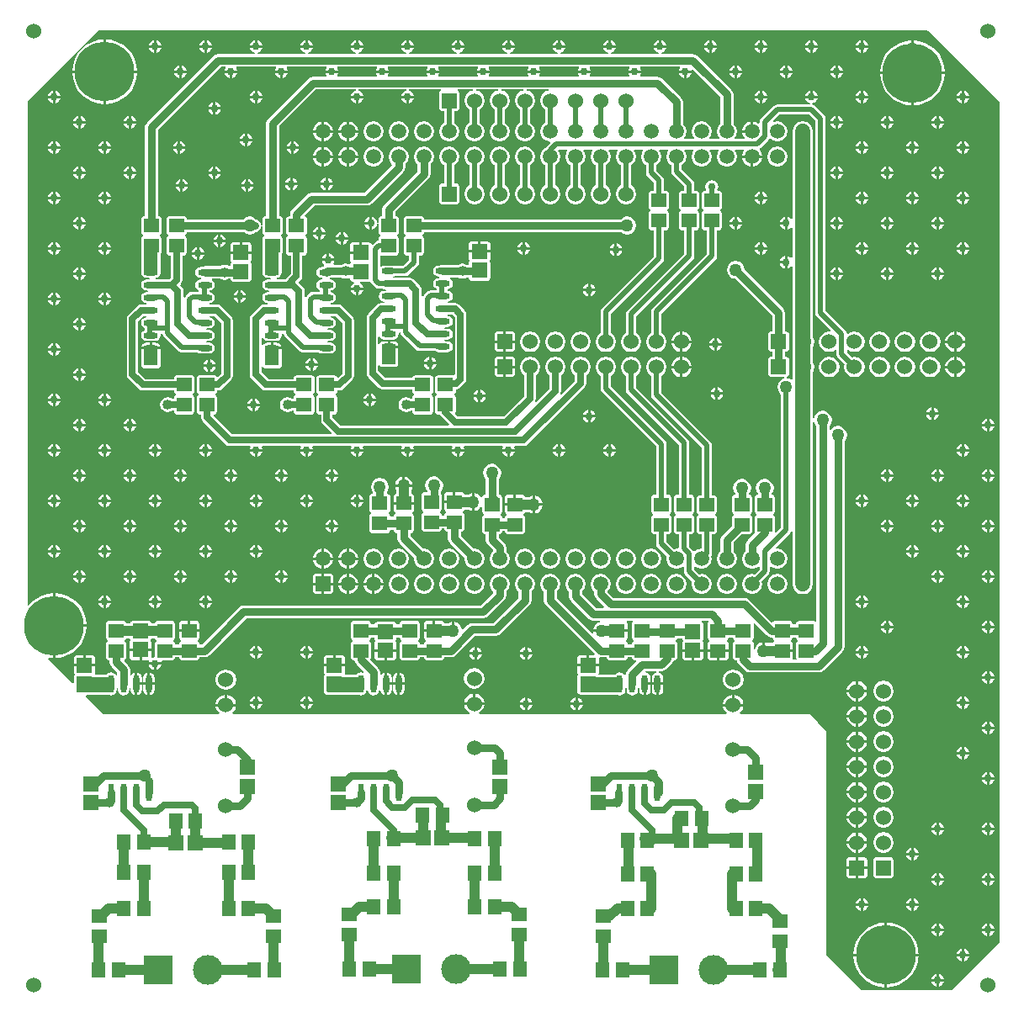
<source format=gbr>
G04 Layer_Physical_Order=1*
G04 Layer_Color=255*
%FSLAX25Y25*%
%MOIN*%
%TF.FileFunction,Copper,L1,Top,Signal*%
%TF.Part,Single*%
G01*
G75*
%TA.AperFunction,SMDPad,CuDef*%
%ADD10R,0.05905X0.05512*%
%ADD11R,0.05512X0.05905*%
%ADD12R,0.06299X0.05905*%
%ADD13R,0.05905X0.06299*%
%ADD14R,0.02362X0.07087*%
%ADD15O,0.02362X0.07087*%
%ADD16O,0.05709X0.02362*%
%TA.AperFunction,Conductor*%
%ADD17C,0.02000*%
%ADD18C,0.03000*%
%ADD19C,0.04000*%
%ADD20C,0.02500*%
%ADD21C,0.06000*%
%ADD22R,0.14000X0.06000*%
%ADD23R,0.13500X0.06000*%
%ADD24R,0.15500X0.06000*%
%ADD25R,0.05500X0.09000*%
%ADD26R,0.05500X0.08500*%
%ADD27R,0.05500X0.07500*%
%TA.AperFunction,WasherPad*%
%ADD28C,0.06000*%
%TA.AperFunction,ComponentPad*%
%ADD29C,0.06000*%
%ADD30R,0.06000X0.06000*%
%ADD31R,0.06000X0.06000*%
%ADD32R,0.05905X0.05905*%
%ADD33C,0.05905*%
%ADD34C,0.11811*%
%ADD35R,0.11811X0.11811*%
%TA.AperFunction,ViaPad*%
%ADD36C,0.23622*%
%ADD37C,0.05000*%
%ADD38C,0.03000*%
%ADD39C,0.04000*%
G36*
X354000Y378500D02*
X382500Y350000D01*
X382500Y17000D01*
X363500Y-2000D01*
X328000Y-2000D01*
X314000Y12000D01*
X314000Y100500D01*
X307500Y107500D01*
X279734D01*
X279589Y107978D01*
X279884Y108175D01*
X280768Y109498D01*
X280979Y110559D01*
X277000D01*
X273021D01*
X273232Y109498D01*
X274116Y108175D01*
X274411Y107978D01*
X274266Y107500D01*
X176462D01*
X176310Y108000D01*
X177321Y108675D01*
X178205Y109998D01*
X178416Y111059D01*
X174437D01*
X170458D01*
X170669Y109998D01*
X171553Y108675D01*
X172564Y108000D01*
X172412Y107500D01*
X78734D01*
X78589Y107978D01*
X78884Y108175D01*
X79768Y109498D01*
X79979Y110559D01*
X76000D01*
X72021D01*
X72232Y109498D01*
X73116Y108175D01*
X73411Y107978D01*
X73265Y107500D01*
X27500D01*
X20544Y114456D01*
X20736Y114918D01*
X30046D01*
X30500Y114827D01*
X30954Y114918D01*
X31000D01*
X31043Y114935D01*
X31351Y114997D01*
X31612Y115171D01*
X31765Y115235D01*
X31788Y115288D01*
X32072Y115479D01*
X32555Y116200D01*
X32724Y117051D01*
Y117611D01*
X33224Y117857D01*
X33276Y117817D01*
Y117051D01*
X33445Y116200D01*
X33928Y115479D01*
X34649Y114997D01*
X35500Y114827D01*
X36351Y114997D01*
X37073Y115479D01*
X37555Y116200D01*
X37724Y117051D01*
Y117817D01*
X37776Y117857D01*
X38276Y117611D01*
Y117051D01*
X38445Y116200D01*
X38928Y115479D01*
X39649Y114997D01*
X40000Y114927D01*
Y119413D01*
Y123900D01*
X39649Y123830D01*
X38928Y123348D01*
X38549Y122782D01*
X38049Y122933D01*
Y125000D01*
X37855Y125976D01*
X37302Y126802D01*
X35784Y128321D01*
X35901Y128911D01*
X36218Y129042D01*
X36535Y129807D01*
Y135319D01*
X36218Y136084D01*
X35868Y136229D01*
Y136771D01*
X36218Y136916D01*
X36410Y137378D01*
X38010D01*
X38306Y136663D01*
X38306Y136619D01*
X37989Y135854D01*
Y133401D01*
X42221D01*
X46453D01*
Y135854D01*
X46136Y136619D01*
X46136Y136663D01*
X46432Y137378D01*
X47924D01*
X48115Y136916D01*
X48466Y136771D01*
Y136229D01*
X48115Y136084D01*
X47798Y135319D01*
Y130009D01*
X47025Y129855D01*
X46914Y129781D01*
X46763Y129836D01*
X46453Y130074D01*
Y132401D01*
X42721D01*
Y128866D01*
X45305D01*
X45517Y128629D01*
X45637Y128435D01*
X45551Y128000D01*
X50450D01*
X50405Y128225D01*
X50744Y128725D01*
X54786D01*
X55551Y129042D01*
X55869Y129807D01*
Y130014D01*
X57465D01*
Y129807D01*
X57782Y129042D01*
X58547Y128725D01*
X64453D01*
X65218Y129042D01*
X65535Y129807D01*
Y130014D01*
X67563D01*
X68538Y130208D01*
X69365Y130761D01*
X84056Y145451D01*
X178000D01*
X178975Y145645D01*
X179802Y146198D01*
X186302Y152698D01*
X186855Y153524D01*
X187049Y154500D01*
Y155949D01*
X187350Y156150D01*
X188223Y157458D01*
X188530Y159000D01*
X188223Y160542D01*
X187350Y161850D01*
X186042Y162723D01*
X184500Y163030D01*
X182958Y162723D01*
X181650Y161850D01*
X180777Y160542D01*
X180470Y159000D01*
X180777Y157458D01*
X181650Y156150D01*
X181852Y156015D01*
X181886Y155491D01*
X176944Y150549D01*
X83000D01*
X82025Y150355D01*
X81198Y149802D01*
X66507Y135112D01*
X65535D01*
Y135319D01*
X65218Y136084D01*
X64868Y136229D01*
Y136771D01*
X65218Y136916D01*
X65535Y137681D01*
Y139937D01*
X57465D01*
Y137681D01*
X57782Y136916D01*
X58132Y136771D01*
Y136229D01*
X57782Y136084D01*
X57465Y135319D01*
Y135112D01*
X55869D01*
Y135319D01*
X55551Y136084D01*
X55201Y136229D01*
Y136771D01*
X55551Y136916D01*
X55869Y137681D01*
Y143193D01*
X55551Y143958D01*
X54786Y144275D01*
X48881D01*
X48115Y143958D01*
X47924Y143496D01*
X46386D01*
X46136Y144099D01*
X45370Y144416D01*
X39071D01*
X38306Y144099D01*
X38056Y143496D01*
X36410D01*
X36218Y143958D01*
X35453Y144275D01*
X29547D01*
X28782Y143958D01*
X28465Y143193D01*
Y137681D01*
X28782Y136916D01*
X29132Y136771D01*
Y136229D01*
X28782Y136084D01*
X28465Y135319D01*
Y129807D01*
X28782Y129042D01*
X29547Y128725D01*
X29951D01*
Y128000D01*
X30145Y127024D01*
X30698Y126198D01*
X32951Y123944D01*
Y122933D01*
X32451Y122782D01*
X32072Y123348D01*
X31351Y123830D01*
X30500Y123999D01*
X29649Y123830D01*
X28927Y123348D01*
X28750Y123082D01*
X24390D01*
X24112Y123498D01*
X24232Y123787D01*
Y126240D01*
X15768D01*
Y123787D01*
X16085Y123022D01*
X16085Y122978D01*
X15768Y122213D01*
Y119885D01*
X15306Y119694D01*
X5643Y129357D01*
X5870Y129837D01*
X6888Y129737D01*
X7025Y129645D01*
X7500Y129551D01*
Y132000D01*
X8500D01*
Y129551D01*
X8975Y129645D01*
X9112Y129737D01*
X10511Y129874D01*
X12926Y130607D01*
X15152Y131797D01*
X17103Y133397D01*
X18703Y135348D01*
X19893Y137574D01*
X20626Y139989D01*
X20824Y142000D01*
X8000D01*
Y142500D01*
X7500D01*
Y155324D01*
X5489Y155126D01*
X3074Y154393D01*
X848Y153203D01*
X-1103Y151603D01*
X-2029Y150473D01*
X-2500Y150642D01*
X-2500Y350500D01*
X25500Y378500D01*
X354000Y378500D01*
D02*
G37*
%LPC*%
G36*
X20449Y181500D02*
X18500D01*
Y179551D01*
X18975Y179645D01*
X19802Y180198D01*
X20355Y181025D01*
X20449Y181500D01*
D02*
G37*
G36*
X40450D02*
X38500D01*
Y179551D01*
X38976Y179645D01*
X39802Y180198D01*
X40355Y181025D01*
X40450Y181500D01*
D02*
G37*
G36*
X37500D02*
X35550D01*
X35645Y181025D01*
X36198Y180198D01*
X37025Y179645D01*
X37500Y179551D01*
Y181500D01*
D02*
G37*
G36*
X367500Y174450D02*
X367024Y174355D01*
X366198Y173802D01*
X365645Y172976D01*
X365550Y172500D01*
X367500D01*
Y174450D01*
D02*
G37*
G36*
X348500D02*
Y172500D01*
X350449D01*
X350355Y172976D01*
X349802Y173802D01*
X348975Y174355D01*
X348500Y174450D01*
D02*
G37*
G36*
X17500Y181500D02*
X15551D01*
X15645Y181025D01*
X16198Y180198D01*
X17025Y179645D01*
X17500Y179551D01*
Y181500D01*
D02*
G37*
G36*
X368500Y174450D02*
Y172500D01*
X370449D01*
X370355Y172976D01*
X369802Y173802D01*
X368975Y174355D01*
X368500Y174450D01*
D02*
G37*
G36*
X97500Y181500D02*
X95551D01*
X95645Y181025D01*
X96198Y180198D01*
X97025Y179645D01*
X97500Y179551D01*
Y181500D01*
D02*
G37*
G36*
X100450D02*
X98500D01*
Y179551D01*
X98975Y179645D01*
X99802Y180198D01*
X100355Y181025D01*
X100450Y181500D01*
D02*
G37*
G36*
X117500D02*
X115550D01*
X115645Y181025D01*
X116198Y180198D01*
X117025Y179645D01*
X117500Y179551D01*
Y181500D01*
D02*
G37*
G36*
X80449D02*
X78500D01*
Y179551D01*
X78975Y179645D01*
X79802Y180198D01*
X80355Y181025D01*
X80449Y181500D01*
D02*
G37*
G36*
X57500D02*
X55550D01*
X55645Y181025D01*
X56198Y180198D01*
X57025Y179645D01*
X57500Y179551D01*
Y181500D01*
D02*
G37*
G36*
X60449D02*
X58500D01*
Y179551D01*
X58975Y179645D01*
X59802Y180198D01*
X60355Y181025D01*
X60449Y181500D01*
D02*
G37*
G36*
X77500D02*
X75551D01*
X75645Y181025D01*
X76198Y180198D01*
X77025Y179645D01*
X77500Y179551D01*
Y181500D01*
D02*
G37*
G36*
X8500Y174450D02*
Y172500D01*
X10449D01*
X10355Y172976D01*
X9802Y173802D01*
X8975Y174355D01*
X8500Y174450D01*
D02*
G37*
G36*
X27500D02*
X27024Y174355D01*
X26198Y173802D01*
X25645Y172976D01*
X25550Y172500D01*
X27500D01*
Y174450D01*
D02*
G37*
G36*
X28500D02*
Y172500D01*
X30450D01*
X30355Y172976D01*
X29802Y173802D01*
X28975Y174355D01*
X28500Y174450D01*
D02*
G37*
G36*
X7500D02*
X7025Y174355D01*
X6198Y173802D01*
X5645Y172976D01*
X5551Y172500D01*
X7500D01*
Y174450D01*
D02*
G37*
G36*
X367500Y171500D02*
X365550D01*
X365645Y171025D01*
X366198Y170198D01*
X367024Y169645D01*
X367500Y169551D01*
Y171500D01*
D02*
G37*
G36*
X370449D02*
X368500D01*
Y169551D01*
X368975Y169645D01*
X369802Y170198D01*
X370355Y171025D01*
X370449Y171500D01*
D02*
G37*
G36*
X246500Y249078D02*
X244939Y248768D01*
X243616Y247884D01*
X242732Y246561D01*
X242422Y245000D01*
X242732Y243439D01*
X243616Y242116D01*
X244461Y241552D01*
Y234000D01*
X244616Y233220D01*
X245058Y232558D01*
X264461Y213155D01*
Y194212D01*
X263547D01*
X262782Y193895D01*
X262465Y193130D01*
Y187618D01*
X262782Y186853D01*
X263132Y186708D01*
Y186166D01*
X262782Y186021D01*
X262465Y185256D01*
Y179744D01*
X262782Y178979D01*
X263547Y178662D01*
X264461D01*
Y173022D01*
X262958Y172723D01*
X261809Y171956D01*
X261763Y171944D01*
X261289Y172011D01*
X261187Y172056D01*
X260895Y172493D01*
X259539Y173849D01*
Y178725D01*
X260453D01*
X261218Y179042D01*
X261535Y179807D01*
Y185319D01*
X261218Y186084D01*
X260868Y186229D01*
Y186771D01*
X261218Y186916D01*
X261535Y187681D01*
Y193193D01*
X261218Y193958D01*
X260453Y194275D01*
X259539D01*
Y215000D01*
X259539Y215000D01*
X259384Y215780D01*
X258942Y216442D01*
X238539Y236845D01*
Y241552D01*
X239384Y242116D01*
X240268Y243439D01*
X240578Y245000D01*
X240268Y246561D01*
X239384Y247884D01*
X238061Y248768D01*
X236500Y249078D01*
X234939Y248768D01*
X233616Y247884D01*
X232732Y246561D01*
X232422Y245000D01*
X232732Y243439D01*
X233616Y242116D01*
X234461Y241552D01*
Y236000D01*
X234616Y235220D01*
X235058Y234558D01*
X255461Y214155D01*
Y194275D01*
X254547D01*
X253782Y193958D01*
X253465Y193193D01*
Y187681D01*
X253782Y186916D01*
X254132Y186771D01*
Y186229D01*
X253782Y186084D01*
X253465Y185319D01*
Y179807D01*
X253782Y179042D01*
X254547Y178725D01*
X255461D01*
Y173349D01*
X254991Y172933D01*
X254500Y173030D01*
X253544Y172840D01*
X250539Y175845D01*
Y178725D01*
X251453D01*
X252218Y179042D01*
X252535Y179807D01*
Y185319D01*
X252218Y186084D01*
X251868Y186229D01*
Y186771D01*
X252218Y186916D01*
X252535Y187681D01*
Y193193D01*
X252218Y193958D01*
X251453Y194275D01*
X250539D01*
Y214500D01*
X250384Y215280D01*
X249942Y215942D01*
X228539Y237345D01*
Y241552D01*
X229384Y242116D01*
X230268Y243439D01*
X230578Y245000D01*
X230268Y246561D01*
X229384Y247884D01*
X228061Y248768D01*
X226500Y249078D01*
X224939Y248768D01*
X223616Y247884D01*
X222732Y246561D01*
X222422Y245000D01*
X222732Y243439D01*
X223616Y242116D01*
X224461Y241552D01*
Y236500D01*
X224616Y235720D01*
X225058Y235058D01*
X246461Y213655D01*
Y194275D01*
X245547D01*
X244782Y193958D01*
X244465Y193193D01*
Y187681D01*
X244782Y186916D01*
X245132Y186771D01*
Y186229D01*
X244782Y186084D01*
X244465Y185319D01*
Y179807D01*
X244782Y179042D01*
X245547Y178725D01*
X246461D01*
Y175000D01*
X246616Y174220D01*
X247058Y173558D01*
X250660Y169956D01*
X250470Y169000D01*
X250777Y167458D01*
X251650Y166150D01*
X252958Y165277D01*
X254500Y164970D01*
X256042Y165277D01*
X256914Y165859D01*
X257414Y165592D01*
Y164047D01*
X257569Y163267D01*
X258011Y162605D01*
X260660Y159956D01*
X260470Y159000D01*
X260777Y157458D01*
X261650Y156150D01*
X262958Y155277D01*
X264500Y154970D01*
X266042Y155277D01*
X267350Y156150D01*
X268223Y157458D01*
X268530Y159000D01*
X268223Y160542D01*
X267350Y161850D01*
X266042Y162723D01*
X264500Y163030D01*
X263544Y162840D01*
X261492Y164892D01*
Y165655D01*
X261992Y165922D01*
X262958Y165277D01*
X264500Y164970D01*
X266042Y165277D01*
X267350Y166150D01*
X268223Y167458D01*
X268530Y169000D01*
X268310Y170108D01*
X268384Y170220D01*
X268539Y171000D01*
Y178662D01*
X269453D01*
X270218Y178979D01*
X270535Y179744D01*
Y185256D01*
X270218Y186021D01*
X269868Y186166D01*
Y186708D01*
X270218Y186853D01*
X270535Y187618D01*
Y193130D01*
X270218Y193895D01*
X269453Y194212D01*
X268539D01*
Y214000D01*
X268384Y214780D01*
X267942Y215442D01*
X248539Y234845D01*
Y241552D01*
X249384Y242116D01*
X250268Y243439D01*
X250578Y245000D01*
X250268Y246561D01*
X249384Y247884D01*
X248061Y248768D01*
X246500Y249078D01*
D02*
G37*
G36*
X87500Y174450D02*
X87024Y174355D01*
X86198Y173802D01*
X85645Y172976D01*
X85550Y172500D01*
X87500D01*
Y174450D01*
D02*
G37*
G36*
X88500D02*
Y172500D01*
X90450D01*
X90355Y172976D01*
X89802Y173802D01*
X88976Y174355D01*
X88500Y174450D01*
D02*
G37*
G36*
X347500D02*
X347024Y174355D01*
X346198Y173802D01*
X345645Y172976D01*
X345550Y172500D01*
X347500D01*
Y174450D01*
D02*
G37*
G36*
X68500D02*
Y172500D01*
X70450D01*
X70355Y172976D01*
X69802Y173802D01*
X68976Y174355D01*
X68500Y174450D01*
D02*
G37*
G36*
X47500D02*
X47025Y174355D01*
X46198Y173802D01*
X45645Y172976D01*
X45551Y172500D01*
X47500D01*
Y174450D01*
D02*
G37*
G36*
X48500D02*
Y172500D01*
X50450D01*
X50355Y172976D01*
X49802Y173802D01*
X48976Y174355D01*
X48500Y174450D01*
D02*
G37*
G36*
X67500D02*
X67024Y174355D01*
X66198Y173802D01*
X65645Y172976D01*
X65551Y172500D01*
X67500D01*
Y174450D01*
D02*
G37*
G36*
X120449Y181500D02*
X118500D01*
Y179551D01*
X118975Y179645D01*
X119802Y180198D01*
X120355Y181025D01*
X120449Y181500D01*
D02*
G37*
G36*
X338500Y184450D02*
Y182500D01*
X340450D01*
X340355Y182975D01*
X339802Y183802D01*
X338976Y184355D01*
X338500Y184450D01*
D02*
G37*
G36*
X357500D02*
X357025Y184355D01*
X356198Y183802D01*
X355645Y182975D01*
X355551Y182500D01*
X357500D01*
Y184450D01*
D02*
G37*
G36*
X358500D02*
Y182500D01*
X360450D01*
X360355Y182975D01*
X359802Y183802D01*
X358976Y184355D01*
X358500Y184450D01*
D02*
G37*
G36*
X337500D02*
X337024Y184355D01*
X336198Y183802D01*
X335645Y182975D01*
X335550Y182500D01*
X337500D01*
Y184450D01*
D02*
G37*
G36*
X98500D02*
Y182500D01*
X100450D01*
X100355Y182975D01*
X99802Y183802D01*
X98975Y184355D01*
X98500Y184450D01*
D02*
G37*
G36*
X117500D02*
X117025Y184355D01*
X116198Y183802D01*
X115645Y182975D01*
X115550Y182500D01*
X117500D01*
Y184450D01*
D02*
G37*
G36*
X118500D02*
Y182500D01*
X120449D01*
X120355Y182975D01*
X119802Y183802D01*
X118975Y184355D01*
X118500Y184450D01*
D02*
G37*
G36*
X7500Y191500D02*
X5551D01*
X5645Y191024D01*
X6198Y190198D01*
X7025Y189645D01*
X7500Y189550D01*
Y191500D01*
D02*
G37*
G36*
X10449D02*
X8500D01*
Y189550D01*
X8975Y189645D01*
X9802Y190198D01*
X10355Y191024D01*
X10449Y191500D01*
D02*
G37*
G36*
X27500D02*
X25550D01*
X25645Y191024D01*
X26198Y190198D01*
X27024Y189645D01*
X27500Y189550D01*
Y191500D01*
D02*
G37*
G36*
X158500Y201569D02*
X157134Y201297D01*
X155977Y200523D01*
X155203Y199366D01*
X154931Y198000D01*
X155203Y196634D01*
X155777Y195775D01*
X155510Y195275D01*
X154547D01*
X153782Y194958D01*
X153465Y194193D01*
Y188681D01*
X153782Y187916D01*
X154132Y187771D01*
Y187229D01*
X153782Y187084D01*
X153465Y186319D01*
Y180807D01*
X153782Y180042D01*
X154547Y179725D01*
X160453D01*
X161218Y180042D01*
X161535Y180807D01*
Y181014D01*
X162465D01*
Y180807D01*
X162782Y180042D01*
X163547Y179725D01*
X163951D01*
Y177000D01*
X164145Y176024D01*
X164698Y175198D01*
X170540Y169355D01*
X170470Y169000D01*
X170777Y167458D01*
X171650Y166150D01*
X172958Y165277D01*
X174500Y164970D01*
X176042Y165277D01*
X177350Y166150D01*
X178223Y167458D01*
X178530Y169000D01*
X178223Y170542D01*
X177350Y171850D01*
X176042Y172723D01*
X174500Y173030D01*
X174145Y172960D01*
X169049Y178056D01*
Y179725D01*
X169453D01*
X170218Y180042D01*
X170535Y180807D01*
Y186319D01*
X170218Y187084D01*
X169868Y187229D01*
Y187771D01*
X170218Y187916D01*
X170410Y188378D01*
X172372D01*
X172634Y188203D01*
X173500Y188031D01*
Y191500D01*
Y194969D01*
X172634Y194797D01*
X172184Y194496D01*
X170410D01*
X170218Y194958D01*
X169453Y195275D01*
X167000D01*
Y191437D01*
X166500D01*
Y190937D01*
X162465D01*
Y188681D01*
X162782Y187916D01*
X163132Y187771D01*
Y187229D01*
X162782Y187084D01*
X162465Y186319D01*
Y186112D01*
X161535D01*
Y186319D01*
X161218Y187084D01*
X160868Y187229D01*
Y187771D01*
X161218Y187916D01*
X161535Y188681D01*
Y194193D01*
X161218Y194958D01*
X161049Y195028D01*
Y195515D01*
X161797Y196634D01*
X162069Y198000D01*
X161797Y199366D01*
X161023Y200523D01*
X159866Y201297D01*
X158500Y201569D01*
D02*
G37*
G36*
X377500Y184450D02*
X377025Y184355D01*
X376198Y183802D01*
X375645Y182975D01*
X375551Y182500D01*
X377500D01*
Y184450D01*
D02*
G37*
G36*
X378500D02*
Y182500D01*
X380450D01*
X380355Y182975D01*
X379802Y183802D01*
X378976Y184355D01*
X378500Y184450D01*
D02*
G37*
G36*
X201469Y190000D02*
X198500D01*
Y187031D01*
X199366Y187203D01*
X200523Y187977D01*
X201297Y189134D01*
X201469Y190000D01*
D02*
G37*
G36*
X97500Y184450D02*
X97025Y184355D01*
X96198Y183802D01*
X95645Y182975D01*
X95551Y182500D01*
X97500D01*
Y184450D01*
D02*
G37*
G36*
X377500Y181500D02*
X375551D01*
X375645Y181025D01*
X376198Y180198D01*
X377025Y179645D01*
X377500Y179551D01*
Y181500D01*
D02*
G37*
G36*
X380450D02*
X378500D01*
Y179551D01*
X378976Y179645D01*
X379802Y180198D01*
X380355Y181025D01*
X380450Y181500D01*
D02*
G37*
G36*
X17500Y184450D02*
X17025Y184355D01*
X16198Y183802D01*
X15645Y182975D01*
X15551Y182500D01*
X17500D01*
Y184450D01*
D02*
G37*
G36*
X360450Y181500D02*
X358500D01*
Y179551D01*
X358976Y179645D01*
X359802Y180198D01*
X360355Y181025D01*
X360450Y181500D01*
D02*
G37*
G36*
X337500D02*
X335550D01*
X335645Y181025D01*
X336198Y180198D01*
X337024Y179645D01*
X337500Y179551D01*
Y181500D01*
D02*
G37*
G36*
X340450D02*
X338500D01*
Y179551D01*
X338976Y179645D01*
X339802Y180198D01*
X340355Y181025D01*
X340450Y181500D01*
D02*
G37*
G36*
X357500D02*
X355551D01*
X355645Y181025D01*
X356198Y180198D01*
X357025Y179645D01*
X357500Y179551D01*
Y181500D01*
D02*
G37*
G36*
X58500Y184450D02*
Y182500D01*
X60449D01*
X60355Y182975D01*
X59802Y183802D01*
X58975Y184355D01*
X58500Y184450D01*
D02*
G37*
G36*
X77500D02*
X77025Y184355D01*
X76198Y183802D01*
X75645Y182975D01*
X75551Y182500D01*
X77500D01*
Y184450D01*
D02*
G37*
G36*
X78500D02*
Y182500D01*
X80449D01*
X80355Y182975D01*
X79802Y183802D01*
X78975Y184355D01*
X78500Y184450D01*
D02*
G37*
G36*
X57500D02*
X57025Y184355D01*
X56198Y183802D01*
X55645Y182975D01*
X55550Y182500D01*
X57500D01*
Y184450D01*
D02*
G37*
G36*
X18500D02*
Y182500D01*
X20449D01*
X20355Y182975D01*
X19802Y183802D01*
X18975Y184355D01*
X18500Y184450D01*
D02*
G37*
G36*
X37500D02*
X37025Y184355D01*
X36198Y183802D01*
X35645Y182975D01*
X35550Y182500D01*
X37500D01*
Y184450D01*
D02*
G37*
G36*
X38500D02*
Y182500D01*
X40450D01*
X40355Y182975D01*
X39802Y183802D01*
X38976Y184355D01*
X38500Y184450D01*
D02*
G37*
G36*
X350449Y171500D02*
X348500D01*
Y169551D01*
X348975Y169645D01*
X349802Y170198D01*
X350355Y171025D01*
X350449Y171500D01*
D02*
G37*
G36*
X57500Y164450D02*
X57025Y164355D01*
X56198Y163802D01*
X55645Y162976D01*
X55550Y162500D01*
X57500D01*
Y164450D01*
D02*
G37*
G36*
X58500D02*
Y162500D01*
X60449D01*
X60355Y162976D01*
X59802Y163802D01*
X58975Y164355D01*
X58500Y164450D01*
D02*
G37*
G36*
X77500D02*
X77025Y164355D01*
X76198Y163802D01*
X75645Y162976D01*
X75551Y162500D01*
X77500D01*
Y164450D01*
D02*
G37*
G36*
X38500D02*
Y162500D01*
X40450D01*
X40355Y162976D01*
X39802Y163802D01*
X38976Y164355D01*
X38500Y164450D01*
D02*
G37*
G36*
X17500D02*
X17025Y164355D01*
X16198Y163802D01*
X15645Y162976D01*
X15551Y162500D01*
X17500D01*
Y164450D01*
D02*
G37*
G36*
X18500D02*
Y162500D01*
X20449D01*
X20355Y162976D01*
X19802Y163802D01*
X18975Y164355D01*
X18500Y164450D01*
D02*
G37*
G36*
X37500D02*
X37025Y164355D01*
X36198Y163802D01*
X35645Y162976D01*
X35550Y162500D01*
X37500D01*
Y164450D01*
D02*
G37*
G36*
X358500D02*
Y162500D01*
X360450D01*
X360355Y162976D01*
X359802Y163802D01*
X358976Y164355D01*
X358500Y164450D01*
D02*
G37*
G36*
X377500D02*
X377025Y164355D01*
X376198Y163802D01*
X375645Y162976D01*
X375551Y162500D01*
X377500D01*
Y164450D01*
D02*
G37*
G36*
X378500D02*
Y162500D01*
X380450D01*
X380355Y162976D01*
X379802Y163802D01*
X378976Y164355D01*
X378500Y164450D01*
D02*
G37*
G36*
X357500D02*
X357025Y164355D01*
X356198Y163802D01*
X355645Y162976D01*
X355551Y162500D01*
X357500D01*
Y164450D01*
D02*
G37*
G36*
X78500D02*
Y162500D01*
X80449D01*
X80355Y162976D01*
X79802Y163802D01*
X78975Y164355D01*
X78500Y164450D01*
D02*
G37*
G36*
X97500D02*
X97025Y164355D01*
X96198Y163802D01*
X95645Y162976D01*
X95551Y162500D01*
X97500D01*
Y164450D01*
D02*
G37*
G36*
X98500D02*
Y162500D01*
X100450D01*
X100355Y162976D01*
X99802Y163802D01*
X98975Y164355D01*
X98500Y164450D01*
D02*
G37*
G36*
X380450Y161500D02*
X378500D01*
Y159550D01*
X378976Y159645D01*
X379802Y160198D01*
X380355Y161024D01*
X380450Y161500D01*
D02*
G37*
G36*
X40450D02*
X38500D01*
Y159550D01*
X38976Y159645D01*
X39802Y160198D01*
X40355Y161024D01*
X40450Y161500D01*
D02*
G37*
G36*
X57500D02*
X55550D01*
X55645Y161024D01*
X56198Y160198D01*
X57025Y159645D01*
X57500Y159550D01*
Y161500D01*
D02*
G37*
G36*
X60449D02*
X58500D01*
Y159550D01*
X58975Y159645D01*
X59802Y160198D01*
X60355Y161024D01*
X60449Y161500D01*
D02*
G37*
G36*
X37500D02*
X35550D01*
X35645Y161024D01*
X36198Y160198D01*
X37025Y159645D01*
X37500Y159550D01*
Y161500D01*
D02*
G37*
G36*
X135000Y162931D02*
Y159500D01*
X138431D01*
X138223Y160542D01*
X137350Y161850D01*
X136042Y162723D01*
X135000Y162931D01*
D02*
G37*
G36*
X17500Y161500D02*
X15551D01*
X15645Y161024D01*
X16198Y160198D01*
X17025Y159645D01*
X17500Y159550D01*
Y161500D01*
D02*
G37*
G36*
X20449D02*
X18500D01*
Y159550D01*
X18975Y159645D01*
X19802Y160198D01*
X20355Y161024D01*
X20449Y161500D01*
D02*
G37*
G36*
X357500D02*
X355551D01*
X355645Y161024D01*
X356198Y160198D01*
X357025Y159645D01*
X357500Y159550D01*
Y161500D01*
D02*
G37*
G36*
X360450D02*
X358500D01*
Y159550D01*
X358976Y159645D01*
X359802Y160198D01*
X360355Y161024D01*
X360450Y161500D01*
D02*
G37*
G36*
X377500D02*
X375551D01*
X375645Y161024D01*
X376198Y160198D01*
X377025Y159645D01*
X377500Y159550D01*
Y161500D01*
D02*
G37*
G36*
X100450D02*
X98500D01*
Y159550D01*
X98975Y159645D01*
X99802Y160198D01*
X100355Y161024D01*
X100450Y161500D01*
D02*
G37*
G36*
X77500D02*
X75551D01*
X75645Y161024D01*
X76198Y160198D01*
X77025Y159645D01*
X77500Y159550D01*
Y161500D01*
D02*
G37*
G36*
X80449D02*
X78500D01*
Y159550D01*
X78975Y159645D01*
X79802Y160198D01*
X80355Y161024D01*
X80449Y161500D01*
D02*
G37*
G36*
X97500D02*
X95551D01*
X95645Y161024D01*
X96198Y160198D01*
X97025Y159645D01*
X97500Y159550D01*
Y161500D01*
D02*
G37*
G36*
X134500Y173030D02*
X132958Y172723D01*
X131650Y171850D01*
X130777Y170542D01*
X130470Y169000D01*
X130777Y167458D01*
X131650Y166150D01*
X132958Y165277D01*
X134500Y164970D01*
X136042Y165277D01*
X137350Y166150D01*
X138223Y167458D01*
X138530Y169000D01*
X138223Y170542D01*
X137350Y171850D01*
X136042Y172723D01*
X134500Y173030D01*
D02*
G37*
G36*
X10449Y171500D02*
X8500D01*
Y169551D01*
X8975Y169645D01*
X9802Y170198D01*
X10355Y171025D01*
X10449Y171500D01*
D02*
G37*
G36*
X27500D02*
X25550D01*
X25645Y171025D01*
X26198Y170198D01*
X27024Y169645D01*
X27500Y169551D01*
Y171500D01*
D02*
G37*
G36*
X30450D02*
X28500D01*
Y169551D01*
X28975Y169645D01*
X29802Y170198D01*
X30355Y171025D01*
X30450Y171500D01*
D02*
G37*
G36*
X7500D02*
X5551D01*
X5645Y171025D01*
X6198Y170198D01*
X7025Y169645D01*
X7500Y169551D01*
Y171500D01*
D02*
G37*
G36*
X124000Y172931D02*
X122958Y172723D01*
X121650Y171850D01*
X120777Y170542D01*
X120569Y169500D01*
X124000D01*
Y172931D01*
D02*
G37*
G36*
X115000Y172931D02*
Y169500D01*
X118431D01*
X118223Y170542D01*
X117350Y171850D01*
X116042Y172723D01*
X115000Y172931D01*
D02*
G37*
G36*
X125000D02*
Y169500D01*
X128431D01*
X128223Y170542D01*
X127350Y171850D01*
X126042Y172723D01*
X125000Y172931D01*
D02*
G37*
G36*
X87500Y171500D02*
X85550D01*
X85645Y171025D01*
X86198Y170198D01*
X87024Y169645D01*
X87500Y169551D01*
Y171500D01*
D02*
G37*
G36*
X90450D02*
X88500D01*
Y169551D01*
X88976Y169645D01*
X89802Y170198D01*
X90355Y171025D01*
X90450Y171500D01*
D02*
G37*
G36*
X347500D02*
X345550D01*
X345645Y171025D01*
X346198Y170198D01*
X347024Y169645D01*
X347500Y169551D01*
Y171500D01*
D02*
G37*
G36*
X70450D02*
X68500D01*
Y169551D01*
X68976Y169645D01*
X69802Y170198D01*
X70355Y171025D01*
X70450Y171500D01*
D02*
G37*
G36*
X47500D02*
X45551D01*
X45645Y171025D01*
X46198Y170198D01*
X47025Y169645D01*
X47500Y169551D01*
Y171500D01*
D02*
G37*
G36*
X50450D02*
X48500D01*
Y169551D01*
X48976Y169645D01*
X49802Y170198D01*
X50355Y171025D01*
X50450Y171500D01*
D02*
G37*
G36*
X67500D02*
X65551D01*
X65645Y171025D01*
X66198Y170198D01*
X67024Y169645D01*
X67500Y169551D01*
Y171500D01*
D02*
G37*
G36*
X114000Y172931D02*
X112958Y172723D01*
X111650Y171850D01*
X110777Y170542D01*
X110569Y169500D01*
X114000D01*
Y172931D01*
D02*
G37*
G36*
X204500Y173030D02*
X202958Y172723D01*
X201650Y171850D01*
X200777Y170542D01*
X200470Y169000D01*
X200777Y167458D01*
X201650Y166150D01*
X202958Y165277D01*
X204500Y164970D01*
X206042Y165277D01*
X207350Y166150D01*
X208223Y167458D01*
X208530Y169000D01*
X208223Y170542D01*
X207350Y171850D01*
X206042Y172723D01*
X204500Y173030D01*
D02*
G37*
G36*
X214500D02*
X212958Y172723D01*
X211650Y171850D01*
X210777Y170542D01*
X210470Y169000D01*
X210777Y167458D01*
X211650Y166150D01*
X212958Y165277D01*
X214500Y164970D01*
X216042Y165277D01*
X217350Y166150D01*
X218223Y167458D01*
X218530Y169000D01*
X218223Y170542D01*
X217350Y171850D01*
X216042Y172723D01*
X214500Y173030D01*
D02*
G37*
G36*
X224500D02*
X222958Y172723D01*
X221650Y171850D01*
X220777Y170542D01*
X220470Y169000D01*
X220777Y167458D01*
X221650Y166150D01*
X222958Y165277D01*
X224500Y164970D01*
X226042Y165277D01*
X227350Y166150D01*
X228223Y167458D01*
X228530Y169000D01*
X228223Y170542D01*
X227350Y171850D01*
X226042Y172723D01*
X224500Y173030D01*
D02*
G37*
G36*
X194500D02*
X192958Y172723D01*
X191650Y171850D01*
X190777Y170542D01*
X190470Y169000D01*
X190777Y167458D01*
X191650Y166150D01*
X192958Y165277D01*
X194500Y164970D01*
X196042Y165277D01*
X197350Y166150D01*
X198223Y167458D01*
X198530Y169000D01*
X198223Y170542D01*
X197350Y171850D01*
X196042Y172723D01*
X194500Y173030D01*
D02*
G37*
G36*
X144500D02*
X142958Y172723D01*
X141650Y171850D01*
X140777Y170542D01*
X140470Y169000D01*
X140777Y167458D01*
X141650Y166150D01*
X142958Y165277D01*
X144500Y164970D01*
X146042Y165277D01*
X147350Y166150D01*
X148223Y167458D01*
X148530Y169000D01*
X148223Y170542D01*
X147350Y171850D01*
X146042Y172723D01*
X144500Y173030D01*
D02*
G37*
G36*
X137000Y201069D02*
X135634Y200797D01*
X134477Y200023D01*
X133703Y198866D01*
X133431Y197500D01*
X133703Y196134D01*
X134277Y195275D01*
X134053Y194787D01*
X134018Y194763D01*
X133282Y194458D01*
X132965Y193693D01*
Y188181D01*
X133282Y187416D01*
X133632Y187271D01*
Y186729D01*
X133282Y186584D01*
X132965Y185819D01*
Y180307D01*
X133282Y179542D01*
X134047Y179225D01*
X139953D01*
X140718Y179542D01*
X141035Y180307D01*
Y180514D01*
X142465D01*
Y180307D01*
X142782Y179542D01*
X143547Y179225D01*
X143951D01*
Y177000D01*
X144145Y176024D01*
X144698Y175198D01*
X150540Y169355D01*
X150470Y169000D01*
X150777Y167458D01*
X151650Y166150D01*
X152958Y165277D01*
X154500Y164970D01*
X156042Y165277D01*
X157350Y166150D01*
X158223Y167458D01*
X158530Y169000D01*
X158223Y170542D01*
X157350Y171850D01*
X156042Y172723D01*
X154500Y173030D01*
X154145Y172960D01*
X149049Y178056D01*
Y179225D01*
X149453D01*
X150218Y179542D01*
X150535Y180307D01*
Y185819D01*
X150218Y186584D01*
X149868Y186729D01*
Y187271D01*
X150218Y187416D01*
X150535Y188181D01*
Y190437D01*
X142465D01*
Y188181D01*
X142782Y187416D01*
X143132Y187271D01*
Y186729D01*
X142782Y186584D01*
X142465Y185819D01*
Y185612D01*
X141035D01*
Y185819D01*
X140718Y186584D01*
X140368Y186729D01*
Y187271D01*
X140718Y187416D01*
X141035Y188181D01*
Y193693D01*
X140718Y194458D01*
X139982Y194763D01*
X139947Y194787D01*
X139723Y195275D01*
X140297Y196134D01*
X140569Y197500D01*
X140297Y198866D01*
X139523Y200023D01*
X138366Y200797D01*
X137000Y201069D01*
D02*
G37*
G36*
X164500Y173030D02*
X162958Y172723D01*
X161650Y171850D01*
X160777Y170542D01*
X160470Y169000D01*
X160777Y167458D01*
X161650Y166150D01*
X162958Y165277D01*
X164500Y164970D01*
X166042Y165277D01*
X167350Y166150D01*
X168223Y167458D01*
X168530Y169000D01*
X168223Y170542D01*
X167350Y171850D01*
X166042Y172723D01*
X164500Y173030D01*
D02*
G37*
G36*
X128431Y168500D02*
X125000D01*
Y165069D01*
X126042Y165277D01*
X127350Y166150D01*
X128223Y167458D01*
X128431Y168500D01*
D02*
G37*
G36*
X114000D02*
X110569D01*
X110777Y167458D01*
X111650Y166150D01*
X112958Y165277D01*
X114000Y165069D01*
Y168500D01*
D02*
G37*
G36*
X124000D02*
X120569D01*
X120777Y167458D01*
X121650Y166150D01*
X122958Y165277D01*
X124000Y165069D01*
Y168500D01*
D02*
G37*
G36*
X118431D02*
X115000D01*
Y165069D01*
X116042Y165277D01*
X117350Y166150D01*
X118223Y167458D01*
X118431Y168500D01*
D02*
G37*
G36*
X234500Y173030D02*
X232958Y172723D01*
X231650Y171850D01*
X230777Y170542D01*
X230470Y169000D01*
X230777Y167458D01*
X231650Y166150D01*
X232958Y165277D01*
X234500Y164970D01*
X236042Y165277D01*
X237350Y166150D01*
X238223Y167458D01*
X238530Y169000D01*
X238223Y170542D01*
X237350Y171850D01*
X236042Y172723D01*
X234500Y173030D01*
D02*
G37*
G36*
X244500D02*
X242958Y172723D01*
X241650Y171850D01*
X240777Y170542D01*
X240470Y169000D01*
X240777Y167458D01*
X241650Y166150D01*
X242958Y165277D01*
X244500Y164970D01*
X246042Y165277D01*
X247350Y166150D01*
X248223Y167458D01*
X248530Y169000D01*
X248223Y170542D01*
X247350Y171850D01*
X246042Y172723D01*
X244500Y173030D01*
D02*
G37*
G36*
X280500Y200569D02*
X279134Y200297D01*
X277977Y199523D01*
X277203Y198366D01*
X276931Y197000D01*
X277203Y195634D01*
X277777Y194775D01*
X277553Y194287D01*
X277518Y194263D01*
X276782Y193958D01*
X276465Y193193D01*
Y187681D01*
X276782Y186916D01*
X277132Y186771D01*
Y186229D01*
X276782Y186084D01*
X276465Y185319D01*
Y182133D01*
X272698Y178365D01*
X272145Y177538D01*
X271951Y176563D01*
Y172051D01*
X271650Y171850D01*
X270777Y170542D01*
X270470Y169000D01*
X270777Y167458D01*
X271650Y166150D01*
X272958Y165277D01*
X274500Y164970D01*
X276042Y165277D01*
X277350Y166150D01*
X278223Y167458D01*
X278530Y169000D01*
X278223Y170542D01*
X277350Y171850D01*
X277049Y172051D01*
Y175507D01*
X280266Y178725D01*
X283453D01*
X284218Y179042D01*
X284535Y179807D01*
Y185319D01*
X284218Y186084D01*
X283868Y186229D01*
Y186771D01*
X284218Y186916D01*
X284535Y187681D01*
Y193193D01*
X284218Y193958D01*
X283482Y194263D01*
X283448Y194287D01*
X283223Y194775D01*
X283797Y195634D01*
X284069Y197000D01*
X283797Y198366D01*
X283023Y199523D01*
X281866Y200297D01*
X280500Y200569D01*
D02*
G37*
G36*
X30450Y191500D02*
X28500D01*
Y189550D01*
X28975Y189645D01*
X29802Y190198D01*
X30355Y191024D01*
X30450Y191500D01*
D02*
G37*
G36*
X7500Y211500D02*
X5551D01*
X5645Y211024D01*
X6198Y210198D01*
X7025Y209645D01*
X7500Y209550D01*
Y211500D01*
D02*
G37*
G36*
X10449D02*
X8500D01*
Y209550D01*
X8975Y209645D01*
X9802Y210198D01*
X10355Y211024D01*
X10449Y211500D01*
D02*
G37*
G36*
X27500D02*
X25550D01*
X25645Y211024D01*
X26198Y210198D01*
X27024Y209645D01*
X27500Y209550D01*
Y211500D01*
D02*
G37*
G36*
X378500Y204450D02*
Y202500D01*
X380450D01*
X380355Y202976D01*
X379802Y203802D01*
X378976Y204355D01*
X378500Y204450D01*
D02*
G37*
G36*
X357500D02*
X357025Y204355D01*
X356198Y203802D01*
X355645Y202976D01*
X355551Y202500D01*
X357500D01*
Y204450D01*
D02*
G37*
G36*
X358500D02*
Y202500D01*
X360450D01*
X360355Y202976D01*
X359802Y203802D01*
X358976Y204355D01*
X358500Y204450D01*
D02*
G37*
G36*
X377500D02*
X377025Y204355D01*
X376198Y203802D01*
X375645Y202976D01*
X375551Y202500D01*
X377500D01*
Y204450D01*
D02*
G37*
G36*
X70450Y211500D02*
X68500D01*
Y209550D01*
X68976Y209645D01*
X69802Y210198D01*
X70355Y211024D01*
X70450Y211500D01*
D02*
G37*
G36*
X87500D02*
X85550D01*
X85645Y211024D01*
X86198Y210198D01*
X87024Y209645D01*
X87500Y209550D01*
Y211500D01*
D02*
G37*
G36*
X90450D02*
X88500D01*
Y209550D01*
X88976Y209645D01*
X89802Y210198D01*
X90355Y211024D01*
X90450Y211500D01*
D02*
G37*
G36*
X67500D02*
X65551D01*
X65645Y211024D01*
X66198Y210198D01*
X67024Y209645D01*
X67500Y209550D01*
Y211500D01*
D02*
G37*
G36*
X30450D02*
X28500D01*
Y209550D01*
X28975Y209645D01*
X29802Y210198D01*
X30355Y211024D01*
X30450Y211500D01*
D02*
G37*
G36*
X47500D02*
X45551D01*
X45645Y211024D01*
X46198Y210198D01*
X47025Y209645D01*
X47500Y209550D01*
Y211500D01*
D02*
G37*
G36*
X50450D02*
X48500D01*
Y209550D01*
X48976Y209645D01*
X49802Y210198D01*
X50355Y211024D01*
X50450Y211500D01*
D02*
G37*
G36*
X338500Y204450D02*
Y202500D01*
X340450D01*
X340355Y202976D01*
X339802Y203802D01*
X338976Y204355D01*
X338500Y204450D01*
D02*
G37*
G36*
X38500D02*
Y202500D01*
X40450D01*
X40355Y202976D01*
X39802Y203802D01*
X38976Y204355D01*
X38500Y204450D01*
D02*
G37*
G36*
X57500D02*
X57025Y204355D01*
X56198Y203802D01*
X55645Y202976D01*
X55550Y202500D01*
X57500D01*
Y204450D01*
D02*
G37*
G36*
X58500D02*
Y202500D01*
X60449D01*
X60355Y202976D01*
X59802Y203802D01*
X58975Y204355D01*
X58500Y204450D01*
D02*
G37*
G36*
X37500D02*
X37025Y204355D01*
X36198Y203802D01*
X35645Y202976D01*
X35550Y202500D01*
X37500D01*
Y204450D01*
D02*
G37*
G36*
X380450Y201500D02*
X378500D01*
Y199550D01*
X378976Y199645D01*
X379802Y200198D01*
X380355Y201025D01*
X380450Y201500D01*
D02*
G37*
G36*
X17500Y204450D02*
X17025Y204355D01*
X16198Y203802D01*
X15645Y202976D01*
X15551Y202500D01*
X17500D01*
Y204450D01*
D02*
G37*
G36*
X18500D02*
Y202500D01*
X20449D01*
X20355Y202976D01*
X19802Y203802D01*
X18975Y204355D01*
X18500Y204450D01*
D02*
G37*
G36*
X117500D02*
X117025Y204355D01*
X116198Y203802D01*
X115645Y202976D01*
X115550Y202500D01*
X117500D01*
Y204450D01*
D02*
G37*
G36*
X118500D02*
Y202500D01*
X120449D01*
X120355Y202976D01*
X119802Y203802D01*
X118975Y204355D01*
X118500Y204450D01*
D02*
G37*
G36*
X337500D02*
X337024Y204355D01*
X336198Y203802D01*
X335645Y202976D01*
X335550Y202500D01*
X337500D01*
Y204450D01*
D02*
G37*
G36*
X98500D02*
Y202500D01*
X100450D01*
X100355Y202976D01*
X99802Y203802D01*
X98975Y204355D01*
X98500Y204450D01*
D02*
G37*
G36*
X77500D02*
X77025Y204355D01*
X76198Y203802D01*
X75645Y202976D01*
X75551Y202500D01*
X77500D01*
Y204450D01*
D02*
G37*
G36*
X78500D02*
Y202500D01*
X80449D01*
X80355Y202976D01*
X79802Y203802D01*
X78975Y204355D01*
X78500Y204450D01*
D02*
G37*
G36*
X97500D02*
X97025Y204355D01*
X96198Y203802D01*
X95645Y202976D01*
X95551Y202500D01*
X97500D01*
Y204450D01*
D02*
G37*
G36*
X107500Y211500D02*
X105551D01*
X105645Y211024D01*
X106198Y210198D01*
X107025Y209645D01*
X107500Y209550D01*
Y211500D01*
D02*
G37*
G36*
X47500Y214450D02*
X47025Y214355D01*
X46198Y213802D01*
X45645Y212976D01*
X45551Y212500D01*
X47500D01*
Y214450D01*
D02*
G37*
G36*
X48500D02*
Y212500D01*
X50450D01*
X50355Y212976D01*
X49802Y213802D01*
X48976Y214355D01*
X48500Y214450D01*
D02*
G37*
G36*
X67500D02*
X67024Y214355D01*
X66198Y213802D01*
X65645Y212976D01*
X65551Y212500D01*
X67500D01*
Y214450D01*
D02*
G37*
G36*
X28500D02*
Y212500D01*
X30450D01*
X30355Y212976D01*
X29802Y213802D01*
X28975Y214355D01*
X28500Y214450D01*
D02*
G37*
G36*
X7500D02*
X7025Y214355D01*
X6198Y213802D01*
X5645Y212976D01*
X5551Y212500D01*
X7500D01*
Y214450D01*
D02*
G37*
G36*
X8500D02*
Y212500D01*
X10449D01*
X10355Y212976D01*
X9802Y213802D01*
X8975Y214355D01*
X8500Y214450D01*
D02*
G37*
G36*
X27500D02*
X27024Y214355D01*
X26198Y213802D01*
X25645Y212976D01*
X25550Y212500D01*
X27500D01*
Y214450D01*
D02*
G37*
G36*
X228500D02*
Y212500D01*
X230450D01*
X230355Y212976D01*
X229802Y213802D01*
X228976Y214355D01*
X228500Y214450D01*
D02*
G37*
G36*
X367500D02*
X367024Y214355D01*
X366198Y213802D01*
X365645Y212976D01*
X365550Y212500D01*
X367500D01*
Y214450D01*
D02*
G37*
G36*
X368500D02*
Y212500D01*
X370449D01*
X370355Y212976D01*
X369802Y213802D01*
X368975Y214355D01*
X368500Y214450D01*
D02*
G37*
G36*
X227500D02*
X227025Y214355D01*
X226198Y213802D01*
X225645Y212976D01*
X225551Y212500D01*
X227500D01*
Y214450D01*
D02*
G37*
G36*
X68500D02*
Y212500D01*
X70450D01*
X70355Y212976D01*
X69802Y213802D01*
X68976Y214355D01*
X68500Y214450D01*
D02*
G37*
G36*
X207500D02*
X207025Y214355D01*
X206198Y213802D01*
X205645Y212976D01*
X205551Y212500D01*
X207500D01*
Y214450D01*
D02*
G37*
G36*
X208500D02*
Y212500D01*
X210450D01*
X210355Y212976D01*
X209802Y213802D01*
X208976Y214355D01*
X208500Y214450D01*
D02*
G37*
G36*
X370449Y211500D02*
X368500D01*
Y209550D01*
X368975Y209645D01*
X369802Y210198D01*
X370355Y211024D01*
X370449Y211500D01*
D02*
G37*
G36*
X150450D02*
X148500D01*
Y209550D01*
X148976Y209645D01*
X149802Y210198D01*
X150355Y211024D01*
X150450Y211500D01*
D02*
G37*
G36*
X167500D02*
X165550D01*
X165645Y211024D01*
X166198Y210198D01*
X167025Y209645D01*
X167500Y209550D01*
Y211500D01*
D02*
G37*
G36*
X170449D02*
X168500D01*
Y209550D01*
X168975Y209645D01*
X169802Y210198D01*
X170355Y211024D01*
X170449Y211500D01*
D02*
G37*
G36*
X147500D02*
X145551D01*
X145645Y211024D01*
X146198Y210198D01*
X147025Y209645D01*
X147500Y209550D01*
Y211500D01*
D02*
G37*
G36*
X110450D02*
X108500D01*
Y209550D01*
X108976Y209645D01*
X109802Y210198D01*
X110355Y211024D01*
X110450Y211500D01*
D02*
G37*
G36*
X127500D02*
X125550D01*
X125645Y211024D01*
X126198Y210198D01*
X127024Y209645D01*
X127500Y209550D01*
Y211500D01*
D02*
G37*
G36*
X130449D02*
X128500D01*
Y209550D01*
X128975Y209645D01*
X129802Y210198D01*
X130355Y211024D01*
X130449Y211500D01*
D02*
G37*
G36*
X227500D02*
X225551D01*
X225645Y211024D01*
X226198Y210198D01*
X227025Y209645D01*
X227500Y209550D01*
Y211500D01*
D02*
G37*
G36*
X230450D02*
X228500D01*
Y209550D01*
X228976Y209645D01*
X229802Y210198D01*
X230355Y211024D01*
X230450Y211500D01*
D02*
G37*
G36*
X367500D02*
X365550D01*
X365645Y211024D01*
X366198Y210198D01*
X367024Y209645D01*
X367500Y209550D01*
Y211500D01*
D02*
G37*
G36*
X210450D02*
X208500D01*
Y209550D01*
X208976Y209645D01*
X209802Y210198D01*
X210355Y211024D01*
X210450Y211500D01*
D02*
G37*
G36*
X187500D02*
X185550D01*
X185645Y211024D01*
X186198Y210198D01*
X187024Y209645D01*
X187500Y209550D01*
Y211500D01*
D02*
G37*
G36*
X190450D02*
X188500D01*
Y209550D01*
X188976Y209645D01*
X189802Y210198D01*
X190355Y211024D01*
X190450Y211500D01*
D02*
G37*
G36*
X207500D02*
X205551D01*
X205645Y211024D01*
X206198Y210198D01*
X207025Y209645D01*
X207500Y209550D01*
Y211500D01*
D02*
G37*
G36*
X377500Y201500D02*
X375551D01*
X375645Y201025D01*
X376198Y200198D01*
X377025Y199645D01*
X377500Y199550D01*
Y201500D01*
D02*
G37*
G36*
X166000Y195275D02*
X163547D01*
X162782Y194958D01*
X162465Y194193D01*
Y191937D01*
X166000D01*
Y195275D01*
D02*
G37*
G36*
X7500Y194449D02*
X7025Y194355D01*
X6198Y193802D01*
X5645Y192975D01*
X5551Y192500D01*
X7500D01*
Y194449D01*
D02*
G37*
G36*
X8500D02*
Y192500D01*
X10449D01*
X10355Y192975D01*
X9802Y193802D01*
X8975Y194355D01*
X8500Y194449D01*
D02*
G37*
G36*
X149969Y197500D02*
X143031D01*
X143203Y196634D01*
X143441Y196278D01*
Y194731D01*
X142782Y194458D01*
X142465Y193693D01*
Y191437D01*
X150535D01*
Y193693D01*
X150218Y194458D01*
X149559Y194731D01*
Y196278D01*
X149797Y196634D01*
X149969Y197500D01*
D02*
G37*
G36*
X370449Y191500D02*
X368500D01*
Y189550D01*
X368975Y189645D01*
X369802Y190198D01*
X370355Y191024D01*
X370449Y191500D01*
D02*
G37*
G36*
X190000Y194275D02*
X187547D01*
X186782Y193958D01*
X186465Y193193D01*
Y190937D01*
X190000D01*
Y194275D01*
D02*
G37*
G36*
X198500Y193969D02*
Y191000D01*
X201469D01*
X201297Y191866D01*
X200523Y193023D01*
X199366Y193797D01*
X198500Y193969D01*
D02*
G37*
G36*
X67500Y194449D02*
X67024Y194355D01*
X66198Y193802D01*
X65645Y192975D01*
X65551Y192500D01*
X67500D01*
Y194449D01*
D02*
G37*
G36*
X68500D02*
Y192500D01*
X70450D01*
X70355Y192975D01*
X69802Y193802D01*
X68976Y194355D01*
X68500Y194449D01*
D02*
G37*
G36*
X87500D02*
X87024Y194355D01*
X86198Y193802D01*
X85645Y192975D01*
X85550Y192500D01*
X87500D01*
Y194449D01*
D02*
G37*
G36*
X48500D02*
Y192500D01*
X50450D01*
X50355Y192975D01*
X49802Y193802D01*
X48976Y194355D01*
X48500Y194449D01*
D02*
G37*
G36*
X27500D02*
X27024Y194355D01*
X26198Y193802D01*
X25645Y192975D01*
X25550Y192500D01*
X27500D01*
Y194449D01*
D02*
G37*
G36*
X28500D02*
Y192500D01*
X30450D01*
X30355Y192975D01*
X29802Y193802D01*
X28975Y194355D01*
X28500Y194449D01*
D02*
G37*
G36*
X47500D02*
X47025Y194355D01*
X46198Y193802D01*
X45645Y192975D01*
X45551Y192500D01*
X47500D01*
Y194449D01*
D02*
G37*
G36*
X367500Y191500D02*
X365550D01*
X365645Y191024D01*
X366198Y190198D01*
X367024Y189645D01*
X367500Y189550D01*
Y191500D01*
D02*
G37*
G36*
X87500D02*
X85550D01*
X85645Y191024D01*
X86198Y190198D01*
X87024Y189645D01*
X87500Y189550D01*
Y191500D01*
D02*
G37*
G36*
X90450D02*
X88500D01*
Y189550D01*
X88976Y189645D01*
X89802Y190198D01*
X90355Y191024D01*
X90450Y191500D01*
D02*
G37*
G36*
X107500D02*
X105551D01*
X105645Y191024D01*
X106198Y190198D01*
X107025Y189645D01*
X107500Y189550D01*
Y191500D01*
D02*
G37*
G36*
X70450D02*
X68500D01*
Y189550D01*
X68976Y189645D01*
X69802Y190198D01*
X70355Y191024D01*
X70450Y191500D01*
D02*
G37*
G36*
X47500D02*
X45551D01*
X45645Y191024D01*
X46198Y190198D01*
X47025Y189645D01*
X47500Y189550D01*
Y191500D01*
D02*
G37*
G36*
X50450D02*
X48500D01*
Y189550D01*
X48976Y189645D01*
X49802Y190198D01*
X50355Y191024D01*
X50450Y191500D01*
D02*
G37*
G36*
X67500D02*
X65551D01*
X65645Y191024D01*
X66198Y190198D01*
X67024Y189645D01*
X67500Y189550D01*
Y191500D01*
D02*
G37*
G36*
X330450D02*
X328500D01*
Y189550D01*
X328976Y189645D01*
X329802Y190198D01*
X330355Y191024D01*
X330450Y191500D01*
D02*
G37*
G36*
X347500D02*
X345550D01*
X345645Y191024D01*
X346198Y190198D01*
X347024Y189645D01*
X347500Y189550D01*
Y191500D01*
D02*
G37*
G36*
X350449D02*
X348500D01*
Y189550D01*
X348975Y189645D01*
X349802Y190198D01*
X350355Y191024D01*
X350449Y191500D01*
D02*
G37*
G36*
X327500D02*
X325551D01*
X325645Y191024D01*
X326198Y190198D01*
X327025Y189645D01*
X327500Y189550D01*
Y191500D01*
D02*
G37*
G36*
X110450D02*
X108500D01*
Y189550D01*
X108976Y189645D01*
X109802Y190198D01*
X110355Y191024D01*
X110450Y191500D01*
D02*
G37*
G36*
X127500D02*
X125550D01*
X125645Y191024D01*
X126198Y190198D01*
X127024Y189645D01*
X127500Y189550D01*
Y191500D01*
D02*
G37*
G36*
X130449D02*
X128500D01*
Y189550D01*
X128975Y189645D01*
X129802Y190198D01*
X130355Y191024D01*
X130449Y191500D01*
D02*
G37*
G36*
X88500Y194449D02*
Y192500D01*
X90450D01*
X90355Y192975D01*
X89802Y193802D01*
X88976Y194355D01*
X88500Y194449D01*
D02*
G37*
G36*
X77500Y201500D02*
X75551D01*
X75645Y201025D01*
X76198Y200198D01*
X77025Y199645D01*
X77500Y199550D01*
Y201500D01*
D02*
G37*
G36*
X80449D02*
X78500D01*
Y199550D01*
X78975Y199645D01*
X79802Y200198D01*
X80355Y201025D01*
X80449Y201500D01*
D02*
G37*
G36*
X97500D02*
X95551D01*
X95645Y201025D01*
X96198Y200198D01*
X97025Y199645D01*
X97500Y199550D01*
Y201500D01*
D02*
G37*
G36*
X60449D02*
X58500D01*
Y199550D01*
X58975Y199645D01*
X59802Y200198D01*
X60355Y201025D01*
X60449Y201500D01*
D02*
G37*
G36*
X37500D02*
X35550D01*
X35645Y201025D01*
X36198Y200198D01*
X37025Y199645D01*
X37500Y199550D01*
Y201500D01*
D02*
G37*
G36*
X40450D02*
X38500D01*
Y199550D01*
X38976Y199645D01*
X39802Y200198D01*
X40355Y201025D01*
X40450Y201500D01*
D02*
G37*
G36*
X57500D02*
X55550D01*
X55645Y201025D01*
X56198Y200198D01*
X57025Y199645D01*
X57500Y199550D01*
Y201500D01*
D02*
G37*
G36*
X340450D02*
X338500D01*
Y199550D01*
X338976Y199645D01*
X339802Y200198D01*
X340355Y201025D01*
X340450Y201500D01*
D02*
G37*
G36*
X357500D02*
X355551D01*
X355645Y201025D01*
X356198Y200198D01*
X357025Y199645D01*
X357500Y199550D01*
Y201500D01*
D02*
G37*
G36*
X360450D02*
X358500D01*
Y199550D01*
X358976Y199645D01*
X359802Y200198D01*
X360355Y201025D01*
X360450Y201500D01*
D02*
G37*
G36*
X337500D02*
X335550D01*
X335645Y201025D01*
X336198Y200198D01*
X337024Y199645D01*
X337500Y199550D01*
Y201500D01*
D02*
G37*
G36*
X100450D02*
X98500D01*
Y199550D01*
X98975Y199645D01*
X99802Y200198D01*
X100355Y201025D01*
X100450Y201500D01*
D02*
G37*
G36*
X117500D02*
X115550D01*
X115645Y201025D01*
X116198Y200198D01*
X117025Y199645D01*
X117500Y199550D01*
Y201500D01*
D02*
G37*
G36*
X120449D02*
X118500D01*
Y199550D01*
X118975Y199645D01*
X119802Y200198D01*
X120355Y201025D01*
X120449Y201500D01*
D02*
G37*
G36*
X20449D02*
X18500D01*
Y199550D01*
X18975Y199645D01*
X19802Y200198D01*
X20355Y201025D01*
X20449Y201500D01*
D02*
G37*
G36*
X327500Y194449D02*
X327025Y194355D01*
X326198Y193802D01*
X325645Y192975D01*
X325551Y192500D01*
X327500D01*
Y194449D01*
D02*
G37*
G36*
X328500D02*
Y192500D01*
X330450D01*
X330355Y192975D01*
X329802Y193802D01*
X328976Y194355D01*
X328500Y194449D01*
D02*
G37*
G36*
X347500D02*
X347024Y194355D01*
X346198Y193802D01*
X345645Y192975D01*
X345550Y192500D01*
X347500D01*
Y194449D01*
D02*
G37*
G36*
X128500D02*
Y192500D01*
X130449D01*
X130355Y192975D01*
X129802Y193802D01*
X128975Y194355D01*
X128500Y194449D01*
D02*
G37*
G36*
X107500D02*
X107025Y194355D01*
X106198Y193802D01*
X105645Y192975D01*
X105551Y192500D01*
X107500D01*
Y194449D01*
D02*
G37*
G36*
X108500D02*
Y192500D01*
X110450D01*
X110355Y192975D01*
X109802Y193802D01*
X108976Y194355D01*
X108500Y194449D01*
D02*
G37*
G36*
X127500D02*
X127024Y194355D01*
X126198Y193802D01*
X125645Y192975D01*
X125550Y192500D01*
X127500D01*
Y194449D01*
D02*
G37*
G36*
X146000Y201469D02*
X145134Y201297D01*
X143977Y200523D01*
X143203Y199366D01*
X143031Y198500D01*
X146000D01*
Y201469D01*
D02*
G37*
G36*
X147000D02*
Y198500D01*
X149969D01*
X149797Y199366D01*
X149023Y200523D01*
X147866Y201297D01*
X147000Y201469D01*
D02*
G37*
G36*
X17500Y201500D02*
X15551D01*
X15645Y201025D01*
X16198Y200198D01*
X17025Y199645D01*
X17500Y199550D01*
Y201500D01*
D02*
G37*
G36*
X181500Y206569D02*
X180134Y206297D01*
X178977Y205523D01*
X178203Y204366D01*
X177931Y203000D01*
X178203Y201634D01*
X178951Y200515D01*
Y194275D01*
X178547D01*
X177782Y193958D01*
X177547Y193391D01*
X177003Y193306D01*
X176523Y194023D01*
X175366Y194797D01*
X174500Y194969D01*
Y191500D01*
Y188031D01*
X175366Y188203D01*
X176523Y188977D01*
X176965Y189637D01*
X177465Y189486D01*
Y187681D01*
X177782Y186916D01*
X178132Y186771D01*
Y186229D01*
X177782Y186084D01*
X177465Y185319D01*
Y179807D01*
X177782Y179042D01*
X178547Y178725D01*
X178951D01*
Y176500D01*
X179145Y175524D01*
X179698Y174698D01*
X181886Y172509D01*
X181852Y171985D01*
X181650Y171850D01*
X180777Y170542D01*
X180470Y169000D01*
X180777Y167458D01*
X181650Y166150D01*
X182958Y165277D01*
X184500Y164970D01*
X186042Y165277D01*
X187350Y166150D01*
X188223Y167458D01*
X188530Y169000D01*
X188223Y170542D01*
X187350Y171850D01*
X187049Y172051D01*
Y173500D01*
X186855Y174476D01*
X186302Y175302D01*
X184049Y177556D01*
Y178725D01*
X184453D01*
X185218Y179042D01*
X185535Y179807D01*
Y180014D01*
X186465D01*
Y179807D01*
X186782Y179042D01*
X187547Y178725D01*
X193453D01*
X194218Y179042D01*
X194535Y179807D01*
Y185319D01*
X194218Y186084D01*
X193868Y186229D01*
Y186771D01*
X194218Y186916D01*
X194410Y187378D01*
X196372D01*
X196634Y187203D01*
X197500Y187031D01*
Y190500D01*
Y193969D01*
X196634Y193797D01*
X196184Y193496D01*
X194410D01*
X194218Y193958D01*
X193453Y194275D01*
X191000D01*
Y190437D01*
X190500D01*
Y189937D01*
X186465D01*
Y187681D01*
X186782Y186916D01*
X187132Y186771D01*
Y186229D01*
X186782Y186084D01*
X186465Y185319D01*
Y185112D01*
X185535D01*
Y185319D01*
X185218Y186084D01*
X184868Y186229D01*
Y186771D01*
X185218Y186916D01*
X185535Y187681D01*
Y191867D01*
X185549Y191937D01*
X185535Y192007D01*
Y193193D01*
X185218Y193958D01*
X184453Y194275D01*
X184266D01*
X184049Y194493D01*
Y200515D01*
X184797Y201634D01*
X185069Y203000D01*
X184797Y204366D01*
X184023Y205523D01*
X182866Y206297D01*
X181500Y206569D01*
D02*
G37*
G36*
X348500Y194449D02*
Y192500D01*
X350449D01*
X350355Y192975D01*
X349802Y193802D01*
X348975Y194355D01*
X348500Y194449D01*
D02*
G37*
G36*
X367500D02*
X367024Y194355D01*
X366198Y193802D01*
X365645Y192975D01*
X365550Y192500D01*
X367500D01*
Y194449D01*
D02*
G37*
G36*
X368500D02*
Y192500D01*
X370449D01*
X370355Y192975D01*
X369802Y193802D01*
X368975Y194355D01*
X368500Y194449D01*
D02*
G37*
G36*
X367500Y94450D02*
X367024Y94355D01*
X366198Y93802D01*
X365645Y92975D01*
X365550Y92500D01*
X367500D01*
Y94450D01*
D02*
G37*
G36*
X368500D02*
Y92500D01*
X370449D01*
X370355Y92975D01*
X369802Y93802D01*
X368975Y94355D01*
X368500Y94450D01*
D02*
G37*
G36*
X329979Y96000D02*
X326500D01*
Y92521D01*
X327561Y92732D01*
X328884Y93616D01*
X329768Y94939D01*
X329979Y96000D01*
D02*
G37*
G36*
X336500Y100578D02*
X334939Y100268D01*
X333616Y99384D01*
X332732Y98061D01*
X332422Y96500D01*
X332732Y94939D01*
X333616Y93616D01*
X334939Y92732D01*
X336500Y92422D01*
X338061Y92732D01*
X339384Y93616D01*
X340268Y94939D01*
X340578Y96500D01*
X340268Y98061D01*
X339384Y99384D01*
X338061Y100268D01*
X336500Y100578D01*
D02*
G37*
G36*
X326500Y90479D02*
Y87000D01*
X329979D01*
X329768Y88061D01*
X328884Y89384D01*
X327561Y90268D01*
X326500Y90479D01*
D02*
G37*
G36*
X367500Y91500D02*
X365550D01*
X365645Y91025D01*
X366198Y90198D01*
X367024Y89645D01*
X367500Y89551D01*
Y91500D01*
D02*
G37*
G36*
X370449D02*
X368500D01*
Y89551D01*
X368975Y89645D01*
X369802Y90198D01*
X370355Y91025D01*
X370449Y91500D01*
D02*
G37*
G36*
X380450Y101500D02*
X378500D01*
Y99550D01*
X378976Y99645D01*
X379802Y100198D01*
X380355Y101024D01*
X380450Y101500D01*
D02*
G37*
G36*
X336500Y110578D02*
X334939Y110268D01*
X333616Y109384D01*
X332732Y108061D01*
X332422Y106500D01*
X332732Y104939D01*
X333616Y103616D01*
X334939Y102732D01*
X336500Y102422D01*
X338061Y102732D01*
X339384Y103616D01*
X340268Y104939D01*
X340578Y106500D01*
X340268Y108061D01*
X339384Y109384D01*
X338061Y110268D01*
X336500Y110578D01*
D02*
G37*
G36*
X377500Y104449D02*
X377025Y104355D01*
X376198Y103802D01*
X375645Y102975D01*
X375551Y102500D01*
X377500D01*
Y104449D01*
D02*
G37*
G36*
Y101500D02*
X375551D01*
X375645Y101024D01*
X376198Y100198D01*
X377025Y99645D01*
X377500Y99550D01*
Y101500D01*
D02*
G37*
G36*
X325500Y96000D02*
X322021D01*
X322232Y94939D01*
X323116Y93616D01*
X324439Y92732D01*
X325500Y92521D01*
Y96000D01*
D02*
G37*
G36*
Y100479D02*
X324439Y100268D01*
X323116Y99384D01*
X322232Y98061D01*
X322021Y97000D01*
X325500D01*
Y100479D01*
D02*
G37*
G36*
X326500Y100479D02*
Y97000D01*
X329979D01*
X329768Y98061D01*
X328884Y99384D01*
X327561Y100268D01*
X326500Y100479D01*
D02*
G37*
G36*
X325500Y90479D02*
X324439Y90268D01*
X323116Y89384D01*
X322232Y88061D01*
X322021Y87000D01*
X325500D01*
Y90479D01*
D02*
G37*
G36*
Y76000D02*
X322021D01*
X322232Y74939D01*
X323116Y73616D01*
X324439Y72732D01*
X325500Y72521D01*
Y76000D01*
D02*
G37*
G36*
Y80479D02*
X324439Y80268D01*
X323116Y79384D01*
X322232Y78061D01*
X322021Y77000D01*
X325500D01*
Y80479D01*
D02*
G37*
G36*
X326500Y80479D02*
Y77000D01*
X329979D01*
X329768Y78061D01*
X328884Y79384D01*
X327561Y80268D01*
X326500Y80479D01*
D02*
G37*
G36*
X329979Y76000D02*
X326500D01*
Y72521D01*
X327561Y72732D01*
X328884Y73616D01*
X329768Y74939D01*
X329979Y76000D01*
D02*
G37*
G36*
X325500Y70479D02*
X324439Y70268D01*
X323116Y69384D01*
X322232Y68061D01*
X322021Y67000D01*
X325500D01*
Y70479D01*
D02*
G37*
G36*
X326500Y70479D02*
Y67000D01*
X329979D01*
X329768Y68061D01*
X328884Y69384D01*
X327561Y70268D01*
X326500Y70479D01*
D02*
G37*
G36*
X336500Y80578D02*
X334939Y80268D01*
X333616Y79384D01*
X332732Y78061D01*
X332422Y76500D01*
X332732Y74939D01*
X333616Y73616D01*
X334939Y72732D01*
X336500Y72422D01*
X338061Y72732D01*
X339384Y73616D01*
X340268Y74939D01*
X340578Y76500D01*
X340268Y78061D01*
X339384Y79384D01*
X338061Y80268D01*
X336500Y80578D01*
D02*
G37*
G36*
X378500Y84449D02*
Y82500D01*
X380450D01*
X380355Y82976D01*
X379802Y83802D01*
X378976Y84355D01*
X378500Y84449D01*
D02*
G37*
G36*
X329979Y86000D02*
X326500D01*
Y82521D01*
X327561Y82732D01*
X328884Y83616D01*
X329768Y84939D01*
X329979Y86000D01*
D02*
G37*
G36*
X325500D02*
X322021D01*
X322232Y84939D01*
X323116Y83616D01*
X324439Y82732D01*
X325500Y82521D01*
Y86000D01*
D02*
G37*
G36*
X377500Y84449D02*
X377025Y84355D01*
X376198Y83802D01*
X375645Y82976D01*
X375551Y82500D01*
X377500D01*
Y84449D01*
D02*
G37*
G36*
Y81500D02*
X375551D01*
X375645Y81024D01*
X376198Y80198D01*
X377025Y79645D01*
X377500Y79550D01*
Y81500D01*
D02*
G37*
G36*
X380450D02*
X378500D01*
Y79550D01*
X378976Y79645D01*
X379802Y80198D01*
X380355Y81024D01*
X380450Y81500D01*
D02*
G37*
G36*
X336500Y90578D02*
X334939Y90268D01*
X333616Y89384D01*
X332732Y88061D01*
X332422Y86500D01*
X332732Y84939D01*
X333616Y83616D01*
X334939Y82732D01*
X336500Y82422D01*
X338061Y82732D01*
X339384Y83616D01*
X340268Y84939D01*
X340578Y86500D01*
X340268Y88061D01*
X339384Y89384D01*
X338061Y90268D01*
X336500Y90578D01*
D02*
G37*
G36*
X378500Y104449D02*
Y102500D01*
X380450D01*
X380355Y102975D01*
X379802Y103802D01*
X378976Y104355D01*
X378500Y104449D01*
D02*
G37*
G36*
X195500Y113950D02*
Y112000D01*
X197450D01*
X197355Y112476D01*
X196802Y113302D01*
X195975Y113855D01*
X195500Y113950D01*
D02*
G37*
G36*
X214500D02*
X214024Y113855D01*
X213198Y113302D01*
X212645Y112476D01*
X212550Y112000D01*
X214500D01*
Y113950D01*
D02*
G37*
G36*
X215500D02*
Y112000D01*
X217449D01*
X217355Y112476D01*
X216802Y113302D01*
X215975Y113855D01*
X215500Y113950D01*
D02*
G37*
G36*
X194500D02*
X194025Y113855D01*
X193198Y113302D01*
X192645Y112476D01*
X192551Y112000D01*
X194500D01*
Y113950D01*
D02*
G37*
G36*
X276500Y115038D02*
X275439Y114827D01*
X274116Y113943D01*
X273232Y112620D01*
X273021Y111559D01*
X276500D01*
Y115038D01*
D02*
G37*
G36*
X76500D02*
Y111559D01*
X79979D01*
X79768Y112620D01*
X78884Y113943D01*
X77561Y114827D01*
X76500Y115038D01*
D02*
G37*
G36*
X277500D02*
Y111559D01*
X280979D01*
X280768Y112620D01*
X279884Y113943D01*
X278561Y114827D01*
X277500Y115038D01*
D02*
G37*
G36*
X88500Y114450D02*
Y112500D01*
X90450D01*
X90355Y112976D01*
X89802Y113802D01*
X88976Y114355D01*
X88500Y114450D01*
D02*
G37*
G36*
X107500D02*
X107025Y114355D01*
X106198Y113802D01*
X105645Y112976D01*
X105551Y112500D01*
X107500D01*
Y114450D01*
D02*
G37*
G36*
X108500D02*
Y112500D01*
X110450D01*
X110355Y112976D01*
X109802Y113802D01*
X108976Y114355D01*
X108500Y114450D01*
D02*
G37*
G36*
X87500D02*
X87024Y114355D01*
X86198Y113802D01*
X85645Y112976D01*
X85550Y112500D01*
X87500D01*
Y114450D01*
D02*
G37*
G36*
X173937Y115538D02*
X172876Y115327D01*
X171553Y114443D01*
X170669Y113120D01*
X170458Y112059D01*
X173937D01*
Y115538D01*
D02*
G37*
G36*
X174937D02*
Y112059D01*
X178416D01*
X178205Y113120D01*
X177321Y114443D01*
X175998Y115327D01*
X174937Y115538D01*
D02*
G37*
G36*
X336500Y120578D02*
X334939Y120268D01*
X333616Y119384D01*
X332732Y118061D01*
X332422Y116500D01*
X332732Y114939D01*
X333616Y113616D01*
X334939Y112732D01*
X336500Y112422D01*
X338061Y112732D01*
X339384Y113616D01*
X340268Y114939D01*
X340578Y116500D01*
X340268Y118061D01*
X339384Y119384D01*
X338061Y120268D01*
X336500Y120578D01*
D02*
G37*
G36*
X75500Y115038D02*
X74439Y114827D01*
X73116Y113943D01*
X72232Y112620D01*
X72021Y111559D01*
X75500D01*
Y115038D01*
D02*
G37*
G36*
X194500Y111000D02*
X192551D01*
X192645Y110524D01*
X193198Y109698D01*
X194025Y109145D01*
X194500Y109051D01*
Y111000D01*
D02*
G37*
G36*
X197450D02*
X195500D01*
Y109051D01*
X195975Y109145D01*
X196802Y109698D01*
X197355Y110524D01*
X197450Y111000D01*
D02*
G37*
G36*
X214500D02*
X212550D01*
X212645Y110524D01*
X213198Y109698D01*
X214024Y109145D01*
X214500Y109051D01*
Y111000D01*
D02*
G37*
G36*
X326500Y110479D02*
Y107000D01*
X329979D01*
X329768Y108061D01*
X328884Y109384D01*
X327561Y110268D01*
X326500Y110479D01*
D02*
G37*
G36*
X329979Y106000D02*
X326500D01*
Y102521D01*
X327561Y102732D01*
X328884Y103616D01*
X329768Y104939D01*
X329979Y106000D01*
D02*
G37*
G36*
X325500D02*
X322021D01*
X322232Y104939D01*
X323116Y103616D01*
X324439Y102732D01*
X325500Y102521D01*
Y106000D01*
D02*
G37*
G36*
Y110479D02*
X324439Y110268D01*
X323116Y109384D01*
X322232Y108061D01*
X322021Y107000D01*
X325500D01*
Y110479D01*
D02*
G37*
G36*
X110450Y111500D02*
X108500D01*
Y109550D01*
X108976Y109645D01*
X109802Y110198D01*
X110355Y111024D01*
X110450Y111500D01*
D02*
G37*
G36*
X367500D02*
X365550D01*
X365645Y111024D01*
X366198Y110198D01*
X367024Y109645D01*
X367500Y109550D01*
Y111500D01*
D02*
G37*
G36*
X370449D02*
X368500D01*
Y109550D01*
X368975Y109645D01*
X369802Y110198D01*
X370355Y111024D01*
X370449Y111500D01*
D02*
G37*
G36*
X107500D02*
X105551D01*
X105645Y111024D01*
X106198Y110198D01*
X107025Y109645D01*
X107500Y109550D01*
Y111500D01*
D02*
G37*
G36*
X217449Y111000D02*
X215500D01*
Y109051D01*
X215975Y109145D01*
X216802Y109698D01*
X217355Y110524D01*
X217449Y111000D01*
D02*
G37*
G36*
X87500Y111500D02*
X85550D01*
X85645Y111024D01*
X86198Y110198D01*
X87024Y109645D01*
X87500Y109550D01*
Y111500D01*
D02*
G37*
G36*
X90450D02*
X88500D01*
Y109550D01*
X88976Y109645D01*
X89802Y110198D01*
X90355Y111024D01*
X90450Y111500D01*
D02*
G37*
G36*
X325500Y66000D02*
X322021D01*
X322232Y64939D01*
X323116Y63616D01*
X324439Y62732D01*
X325500Y62521D01*
Y66000D01*
D02*
G37*
G36*
X327500Y31500D02*
X325551D01*
X325645Y31025D01*
X326198Y30198D01*
X327025Y29645D01*
X327500Y29550D01*
Y31500D01*
D02*
G37*
G36*
X330450D02*
X328500D01*
Y29550D01*
X328976Y29645D01*
X329802Y30198D01*
X330355Y31025D01*
X330450Y31500D01*
D02*
G37*
G36*
X347500D02*
X345550D01*
X345645Y31025D01*
X346198Y30198D01*
X347024Y29645D01*
X347500Y29550D01*
Y31500D01*
D02*
G37*
G36*
X378500Y24450D02*
Y22500D01*
X380450D01*
X380355Y22975D01*
X379802Y23802D01*
X378976Y24355D01*
X378500Y24450D01*
D02*
G37*
G36*
X357500D02*
X357025Y24355D01*
X356198Y23802D01*
X355645Y22975D01*
X355551Y22500D01*
X357500D01*
Y24450D01*
D02*
G37*
G36*
X358500D02*
Y22500D01*
X360450D01*
X360355Y22975D01*
X359802Y23802D01*
X358976Y24355D01*
X358500Y24450D01*
D02*
G37*
G36*
X377500D02*
X377025Y24355D01*
X376198Y23802D01*
X375645Y22975D01*
X375551Y22500D01*
X377500D01*
Y24450D01*
D02*
G37*
G36*
X348500Y34449D02*
Y32500D01*
X350449D01*
X350355Y32976D01*
X349802Y33802D01*
X348975Y34355D01*
X348500Y34449D01*
D02*
G37*
G36*
X357500Y41500D02*
X355551D01*
X355645Y41025D01*
X356198Y40198D01*
X357025Y39645D01*
X357500Y39551D01*
Y41500D01*
D02*
G37*
G36*
X360450D02*
X358500D01*
Y39551D01*
X358976Y39645D01*
X359802Y40198D01*
X360355Y41025D01*
X360450Y41500D01*
D02*
G37*
G36*
X347500Y34449D02*
X347024Y34355D01*
X346198Y33802D01*
X345645Y32976D01*
X345550Y32500D01*
X347500D01*
Y34449D01*
D02*
G37*
G36*
X350449Y31500D02*
X348500D01*
Y29550D01*
X348975Y29645D01*
X349802Y30198D01*
X350355Y31025D01*
X350449Y31500D01*
D02*
G37*
G36*
X327500Y34449D02*
X327025Y34355D01*
X326198Y33802D01*
X325645Y32976D01*
X325551Y32500D01*
X327500D01*
Y34449D01*
D02*
G37*
G36*
X328500D02*
Y32500D01*
X330450D01*
X330355Y32976D01*
X329802Y33802D01*
X328976Y34355D01*
X328500Y34449D01*
D02*
G37*
G36*
X380450Y21500D02*
X378500D01*
Y19550D01*
X378976Y19645D01*
X379802Y20198D01*
X380355Y21024D01*
X380450Y21500D01*
D02*
G37*
G36*
X357500Y4450D02*
X357025Y4355D01*
X356198Y3802D01*
X355645Y2976D01*
X355551Y2500D01*
X357500D01*
Y4450D01*
D02*
G37*
G36*
X358500D02*
Y2500D01*
X360450D01*
X360355Y2976D01*
X359802Y3802D01*
X358976Y4355D01*
X358500Y4450D01*
D02*
G37*
G36*
X367500Y11500D02*
X365550D01*
X365645Y11025D01*
X366198Y10198D01*
X367024Y9645D01*
X367500Y9550D01*
Y11500D01*
D02*
G37*
G36*
X360450Y1500D02*
X358500D01*
Y-450D01*
X358976Y-355D01*
X359802Y198D01*
X360355Y1025D01*
X360450Y1500D01*
D02*
G37*
G36*
X337000Y11500D02*
X324676D01*
X324874Y9489D01*
X325607Y7074D01*
X326797Y4848D01*
X328397Y2897D01*
X330348Y1297D01*
X332574Y107D01*
X334989Y-626D01*
X337000Y-824D01*
Y11500D01*
D02*
G37*
G36*
X338000Y24824D02*
Y12000D01*
Y-824D01*
X340011Y-626D01*
X342426Y107D01*
X344652Y1297D01*
X346603Y2897D01*
X348203Y4848D01*
X349393Y7074D01*
X350126Y9489D01*
X350264Y10888D01*
X350355Y11025D01*
X350449Y11500D01*
X348000D01*
Y12500D01*
X350449D01*
X350355Y12976D01*
X350264Y13112D01*
X350126Y14511D01*
X349393Y16926D01*
X348203Y19152D01*
X346603Y21103D01*
X344652Y22704D01*
X342426Y23893D01*
X340011Y24626D01*
X338000Y24824D01*
D02*
G37*
G36*
X357500Y1500D02*
X355551D01*
X355645Y1025D01*
X356198Y198D01*
X357025Y-355D01*
X357500Y-450D01*
Y1500D01*
D02*
G37*
G36*
Y21500D02*
X355551D01*
X355645Y21024D01*
X356198Y20198D01*
X357025Y19645D01*
X357500Y19550D01*
Y21500D01*
D02*
G37*
G36*
X360450D02*
X358500D01*
Y19550D01*
X358976Y19645D01*
X359802Y20198D01*
X360355Y21024D01*
X360450Y21500D01*
D02*
G37*
G36*
X377500D02*
X375551D01*
X375645Y21024D01*
X376198Y20198D01*
X377025Y19645D01*
X377500Y19550D01*
Y21500D01*
D02*
G37*
G36*
X368500Y14449D02*
Y12500D01*
X370449D01*
X370355Y12976D01*
X369802Y13802D01*
X368975Y14355D01*
X368500Y14449D01*
D02*
G37*
G36*
X370449Y11500D02*
X368500D01*
Y9550D01*
X368975Y9645D01*
X369802Y10198D01*
X370355Y11025D01*
X370449Y11500D01*
D02*
G37*
G36*
X337000Y24824D02*
X334989Y24626D01*
X332574Y23893D01*
X330348Y22704D01*
X328397Y21103D01*
X326797Y19152D01*
X325607Y16926D01*
X324874Y14511D01*
X324676Y12500D01*
X337000D01*
Y24824D01*
D02*
G37*
G36*
X367500Y14449D02*
X367024Y14355D01*
X366198Y13802D01*
X365645Y12976D01*
X365550Y12500D01*
X367500D01*
Y14449D01*
D02*
G37*
G36*
X377500Y41500D02*
X375551D01*
X375645Y41025D01*
X376198Y40198D01*
X377025Y39645D01*
X377500Y39551D01*
Y41500D01*
D02*
G37*
G36*
X357500Y61500D02*
X355551D01*
X355645Y61024D01*
X356198Y60198D01*
X357025Y59645D01*
X357500Y59550D01*
Y61500D01*
D02*
G37*
G36*
X360450D02*
X358500D01*
Y59550D01*
X358976Y59645D01*
X359802Y60198D01*
X360355Y61024D01*
X360450Y61500D01*
D02*
G37*
G36*
X377500D02*
X375551D01*
X375645Y61024D01*
X376198Y60198D01*
X377025Y59645D01*
X377500Y59550D01*
Y61500D01*
D02*
G37*
G36*
X326500Y60479D02*
Y57000D01*
X329979D01*
X329768Y58061D01*
X328884Y59384D01*
X327561Y60268D01*
X326500Y60479D01*
D02*
G37*
G36*
X329979Y56000D02*
X326500D01*
Y52521D01*
X327561Y52732D01*
X328884Y53616D01*
X329768Y54939D01*
X329979Y56000D01*
D02*
G37*
G36*
X325500D02*
X322021D01*
X322232Y54939D01*
X323116Y53616D01*
X324439Y52732D01*
X325500Y52521D01*
Y56000D01*
D02*
G37*
G36*
Y60479D02*
X324439Y60268D01*
X323116Y59384D01*
X322232Y58061D01*
X322021Y57000D01*
X325500D01*
Y60479D01*
D02*
G37*
G36*
X377500Y64450D02*
X377025Y64355D01*
X376198Y63802D01*
X375645Y62976D01*
X375551Y62500D01*
X377500D01*
Y64450D01*
D02*
G37*
G36*
X378500D02*
Y62500D01*
X380450D01*
X380355Y62976D01*
X379802Y63802D01*
X378976Y64355D01*
X378500Y64450D01*
D02*
G37*
G36*
X329979Y66000D02*
X326500D01*
Y62521D01*
X327561Y62732D01*
X328884Y63616D01*
X329768Y64939D01*
X329979Y66000D01*
D02*
G37*
G36*
X358500Y64450D02*
Y62500D01*
X360450D01*
X360355Y62976D01*
X359802Y63802D01*
X358976Y64355D01*
X358500Y64450D01*
D02*
G37*
G36*
X380450Y61500D02*
X378500D01*
Y59550D01*
X378976Y59645D01*
X379802Y60198D01*
X380355Y61024D01*
X380450Y61500D01*
D02*
G37*
G36*
X336500Y70578D02*
X334939Y70268D01*
X333616Y69384D01*
X332732Y68061D01*
X332422Y66500D01*
X332732Y64939D01*
X333616Y63616D01*
X334939Y62732D01*
X336500Y62422D01*
X338061Y62732D01*
X339384Y63616D01*
X340268Y64939D01*
X340578Y66500D01*
X340268Y68061D01*
X339384Y69384D01*
X338061Y70268D01*
X336500Y70578D01*
D02*
G37*
G36*
X357500Y64450D02*
X357025Y64355D01*
X356198Y63802D01*
X355645Y62976D01*
X355551Y62500D01*
X357500D01*
Y64450D01*
D02*
G37*
G36*
X348500Y54449D02*
Y52500D01*
X350449D01*
X350355Y52975D01*
X349802Y53802D01*
X348975Y54355D01*
X348500Y54449D01*
D02*
G37*
G36*
X357500Y44449D02*
X357025Y44355D01*
X356198Y43802D01*
X355645Y42976D01*
X355551Y42500D01*
X357500D01*
Y44449D01*
D02*
G37*
G36*
X358500D02*
Y42500D01*
X360450D01*
X360355Y42976D01*
X359802Y43802D01*
X358976Y44355D01*
X358500Y44449D01*
D02*
G37*
G36*
X377500D02*
X377025Y44355D01*
X376198Y43802D01*
X375645Y42976D01*
X375551Y42500D01*
X377500D01*
Y44449D01*
D02*
G37*
G36*
X339500Y50582D02*
X333500D01*
X332735Y50265D01*
X332418Y49500D01*
Y43500D01*
X332735Y42735D01*
X333500Y42418D01*
X339500D01*
X340265Y42735D01*
X340582Y43500D01*
Y49500D01*
X340265Y50265D01*
X339500Y50582D01*
D02*
G37*
G36*
X380450Y41500D02*
X378500D01*
Y39551D01*
X378976Y39645D01*
X379802Y40198D01*
X380355Y41025D01*
X380450Y41500D01*
D02*
G37*
G36*
X325500Y46000D02*
X321918D01*
Y43500D01*
X322235Y42735D01*
X323000Y42418D01*
X325500D01*
Y46000D01*
D02*
G37*
G36*
X330082D02*
X326500D01*
Y42418D01*
X329000D01*
X329765Y42735D01*
X330082Y43500D01*
Y46000D01*
D02*
G37*
G36*
X350449Y51500D02*
X348500D01*
Y49551D01*
X348975Y49645D01*
X349802Y50198D01*
X350355Y51025D01*
X350449Y51500D01*
D02*
G37*
G36*
X336500Y60578D02*
X334939Y60268D01*
X333616Y59384D01*
X332732Y58061D01*
X332422Y56500D01*
X332732Y54939D01*
X333616Y53616D01*
X334939Y52732D01*
X336500Y52422D01*
X338061Y52732D01*
X339384Y53616D01*
X340268Y54939D01*
X340578Y56500D01*
X340268Y58061D01*
X339384Y59384D01*
X338061Y60268D01*
X336500Y60578D01*
D02*
G37*
G36*
X347500Y54449D02*
X347024Y54355D01*
X346198Y53802D01*
X345645Y52975D01*
X345550Y52500D01*
X347500D01*
Y54449D01*
D02*
G37*
G36*
Y51500D02*
X345550D01*
X345645Y51025D01*
X346198Y50198D01*
X347024Y49645D01*
X347500Y49551D01*
Y51500D01*
D02*
G37*
G36*
X378500Y44449D02*
Y42500D01*
X380450D01*
X380355Y42976D01*
X379802Y43802D01*
X378976Y44355D01*
X378500Y44449D01*
D02*
G37*
G36*
X325500Y50582D02*
X323000D01*
X322235Y50265D01*
X321918Y49500D01*
Y47000D01*
X325500D01*
Y50582D01*
D02*
G37*
G36*
X329000D02*
X326500D01*
Y47000D01*
X330082D01*
Y49500D01*
X329765Y50265D01*
X329000Y50582D01*
D02*
G37*
G36*
X27500Y151500D02*
X25550D01*
X25645Y151024D01*
X26198Y150198D01*
X27024Y149645D01*
X27500Y149550D01*
Y151500D01*
D02*
G37*
G36*
X30450D02*
X28500D01*
Y149550D01*
X28975Y149645D01*
X29802Y150198D01*
X30355Y151024D01*
X30450Y151500D01*
D02*
G37*
G36*
X47500D02*
X45551D01*
X45645Y151024D01*
X46198Y150198D01*
X47025Y149645D01*
X47500Y149550D01*
Y151500D01*
D02*
G37*
G36*
X8500Y155324D02*
Y143000D01*
X20824D01*
X20626Y145011D01*
X19893Y147426D01*
X18703Y149652D01*
X17103Y151603D01*
X15152Y153203D01*
X12926Y154393D01*
X10511Y155126D01*
X8500Y155324D01*
D02*
G37*
G36*
X338500Y144449D02*
Y142500D01*
X340450D01*
X340355Y142975D01*
X339802Y143802D01*
X338976Y144355D01*
X338500Y144449D01*
D02*
G37*
G36*
X377500D02*
X377025Y144355D01*
X376198Y143802D01*
X375645Y142975D01*
X375551Y142500D01*
X377500D01*
Y144449D01*
D02*
G37*
G36*
X378500D02*
Y142500D01*
X380450D01*
X380355Y142975D01*
X379802Y143802D01*
X378976Y144355D01*
X378500Y144449D01*
D02*
G37*
G36*
X330450Y151500D02*
X328500D01*
Y149550D01*
X328976Y149645D01*
X329802Y150198D01*
X330355Y151024D01*
X330450Y151500D01*
D02*
G37*
G36*
X367500D02*
X365550D01*
X365645Y151024D01*
X366198Y150198D01*
X367024Y149645D01*
X367500Y149550D01*
Y151500D01*
D02*
G37*
G36*
X370449D02*
X368500D01*
Y149550D01*
X368975Y149645D01*
X369802Y150198D01*
X370355Y151024D01*
X370449Y151500D01*
D02*
G37*
G36*
X327500D02*
X325551D01*
X325645Y151024D01*
X326198Y150198D01*
X327025Y149645D01*
X327500Y149550D01*
Y151500D01*
D02*
G37*
G36*
X50450D02*
X48500D01*
Y149550D01*
X48976Y149645D01*
X49802Y150198D01*
X50355Y151024D01*
X50450Y151500D01*
D02*
G37*
G36*
X67500D02*
X65551D01*
X65645Y151024D01*
X66198Y150198D01*
X67024Y149645D01*
X67500Y149550D01*
Y151500D01*
D02*
G37*
G36*
X70450D02*
X68500D01*
Y149550D01*
X68976Y149645D01*
X69802Y150198D01*
X70355Y151024D01*
X70450Y151500D01*
D02*
G37*
G36*
X337500Y144449D02*
X337024Y144355D01*
X336198Y143802D01*
X335645Y142975D01*
X335550Y142500D01*
X337500D01*
Y144449D01*
D02*
G37*
G36*
X367500Y134450D02*
X367024Y134355D01*
X366198Y133802D01*
X365645Y132975D01*
X365550Y132500D01*
X367500D01*
Y134450D01*
D02*
G37*
G36*
X368500D02*
Y132500D01*
X370449D01*
X370355Y132975D01*
X369802Y133802D01*
X368975Y134355D01*
X368500Y134450D01*
D02*
G37*
G36*
X337500Y141500D02*
X335550D01*
X335645Y141024D01*
X336198Y140198D01*
X337024Y139645D01*
X337500Y139550D01*
Y141500D01*
D02*
G37*
G36*
X328500Y134450D02*
Y132500D01*
X330450D01*
X330355Y132975D01*
X329802Y133802D01*
X328976Y134355D01*
X328500Y134450D01*
D02*
G37*
G36*
X107500D02*
X107025Y134355D01*
X106198Y133802D01*
X105645Y132975D01*
X105551Y132500D01*
X107500D01*
Y134450D01*
D02*
G37*
G36*
X108500D02*
Y132500D01*
X110450D01*
X110355Y132975D01*
X109802Y133802D01*
X108976Y134355D01*
X108500Y134450D01*
D02*
G37*
G36*
X327500D02*
X327025Y134355D01*
X326198Y133802D01*
X325645Y132975D01*
X325551Y132500D01*
X327500D01*
Y134450D01*
D02*
G37*
G36*
X64453Y144275D02*
X62000D01*
Y140937D01*
X65535D01*
Y143193D01*
X65218Y143958D01*
X64453Y144275D01*
D02*
G37*
G36*
X158000D02*
X155547D01*
X154782Y143958D01*
X154465Y143193D01*
Y140937D01*
X158000D01*
Y144275D01*
D02*
G37*
G36*
X194500Y163030D02*
X192958Y162723D01*
X191650Y161850D01*
X190777Y160542D01*
X190470Y159000D01*
X190777Y157458D01*
X191650Y156150D01*
X191951Y155949D01*
Y153556D01*
X181944Y143549D01*
X173571D01*
X172596Y143355D01*
X171769Y142802D01*
X169927Y140960D01*
X169448Y141105D01*
X169297Y141866D01*
X168523Y143023D01*
X167366Y143797D01*
X166500Y143969D01*
Y140500D01*
X165500D01*
Y143969D01*
X164634Y143797D01*
X164184Y143496D01*
X162410D01*
X162218Y143958D01*
X161453Y144275D01*
X159000D01*
Y140437D01*
X158500D01*
Y139937D01*
X154465D01*
Y137681D01*
X154782Y136916D01*
X155132Y136771D01*
Y136229D01*
X154782Y136084D01*
X154465Y135319D01*
Y135112D01*
X152868D01*
Y135319D01*
X152551Y136084D01*
X152201Y136229D01*
Y136771D01*
X152551Y136916D01*
X152868Y137681D01*
Y143193D01*
X152551Y143958D01*
X151786Y144275D01*
X145881D01*
X145115Y143958D01*
X144798Y143193D01*
Y142986D01*
X143453D01*
Y143052D01*
X143136Y143817D01*
X142370Y144134D01*
X136071D01*
X135306Y143817D01*
X134989Y143052D01*
Y142986D01*
X133535D01*
Y143193D01*
X133218Y143958D01*
X132453Y144275D01*
X126547D01*
X125782Y143958D01*
X125465Y143193D01*
Y137681D01*
X125782Y136916D01*
X126132Y136771D01*
Y136229D01*
X125782Y136084D01*
X125465Y135319D01*
Y129807D01*
X125782Y129042D01*
X126547Y128725D01*
X127006D01*
X127145Y128024D01*
X127698Y127198D01*
X130691Y124205D01*
X130372Y123816D01*
X130351Y123830D01*
X129500Y123999D01*
X128649Y123830D01*
X127927Y123348D01*
X127750Y123082D01*
X123390D01*
X123112Y123498D01*
X123232Y123787D01*
Y126240D01*
X114768D01*
Y123787D01*
X115085Y123022D01*
X115085Y122978D01*
X114768Y122213D01*
Y116307D01*
X115085Y115542D01*
X115112Y115531D01*
X115235Y115235D01*
X116000Y114918D01*
X129046D01*
X129500Y114827D01*
X130351Y114997D01*
X131072Y115479D01*
X131554Y116200D01*
X131724Y117051D01*
Y117611D01*
X132224Y117857D01*
X132276Y117817D01*
Y117051D01*
X132446Y116200D01*
X132928Y115479D01*
X133649Y114997D01*
X134500Y114827D01*
X135351Y114997D01*
X136073Y115479D01*
X136555Y116200D01*
X136724Y117051D01*
Y117817D01*
X136776Y117857D01*
X137276Y117611D01*
Y117051D01*
X137445Y116200D01*
X137927Y115479D01*
X138649Y114997D01*
X139000Y114927D01*
Y119413D01*
Y123900D01*
X138649Y123830D01*
X137927Y123348D01*
X137549Y122782D01*
X137049Y122933D01*
Y124000D01*
X136855Y124976D01*
X136302Y125802D01*
X133192Y128912D01*
X133218Y129042D01*
X133535Y129807D01*
Y135319D01*
X133218Y136084D01*
X132868Y136229D01*
Y136771D01*
X133218Y136916D01*
X133535Y137681D01*
Y137888D01*
X134989D01*
Y137146D01*
X135306Y136381D01*
X135306Y136337D01*
X134989Y135571D01*
Y133119D01*
X139221D01*
X143453D01*
Y135571D01*
X143136Y136337D01*
X143136Y136381D01*
X143453Y137146D01*
Y137888D01*
X144798D01*
Y137681D01*
X145115Y136916D01*
X145466Y136771D01*
Y136229D01*
X145115Y136084D01*
X144798Y135319D01*
Y129807D01*
X145115Y129042D01*
X145881Y128725D01*
X151786D01*
X152551Y129042D01*
X152868Y129807D01*
Y130014D01*
X154465D01*
Y129807D01*
X154782Y129042D01*
X155547Y128725D01*
X161453D01*
X162218Y129042D01*
X162535Y129807D01*
Y130014D01*
X165134D01*
X166110Y130208D01*
X166936Y130761D01*
X174627Y138451D01*
X183000D01*
X183976Y138645D01*
X184802Y139198D01*
X196302Y150698D01*
X196855Y151524D01*
X197049Y152500D01*
Y155949D01*
X197350Y156150D01*
X198223Y157458D01*
X198530Y159000D01*
X198223Y160542D01*
X197350Y161850D01*
X196042Y162723D01*
X194500Y163030D01*
D02*
G37*
G36*
X61000Y144275D02*
X58547D01*
X57782Y143958D01*
X57465Y143193D01*
Y140937D01*
X61000D01*
Y144275D01*
D02*
G37*
G36*
X340450Y141500D02*
X338500D01*
Y139550D01*
X338976Y139645D01*
X339802Y140198D01*
X340355Y141024D01*
X340450Y141500D01*
D02*
G37*
G36*
X377500D02*
X375551D01*
X375645Y141024D01*
X376198Y140198D01*
X377025Y139645D01*
X377500Y139550D01*
Y141500D01*
D02*
G37*
G36*
X380450D02*
X378500D01*
Y139550D01*
X378976Y139645D01*
X379802Y140198D01*
X380355Y141024D01*
X380450Y141500D01*
D02*
G37*
G36*
X27500Y154449D02*
X27024Y154355D01*
X26198Y153802D01*
X25645Y152975D01*
X25550Y152500D01*
X27500D01*
Y154449D01*
D02*
G37*
G36*
X294500Y163030D02*
X292958Y162723D01*
X291650Y161850D01*
X290777Y160542D01*
X290470Y159000D01*
X290777Y157458D01*
X291650Y156150D01*
X292958Y155277D01*
X294500Y154970D01*
X296042Y155277D01*
X297350Y156150D01*
X298223Y157458D01*
X298530Y159000D01*
X298223Y160542D01*
X297350Y161850D01*
X296042Y162723D01*
X294500Y163030D01*
D02*
G37*
G36*
X128431Y158500D02*
X125000D01*
Y155069D01*
X126042Y155277D01*
X127350Y156150D01*
X128223Y157458D01*
X128431Y158500D01*
D02*
G37*
G36*
X138431D02*
X135000D01*
Y155069D01*
X136042Y155277D01*
X137350Y156150D01*
X138223Y157458D01*
X138431Y158500D01*
D02*
G37*
G36*
X274500Y163030D02*
X272958Y162723D01*
X271650Y161850D01*
X270777Y160542D01*
X270470Y159000D01*
X270777Y157458D01*
X271650Y156150D01*
X272958Y155277D01*
X274500Y154970D01*
X276042Y155277D01*
X277350Y156150D01*
X278223Y157458D01*
X278530Y159000D01*
X278223Y160542D01*
X277350Y161850D01*
X276042Y162723D01*
X274500Y163030D01*
D02*
G37*
G36*
X234500D02*
X232958Y162723D01*
X231650Y161850D01*
X230777Y160542D01*
X230470Y159000D01*
X230777Y157458D01*
X231650Y156150D01*
X232958Y155277D01*
X234500Y154970D01*
X236042Y155277D01*
X237350Y156150D01*
X238223Y157458D01*
X238530Y159000D01*
X238223Y160542D01*
X237350Y161850D01*
X236042Y162723D01*
X234500Y163030D01*
D02*
G37*
G36*
X244500D02*
X242958Y162723D01*
X241650Y161850D01*
X240777Y160542D01*
X240470Y159000D01*
X240777Y157458D01*
X241650Y156150D01*
X242958Y155277D01*
X244500Y154970D01*
X246042Y155277D01*
X247350Y156150D01*
X248223Y157458D01*
X248530Y159000D01*
X248223Y160542D01*
X247350Y161850D01*
X246042Y162723D01*
X244500Y163030D01*
D02*
G37*
G36*
X254500D02*
X252958Y162723D01*
X251650Y161850D01*
X250777Y160542D01*
X250470Y159000D01*
X250777Y157458D01*
X251650Y156150D01*
X252958Y155277D01*
X254500Y154970D01*
X256042Y155277D01*
X257350Y156150D01*
X258223Y157458D01*
X258530Y159000D01*
X258223Y160542D01*
X257350Y161850D01*
X256042Y162723D01*
X254500Y163030D01*
D02*
G37*
G36*
X134000Y162931D02*
X132958Y162723D01*
X131650Y161850D01*
X130777Y160542D01*
X130569Y159500D01*
X134000D01*
Y162931D01*
D02*
G37*
G36*
X117453Y163035D02*
X115000D01*
Y159500D01*
X118535D01*
Y161953D01*
X118218Y162718D01*
X117453Y163035D01*
D02*
G37*
G36*
X125000Y162931D02*
Y159500D01*
X128431D01*
X128223Y160542D01*
X127350Y161850D01*
X126042Y162723D01*
X125000Y162931D01*
D02*
G37*
G36*
X124000Y162931D02*
X122958Y162723D01*
X121650Y161850D01*
X120777Y160542D01*
X120569Y159500D01*
X124000D01*
Y162931D01*
D02*
G37*
G36*
Y158500D02*
X120569D01*
X120777Y157458D01*
X121650Y156150D01*
X122958Y155277D01*
X124000Y155069D01*
Y158500D01*
D02*
G37*
G36*
X134000D02*
X130569D01*
X130777Y157458D01*
X131650Y156150D01*
X132958Y155277D01*
X134000Y155069D01*
Y158500D01*
D02*
G37*
G36*
X114000Y163035D02*
X111547D01*
X110782Y162718D01*
X110465Y161953D01*
Y159500D01*
X114000D01*
Y163035D01*
D02*
G37*
G36*
X174500Y163030D02*
X172958Y162723D01*
X171650Y161850D01*
X170777Y160542D01*
X170470Y159000D01*
X170777Y157458D01*
X171650Y156150D01*
X172958Y155277D01*
X174500Y154970D01*
X176042Y155277D01*
X177350Y156150D01*
X178223Y157458D01*
X178530Y159000D01*
X178223Y160542D01*
X177350Y161850D01*
X176042Y162723D01*
X174500Y163030D01*
D02*
G37*
G36*
X68500Y154449D02*
Y152500D01*
X70450D01*
X70355Y152975D01*
X69802Y153802D01*
X68976Y154355D01*
X68500Y154449D01*
D02*
G37*
G36*
X327500D02*
X327025Y154355D01*
X326198Y153802D01*
X325645Y152975D01*
X325551Y152500D01*
X327500D01*
Y154449D01*
D02*
G37*
G36*
X328500D02*
Y152500D01*
X330450D01*
X330355Y152975D01*
X329802Y153802D01*
X328976Y154355D01*
X328500Y154449D01*
D02*
G37*
G36*
X67500D02*
X67024Y154355D01*
X66198Y153802D01*
X65645Y152975D01*
X65551Y152500D01*
X67500D01*
Y154449D01*
D02*
G37*
G36*
X28500D02*
Y152500D01*
X30450D01*
X30355Y152975D01*
X29802Y153802D01*
X28975Y154355D01*
X28500Y154449D01*
D02*
G37*
G36*
X47500D02*
X47025Y154355D01*
X46198Y153802D01*
X45645Y152975D01*
X45551Y152500D01*
X47500D01*
Y154449D01*
D02*
G37*
G36*
X48500D02*
Y152500D01*
X50450D01*
X50355Y152975D01*
X49802Y153802D01*
X48976Y154355D01*
X48500Y154449D01*
D02*
G37*
G36*
X144500Y163030D02*
X142958Y162723D01*
X141650Y161850D01*
X140777Y160542D01*
X140470Y159000D01*
X140777Y157458D01*
X141650Y156150D01*
X142958Y155277D01*
X144500Y154970D01*
X146042Y155277D01*
X147350Y156150D01*
X148223Y157458D01*
X148530Y159000D01*
X148223Y160542D01*
X147350Y161850D01*
X146042Y162723D01*
X144500Y163030D01*
D02*
G37*
G36*
X154500D02*
X152958Y162723D01*
X151650Y161850D01*
X150777Y160542D01*
X150470Y159000D01*
X150777Y157458D01*
X151650Y156150D01*
X152958Y155277D01*
X154500Y154970D01*
X156042Y155277D01*
X157350Y156150D01*
X158223Y157458D01*
X158530Y159000D01*
X158223Y160542D01*
X157350Y161850D01*
X156042Y162723D01*
X154500Y163030D01*
D02*
G37*
G36*
X164500D02*
X162958Y162723D01*
X161650Y161850D01*
X160777Y160542D01*
X160470Y159000D01*
X160777Y157458D01*
X161650Y156150D01*
X162958Y155277D01*
X164500Y154970D01*
X166042Y155277D01*
X167350Y156150D01*
X168223Y157458D01*
X168530Y159000D01*
X168223Y160542D01*
X167350Y161850D01*
X166042Y162723D01*
X164500Y163030D01*
D02*
G37*
G36*
X118535Y158500D02*
X115000D01*
Y154965D01*
X117453D01*
X118218Y155282D01*
X118535Y156047D01*
Y158500D01*
D02*
G37*
G36*
X367500Y154449D02*
X367024Y154355D01*
X366198Y153802D01*
X365645Y152975D01*
X365550Y152500D01*
X367500D01*
Y154449D01*
D02*
G37*
G36*
X368500D02*
Y152500D01*
X370449D01*
X370355Y152975D01*
X369802Y153802D01*
X368975Y154355D01*
X368500Y154449D01*
D02*
G37*
G36*
X114000Y158500D02*
X110465D01*
Y156047D01*
X110782Y155282D01*
X111547Y154965D01*
X114000D01*
Y158500D01*
D02*
G37*
G36*
X88500Y134450D02*
Y132500D01*
X90450D01*
X90355Y132975D01*
X89802Y133802D01*
X88976Y134355D01*
X88500Y134450D01*
D02*
G37*
G36*
X380450Y121500D02*
X378500D01*
Y119551D01*
X378976Y119645D01*
X379802Y120198D01*
X380355Y121025D01*
X380450Y121500D01*
D02*
G37*
G36*
X45000Y123900D02*
X44649Y123830D01*
X43927Y123348D01*
X43445Y122627D01*
X43276Y121776D01*
Y119913D01*
X45000D01*
Y123900D01*
D02*
G37*
G36*
X144000D02*
X143649Y123830D01*
X142928Y123348D01*
X142446Y122627D01*
X142276Y121776D01*
Y119913D01*
X144000D01*
Y123900D01*
D02*
G37*
G36*
X377500Y121500D02*
X375551D01*
X375645Y121025D01*
X376198Y120198D01*
X377025Y119645D01*
X377500Y119551D01*
Y121500D01*
D02*
G37*
G36*
X325500Y120479D02*
X324439Y120268D01*
X323116Y119384D01*
X322232Y118061D01*
X322021Y117000D01*
X325500D01*
Y120479D01*
D02*
G37*
G36*
X326500Y120479D02*
Y117000D01*
X329979D01*
X329768Y118061D01*
X328884Y119384D01*
X327561Y120268D01*
X326500Y120479D01*
D02*
G37*
G36*
X174437Y125637D02*
X172876Y125327D01*
X171553Y124443D01*
X170669Y123120D01*
X170359Y121559D01*
X170669Y119998D01*
X171553Y118675D01*
X172876Y117791D01*
X174437Y117481D01*
X175998Y117791D01*
X177321Y118675D01*
X178205Y119998D01*
X178515Y121559D01*
X178205Y123120D01*
X177321Y124443D01*
X175998Y125327D01*
X174437Y125637D01*
D02*
G37*
G36*
X377500Y124450D02*
X377025Y124355D01*
X376198Y123802D01*
X375645Y122976D01*
X375551Y122500D01*
X377500D01*
Y124450D01*
D02*
G37*
G36*
X378500D02*
Y122500D01*
X380450D01*
X380355Y122976D01*
X379802Y123802D01*
X378976Y124355D01*
X378500Y124450D01*
D02*
G37*
G36*
X47500Y127000D02*
X45551D01*
X45645Y126524D01*
X46198Y125698D01*
X47025Y125145D01*
X47500Y125050D01*
Y127000D01*
D02*
G37*
G36*
X145000Y123900D02*
Y119913D01*
X146724D01*
Y121776D01*
X146555Y122627D01*
X146072Y123348D01*
X145351Y123830D01*
X145000Y123900D01*
D02*
G37*
G36*
X41000D02*
Y119913D01*
X42724D01*
Y121776D01*
X42555Y122627D01*
X42072Y123348D01*
X41351Y123830D01*
X41000Y123900D01*
D02*
G37*
G36*
X46000D02*
Y119913D01*
X47724D01*
Y121776D01*
X47555Y122627D01*
X47072Y123348D01*
X46351Y123830D01*
X46000Y123900D01*
D02*
G37*
G36*
X140000D02*
Y119913D01*
X141724D01*
Y121776D01*
X141554Y122627D01*
X141072Y123348D01*
X140351Y123830D01*
X140000Y123900D01*
D02*
G37*
G36*
X277000Y125137D02*
X275439Y124827D01*
X274116Y123943D01*
X273232Y122620D01*
X272922Y121059D01*
X273232Y119498D01*
X274116Y118175D01*
X275439Y117291D01*
X277000Y116981D01*
X278561Y117291D01*
X279884Y118175D01*
X280768Y119498D01*
X281078Y121059D01*
X280768Y122620D01*
X279884Y123943D01*
X278561Y124827D01*
X277000Y125137D01*
D02*
G37*
G36*
X244224Y118913D02*
X242500D01*
Y114927D01*
X242851Y114997D01*
X243572Y115479D01*
X244055Y116200D01*
X244224Y117051D01*
Y118913D01*
D02*
G37*
G36*
X42724D02*
X41000D01*
Y114927D01*
X41351Y114997D01*
X42072Y115479D01*
X42555Y116200D01*
X42724Y117051D01*
Y118913D01*
D02*
G37*
G36*
X47724D02*
X46000D01*
Y114927D01*
X46351Y114997D01*
X47072Y115479D01*
X47555Y116200D01*
X47724Y117051D01*
Y118913D01*
D02*
G37*
G36*
X325500Y116000D02*
X322021D01*
X322232Y114939D01*
X323116Y113616D01*
X324439Y112732D01*
X325500Y112521D01*
Y116000D01*
D02*
G37*
G36*
X367500Y114450D02*
X367024Y114355D01*
X366198Y113802D01*
X365645Y112976D01*
X365550Y112500D01*
X367500D01*
Y114450D01*
D02*
G37*
G36*
X368500D02*
Y112500D01*
X370449D01*
X370355Y112976D01*
X369802Y113802D01*
X368975Y114355D01*
X368500Y114450D01*
D02*
G37*
G36*
X329979Y116000D02*
X326500D01*
Y112521D01*
X327561Y112732D01*
X328884Y113616D01*
X329768Y114939D01*
X329979Y116000D01*
D02*
G37*
G36*
X144000Y118913D02*
X142276D01*
Y117051D01*
X142446Y116200D01*
X142928Y115479D01*
X143649Y114997D01*
X144000Y114927D01*
Y118913D01*
D02*
G37*
G36*
X246500D02*
X244776D01*
Y117051D01*
X244945Y116200D01*
X245427Y115479D01*
X246149Y114997D01*
X246500Y114927D01*
Y118913D01*
D02*
G37*
G36*
X76000Y125137D02*
X74439Y124827D01*
X73116Y123943D01*
X72232Y122620D01*
X71922Y121059D01*
X72232Y119498D01*
X73116Y118175D01*
X74439Y117291D01*
X76000Y116981D01*
X77561Y117291D01*
X78884Y118175D01*
X79768Y119498D01*
X80078Y121059D01*
X79768Y122620D01*
X78884Y123943D01*
X77561Y124827D01*
X76000Y125137D01*
D02*
G37*
G36*
X45000Y118913D02*
X43276D01*
Y117051D01*
X43445Y116200D01*
X43927Y115479D01*
X44649Y114997D01*
X45000Y114927D01*
Y118913D01*
D02*
G37*
G36*
X141724D02*
X140000D01*
Y114927D01*
X140351Y114997D01*
X141072Y115479D01*
X141554Y116200D01*
X141724Y117051D01*
Y118913D01*
D02*
G37*
G36*
X146724D02*
X145000D01*
Y114927D01*
X145351Y114997D01*
X146072Y115479D01*
X146555Y116200D01*
X146724Y117051D01*
Y118913D01*
D02*
G37*
G36*
X249224D02*
X247500D01*
Y114927D01*
X247851Y114997D01*
X248572Y115479D01*
X249055Y116200D01*
X249224Y117051D01*
Y118913D01*
D02*
G37*
G36*
X50450Y127000D02*
X48500D01*
Y125050D01*
X48976Y125145D01*
X49802Y125698D01*
X50355Y126524D01*
X50450Y127000D01*
D02*
G37*
G36*
X110450Y131500D02*
X108500D01*
Y129551D01*
X108976Y129645D01*
X109802Y130198D01*
X110355Y131025D01*
X110450Y131500D01*
D02*
G37*
G36*
X327500D02*
X325551D01*
X325645Y131025D01*
X326198Y130198D01*
X327025Y129645D01*
X327500Y129551D01*
Y131500D01*
D02*
G37*
G36*
X330450D02*
X328500D01*
Y129551D01*
X328976Y129645D01*
X329802Y130198D01*
X330355Y131025D01*
X330450Y131500D01*
D02*
G37*
G36*
X107500D02*
X105551D01*
X105645Y131025D01*
X106198Y130198D01*
X107025Y129645D01*
X107500Y129551D01*
Y131500D01*
D02*
G37*
G36*
X197450Y131000D02*
X195500D01*
Y129051D01*
X195975Y129145D01*
X196802Y129698D01*
X197355Y130525D01*
X197450Y131000D01*
D02*
G37*
G36*
X87500Y131500D02*
X85550D01*
X85645Y131025D01*
X86198Y130198D01*
X87024Y129645D01*
X87500Y129551D01*
Y131500D01*
D02*
G37*
G36*
X90450D02*
X88500D01*
Y129551D01*
X88976Y129645D01*
X89802Y130198D01*
X90355Y131025D01*
X90450Y131500D01*
D02*
G37*
G36*
X194500Y133949D02*
X194025Y133855D01*
X193198Y133302D01*
X192645Y132475D01*
X192551Y132000D01*
X194500D01*
Y133949D01*
D02*
G37*
G36*
X195500D02*
Y132000D01*
X197450D01*
X197355Y132475D01*
X196802Y133302D01*
X195975Y133855D01*
X195500Y133949D01*
D02*
G37*
G36*
X87500Y134450D02*
X87024Y134355D01*
X86198Y133802D01*
X85645Y132975D01*
X85550Y132500D01*
X87500D01*
Y134450D01*
D02*
G37*
G36*
X175500Y133949D02*
Y132000D01*
X177450D01*
X177355Y132475D01*
X176802Y133302D01*
X175976Y133855D01*
X175500Y133949D01*
D02*
G37*
G36*
X367500Y131500D02*
X365550D01*
X365645Y131025D01*
X366198Y130198D01*
X367024Y129645D01*
X367500Y129551D01*
Y131500D01*
D02*
G37*
G36*
X370449D02*
X368500D01*
Y129551D01*
X368975Y129645D01*
X369802Y130198D01*
X370355Y131025D01*
X370449Y131500D01*
D02*
G37*
G36*
X174500Y133949D02*
X174024Y133855D01*
X173198Y133302D01*
X172645Y132475D01*
X172550Y132000D01*
X174500D01*
Y133949D01*
D02*
G37*
G36*
X194500Y131000D02*
X192551D01*
X192645Y130525D01*
X193198Y129698D01*
X194025Y129145D01*
X194500Y129051D01*
Y131000D01*
D02*
G37*
G36*
X219000Y130775D02*
X216350D01*
X215585Y130458D01*
X215268Y129693D01*
Y127240D01*
X219000D01*
Y130775D01*
D02*
G37*
G36*
X138721Y132119D02*
X134989D01*
Y129666D01*
X135306Y128901D01*
X136071Y128584D01*
X138721D01*
Y132119D01*
D02*
G37*
G36*
X143453D02*
X139721D01*
Y128584D01*
X142370D01*
X143136Y128901D01*
X143453Y129666D01*
Y132119D01*
D02*
G37*
G36*
X122150Y130775D02*
X119500D01*
Y127240D01*
X123232D01*
Y129693D01*
X122915Y130458D01*
X122150Y130775D01*
D02*
G37*
G36*
X19500D02*
X16850D01*
X16085Y130458D01*
X15768Y129693D01*
Y127240D01*
X19500D01*
Y130775D01*
D02*
G37*
G36*
X23150D02*
X20500D01*
Y127240D01*
X24232D01*
Y129693D01*
X23915Y130458D01*
X23150Y130775D01*
D02*
G37*
G36*
X118500D02*
X115850D01*
X115085Y130458D01*
X114768Y129693D01*
Y127240D01*
X118500D01*
Y130775D01*
D02*
G37*
G36*
X41721Y132401D02*
X37989D01*
Y129948D01*
X38306Y129183D01*
X39071Y128866D01*
X41721D01*
Y132401D01*
D02*
G37*
G36*
X174500Y131000D02*
X172550D01*
X172645Y130525D01*
X173198Y129698D01*
X174024Y129145D01*
X174500Y129051D01*
Y131000D01*
D02*
G37*
G36*
X177450D02*
X175500D01*
Y129051D01*
X175976Y129145D01*
X176802Y129698D01*
X177355Y130525D01*
X177450Y131000D01*
D02*
G37*
G36*
X275035Y132063D02*
X271500D01*
Y128725D01*
X273953D01*
X274718Y129042D01*
X275035Y129807D01*
Y132063D01*
D02*
G37*
G36*
X260500Y132119D02*
X256768D01*
Y129666D01*
X257085Y128901D01*
X257850Y128584D01*
X260500D01*
Y132119D01*
D02*
G37*
G36*
X265232D02*
X261500D01*
Y128584D01*
X264150D01*
X264915Y128901D01*
X265232Y129666D01*
Y132119D01*
D02*
G37*
G36*
X270500Y132063D02*
X266965D01*
Y129807D01*
X267282Y129042D01*
X268047Y128725D01*
X270500D01*
Y132063D01*
D02*
G37*
G36*
X284000Y327791D02*
X280569D01*
X280777Y326749D01*
X281650Y325442D01*
X282958Y324568D01*
X284000Y324361D01*
Y327791D01*
D02*
G37*
G36*
X114000Y332222D02*
X112958Y332015D01*
X111650Y331141D01*
X110777Y329834D01*
X110569Y328791D01*
X114000D01*
Y332222D01*
D02*
G37*
G36*
X124000D02*
X122958Y332015D01*
X121650Y331141D01*
X120777Y329834D01*
X120569Y328791D01*
X124000D01*
Y332222D01*
D02*
G37*
G36*
X118431Y327791D02*
X115000D01*
Y324361D01*
X116042Y324568D01*
X117350Y325442D01*
X118223Y326749D01*
X118431Y327791D01*
D02*
G37*
G36*
X114000D02*
X110569D01*
X110777Y326749D01*
X111650Y325442D01*
X112958Y324568D01*
X114000Y324361D01*
Y327791D01*
D02*
G37*
G36*
X124000D02*
X120569D01*
X120777Y326749D01*
X121650Y325442D01*
X122958Y324568D01*
X124000Y324361D01*
Y327791D01*
D02*
G37*
G36*
X115000Y332222D02*
Y328791D01*
X118431D01*
X118223Y329834D01*
X117350Y331141D01*
X116042Y332015D01*
X115000Y332222D01*
D02*
G37*
G36*
X27500Y331500D02*
X25550D01*
X25645Y331025D01*
X26198Y330198D01*
X27024Y329645D01*
X27500Y329551D01*
Y331500D01*
D02*
G37*
G36*
X30450D02*
X28500D01*
Y329551D01*
X28975Y329645D01*
X29802Y330198D01*
X30355Y331025D01*
X30450Y331500D01*
D02*
G37*
G36*
X102000D02*
X100050D01*
X100145Y331025D01*
X100698Y330198D01*
X101524Y329645D01*
X102000Y329551D01*
Y331500D01*
D02*
G37*
G36*
X125000Y332222D02*
Y328791D01*
X128431D01*
X128223Y329834D01*
X127350Y331141D01*
X126042Y332015D01*
X125000Y332222D01*
D02*
G37*
G36*
X7500Y331500D02*
X5551D01*
X5645Y331025D01*
X6198Y330198D01*
X7025Y329645D01*
X7500Y329551D01*
Y331500D01*
D02*
G37*
G36*
X10449D02*
X8500D01*
Y329551D01*
X8975Y329645D01*
X9802Y330198D01*
X10355Y331025D01*
X10449Y331500D01*
D02*
G37*
G36*
X288431Y327791D02*
X285000D01*
Y324361D01*
X286042Y324568D01*
X287350Y325442D01*
X288223Y326749D01*
X288431Y327791D01*
D02*
G37*
G36*
X38500Y324449D02*
Y322500D01*
X40450D01*
X40355Y322975D01*
X39802Y323802D01*
X38976Y324355D01*
X38500Y324449D01*
D02*
G37*
G36*
X317500D02*
X317024Y324355D01*
X316198Y323802D01*
X315645Y322975D01*
X315550Y322500D01*
X317500D01*
Y324449D01*
D02*
G37*
G36*
X318500D02*
Y322500D01*
X320449D01*
X320355Y322975D01*
X319802Y323802D01*
X318975Y324355D01*
X318500Y324449D01*
D02*
G37*
G36*
X17500D02*
X17025Y324355D01*
X16198Y323802D01*
X15645Y322975D01*
X15551Y322500D01*
X17500D01*
Y324449D01*
D02*
G37*
G36*
X18500D02*
Y322500D01*
X20449D01*
X20355Y322975D01*
X19802Y323802D01*
X18975Y324355D01*
X18500Y324449D01*
D02*
G37*
G36*
X37500D02*
X37025Y324355D01*
X36198Y323802D01*
X35645Y322975D01*
X35550Y322500D01*
X37500D01*
Y324449D01*
D02*
G37*
G36*
X337500D02*
X337024Y324355D01*
X336198Y323802D01*
X335645Y322975D01*
X335550Y322500D01*
X337500D01*
Y324449D01*
D02*
G37*
G36*
X134500Y332322D02*
X132958Y332015D01*
X131650Y331141D01*
X130777Y329834D01*
X130470Y328291D01*
X130777Y326749D01*
X131650Y325442D01*
X132958Y324568D01*
X134500Y324261D01*
X136042Y324568D01*
X137350Y325442D01*
X138223Y326749D01*
X138530Y328291D01*
X138223Y329834D01*
X137350Y331141D01*
X136042Y332015D01*
X134500Y332322D01*
D02*
G37*
G36*
X294500D02*
X292958Y332015D01*
X291650Y331141D01*
X290777Y329834D01*
X290470Y328291D01*
X290777Y326749D01*
X291650Y325442D01*
X292958Y324568D01*
X294500Y324261D01*
X296042Y324568D01*
X297350Y325442D01*
X298223Y326749D01*
X298530Y328291D01*
X298223Y329834D01*
X297350Y331141D01*
X296042Y332015D01*
X294500Y332322D01*
D02*
G37*
G36*
X128431Y327791D02*
X125000D01*
Y324361D01*
X126042Y324568D01*
X127350Y325442D01*
X128223Y326749D01*
X128431Y327791D01*
D02*
G37*
G36*
X338500Y324449D02*
Y322500D01*
X340450D01*
X340355Y322975D01*
X339802Y323802D01*
X338976Y324355D01*
X338500Y324449D01*
D02*
G37*
G36*
X357500D02*
X357025Y324355D01*
X356198Y323802D01*
X355645Y322975D01*
X355551Y322500D01*
X357500D01*
Y324449D01*
D02*
G37*
G36*
X358500D02*
Y322500D01*
X360450D01*
X360355Y322975D01*
X359802Y323802D01*
X358976Y324355D01*
X358500Y324449D01*
D02*
G37*
G36*
X104949Y331500D02*
X103000D01*
Y329551D01*
X103475Y329645D01*
X104302Y330198D01*
X104855Y331025D01*
X104949Y331500D01*
D02*
G37*
G36*
X368500Y334450D02*
Y332500D01*
X370449D01*
X370355Y332976D01*
X369802Y333802D01*
X368975Y334355D01*
X368500Y334450D01*
D02*
G37*
G36*
X134500Y342321D02*
X132958Y342015D01*
X131650Y341141D01*
X130777Y339834D01*
X130470Y338291D01*
X130777Y336749D01*
X131650Y335442D01*
X132958Y334568D01*
X134500Y334261D01*
X136042Y334568D01*
X137350Y335442D01*
X138223Y336749D01*
X138530Y338291D01*
X138223Y339834D01*
X137350Y341141D01*
X136042Y342015D01*
X134500Y342321D01*
D02*
G37*
G36*
X144500D02*
X142958Y342015D01*
X141650Y341141D01*
X140777Y339834D01*
X140470Y338291D01*
X140777Y336749D01*
X141650Y335442D01*
X142958Y334568D01*
X144500Y334261D01*
X146042Y334568D01*
X147350Y335442D01*
X148223Y336749D01*
X148530Y338291D01*
X148223Y339834D01*
X147350Y341141D01*
X146042Y342015D01*
X144500Y342321D01*
D02*
G37*
G36*
X347500Y334450D02*
X347024Y334355D01*
X346198Y333802D01*
X345645Y332976D01*
X345550Y332500D01*
X347500D01*
Y334450D01*
D02*
G37*
G36*
X348500D02*
Y332500D01*
X350449D01*
X350355Y332976D01*
X349802Y333802D01*
X348975Y334355D01*
X348500Y334450D01*
D02*
G37*
G36*
X367500D02*
X367024Y334355D01*
X366198Y333802D01*
X365645Y332976D01*
X365550Y332500D01*
X367500D01*
Y334450D01*
D02*
G37*
G36*
X154500Y342321D02*
X152958Y342015D01*
X151650Y341141D01*
X150777Y339834D01*
X150470Y338291D01*
X150777Y336749D01*
X151650Y335442D01*
X152958Y334568D01*
X154500Y334261D01*
X156042Y334568D01*
X157350Y335442D01*
X158223Y336749D01*
X158530Y338291D01*
X158223Y339834D01*
X157350Y341141D01*
X156042Y342015D01*
X154500Y342321D01*
D02*
G37*
G36*
X124000Y337791D02*
X120569D01*
X120777Y336749D01*
X121650Y335442D01*
X122958Y334568D01*
X124000Y334361D01*
Y337791D01*
D02*
G37*
G36*
X114000Y342222D02*
X112958Y342015D01*
X111650Y341141D01*
X110777Y339834D01*
X110569Y338791D01*
X114000D01*
Y342222D01*
D02*
G37*
G36*
X124000D02*
X122958Y342015D01*
X121650Y341141D01*
X120777Y339834D01*
X120569Y338791D01*
X124000D01*
Y342222D01*
D02*
G37*
G36*
X118431Y337791D02*
X115000D01*
Y334361D01*
X116042Y334568D01*
X117350Y335442D01*
X118223Y336749D01*
X118431Y337791D01*
D02*
G37*
G36*
X128431D02*
X125000D01*
Y334361D01*
X126042Y334568D01*
X127350Y335442D01*
X128223Y336749D01*
X128431Y337791D01*
D02*
G37*
G36*
X114000D02*
X110569D01*
X110777Y336749D01*
X111650Y335442D01*
X112958Y334568D01*
X114000Y334361D01*
Y337791D01*
D02*
G37*
G36*
X328500Y334450D02*
Y332500D01*
X330450D01*
X330355Y332976D01*
X329802Y333802D01*
X328976Y334355D01*
X328500Y334450D01*
D02*
G37*
G36*
X350449Y331500D02*
X348500D01*
Y329551D01*
X348975Y329645D01*
X349802Y330198D01*
X350355Y331025D01*
X350449Y331500D01*
D02*
G37*
G36*
X367500D02*
X365550D01*
X365645Y331025D01*
X366198Y330198D01*
X367024Y329645D01*
X367500Y329551D01*
Y331500D01*
D02*
G37*
G36*
X370449D02*
X368500D01*
Y329551D01*
X368975Y329645D01*
X369802Y330198D01*
X370355Y331025D01*
X370449Y331500D01*
D02*
G37*
G36*
X327500D02*
X325551D01*
X325645Y331025D01*
X326198Y330198D01*
X327025Y329645D01*
X327500Y329551D01*
Y331500D01*
D02*
G37*
G36*
X330450D02*
X328500D01*
Y329551D01*
X328976Y329645D01*
X329802Y330198D01*
X330355Y331025D01*
X330450Y331500D01*
D02*
G37*
G36*
X347500D02*
X345550D01*
X345645Y331025D01*
X346198Y330198D01*
X347024Y329645D01*
X347500Y329551D01*
Y331500D01*
D02*
G37*
G36*
X7500Y334450D02*
X7025Y334355D01*
X6198Y333802D01*
X5645Y332976D01*
X5551Y332500D01*
X7500D01*
Y334450D01*
D02*
G37*
G36*
X102000D02*
X101524Y334355D01*
X100698Y333802D01*
X100145Y332976D01*
X100050Y332500D01*
X102000D01*
Y334450D01*
D02*
G37*
G36*
X103000D02*
Y332500D01*
X104949D01*
X104855Y332976D01*
X104302Y333802D01*
X103475Y334355D01*
X103000Y334450D01*
D02*
G37*
G36*
X327500D02*
X327025Y334355D01*
X326198Y333802D01*
X325645Y332976D01*
X325551Y332500D01*
X327500D01*
Y334450D01*
D02*
G37*
G36*
X8500D02*
Y332500D01*
X10449D01*
X10355Y332976D01*
X9802Y333802D01*
X8975Y334355D01*
X8500Y334450D01*
D02*
G37*
G36*
X27500D02*
X27024Y334355D01*
X26198Y333802D01*
X25645Y332976D01*
X25550Y332500D01*
X27500D01*
Y334450D01*
D02*
G37*
G36*
X28500D02*
Y332500D01*
X30450D01*
X30355Y332976D01*
X29802Y333802D01*
X28975Y334355D01*
X28500Y334450D01*
D02*
G37*
G36*
X287500Y311500D02*
X285550D01*
X285645Y311024D01*
X286198Y310198D01*
X287024Y309645D01*
X287500Y309550D01*
Y311500D01*
D02*
G37*
G36*
X290450D02*
X288500D01*
Y309550D01*
X288976Y309645D01*
X289802Y310198D01*
X290355Y311024D01*
X290450Y311500D01*
D02*
G37*
G36*
X327500D02*
X325551D01*
X325645Y311024D01*
X326198Y310198D01*
X327025Y309645D01*
X327500Y309550D01*
Y311500D01*
D02*
G37*
G36*
X10449D02*
X8500D01*
Y309550D01*
X8975Y309645D01*
X9802Y310198D01*
X10355Y311024D01*
X10449Y311500D01*
D02*
G37*
G36*
X27500D02*
X25550D01*
X25645Y311024D01*
X26198Y310198D01*
X27024Y309645D01*
X27500Y309550D01*
Y311500D01*
D02*
G37*
G36*
X30450D02*
X28500D01*
Y309550D01*
X28975Y309645D01*
X29802Y310198D01*
X30355Y311024D01*
X30450Y311500D01*
D02*
G37*
G36*
X330450D02*
X328500D01*
Y309550D01*
X328976Y309645D01*
X329802Y310198D01*
X330355Y311024D01*
X330450Y311500D01*
D02*
G37*
G36*
X370449D02*
X368500D01*
Y309550D01*
X368975Y309645D01*
X369802Y310198D01*
X370355Y311024D01*
X370449Y311500D01*
D02*
G37*
G36*
X7500Y314450D02*
X7025Y314355D01*
X6198Y313802D01*
X5645Y312976D01*
X5551Y312500D01*
X7500D01*
Y314450D01*
D02*
G37*
G36*
X8500D02*
Y312500D01*
X10449D01*
X10355Y312976D01*
X9802Y313802D01*
X8975Y314355D01*
X8500Y314450D01*
D02*
G37*
G36*
X347500Y311500D02*
X345550D01*
X345645Y311024D01*
X346198Y310198D01*
X347024Y309645D01*
X347500Y309550D01*
Y311500D01*
D02*
G37*
G36*
X350449D02*
X348500D01*
Y309550D01*
X348975Y309645D01*
X349802Y310198D01*
X350355Y311024D01*
X350449Y311500D01*
D02*
G37*
G36*
X367500D02*
X365550D01*
X365645Y311024D01*
X366198Y310198D01*
X367024Y309645D01*
X367500Y309550D01*
Y311500D01*
D02*
G37*
G36*
X7500D02*
X5551D01*
X5645Y311024D01*
X6198Y310198D01*
X7025Y309645D01*
X7500Y309550D01*
Y311500D01*
D02*
G37*
G36*
X318500Y304450D02*
Y302500D01*
X320449D01*
X320355Y302976D01*
X319802Y303802D01*
X318975Y304355D01*
X318500Y304450D01*
D02*
G37*
G36*
X337500D02*
X337024Y304355D01*
X336198Y303802D01*
X335645Y302976D01*
X335550Y302500D01*
X337500D01*
Y304450D01*
D02*
G37*
G36*
X338500D02*
Y302500D01*
X340450D01*
X340355Y302976D01*
X339802Y303802D01*
X338976Y304355D01*
X338500Y304450D01*
D02*
G37*
G36*
X278500D02*
Y302500D01*
X280450D01*
X280355Y302976D01*
X279802Y303802D01*
X278976Y304355D01*
X278500Y304450D01*
D02*
G37*
G36*
X297500D02*
X297024Y304355D01*
X296198Y303802D01*
X295645Y302976D01*
X295550Y302500D01*
X297500D01*
Y304450D01*
D02*
G37*
G36*
X317500D02*
X317024Y304355D01*
X316198Y303802D01*
X315645Y302976D01*
X315550Y302500D01*
X317500D01*
Y304450D01*
D02*
G37*
G36*
X357500D02*
X357025Y304355D01*
X356198Y303802D01*
X355645Y302976D01*
X355551Y302500D01*
X357500D01*
Y304450D01*
D02*
G37*
G36*
X174500Y332322D02*
X172958Y332015D01*
X171650Y331141D01*
X170777Y329834D01*
X170470Y328291D01*
X170777Y326749D01*
X171650Y325442D01*
X172461Y324900D01*
Y316948D01*
X171616Y316384D01*
X170732Y315061D01*
X170422Y313500D01*
X170732Y311939D01*
X171616Y310616D01*
X172939Y309732D01*
X174500Y309422D01*
X176061Y309732D01*
X177384Y310616D01*
X178268Y311939D01*
X178578Y313500D01*
X178268Y315061D01*
X177384Y316384D01*
X176539Y316948D01*
Y324900D01*
X177350Y325442D01*
X178223Y326749D01*
X178530Y328291D01*
X178223Y329834D01*
X177350Y331141D01*
X176042Y332015D01*
X174500Y332322D01*
D02*
G37*
G36*
X184500D02*
X182958Y332015D01*
X181650Y331141D01*
X180777Y329834D01*
X180470Y328291D01*
X180777Y326749D01*
X181650Y325442D01*
X182461Y324900D01*
Y316948D01*
X181616Y316384D01*
X180732Y315061D01*
X180422Y313500D01*
X180732Y311939D01*
X181616Y310616D01*
X182939Y309732D01*
X184500Y309422D01*
X186061Y309732D01*
X187384Y310616D01*
X188268Y311939D01*
X188578Y313500D01*
X188268Y315061D01*
X187384Y316384D01*
X186539Y316948D01*
Y324900D01*
X187350Y325442D01*
X188223Y326749D01*
X188530Y328291D01*
X188223Y329834D01*
X187350Y331141D01*
X186042Y332015D01*
X184500Y332322D01*
D02*
G37*
G36*
X194500D02*
X192958Y332015D01*
X191650Y331141D01*
X190777Y329834D01*
X190470Y328291D01*
X190777Y326749D01*
X191650Y325442D01*
X192461Y324900D01*
Y316948D01*
X191616Y316384D01*
X190732Y315061D01*
X190422Y313500D01*
X190732Y311939D01*
X191616Y310616D01*
X192939Y309732D01*
X194500Y309422D01*
X196061Y309732D01*
X197384Y310616D01*
X198268Y311939D01*
X198578Y313500D01*
X198268Y315061D01*
X197384Y316384D01*
X196539Y316948D01*
Y324900D01*
X197350Y325442D01*
X198223Y326749D01*
X198530Y328291D01*
X198223Y329834D01*
X197350Y331141D01*
X196042Y332015D01*
X194500Y332322D01*
D02*
G37*
G36*
X358500Y304450D02*
Y302500D01*
X360450D01*
X360355Y302976D01*
X359802Y303802D01*
X358976Y304355D01*
X358500Y304450D01*
D02*
G37*
G36*
X304500Y342370D02*
X302939Y342059D01*
X301616Y341175D01*
X300732Y339852D01*
X300422Y338291D01*
Y328291D01*
Y303776D01*
X299922Y303624D01*
X299802Y303802D01*
X298975Y304355D01*
X298500Y304450D01*
Y302000D01*
Y299551D01*
X298975Y299645D01*
X299802Y300198D01*
X299922Y300376D01*
X300422Y300224D01*
Y288276D01*
X299922Y288124D01*
X299802Y288302D01*
X298975Y288855D01*
X298500Y288949D01*
Y286500D01*
Y284050D01*
X298975Y284145D01*
X299802Y284698D01*
X299922Y284876D01*
X300422Y284724D01*
Y240122D01*
X299981Y239886D01*
X299366Y240297D01*
X298313Y240506D01*
X298262Y241026D01*
X298765Y241235D01*
X299082Y242000D01*
Y248000D01*
X298765Y248765D01*
X298000Y249082D01*
X297549D01*
Y250918D01*
X298000D01*
X298765Y251235D01*
X299082Y252000D01*
Y258000D01*
X298765Y258765D01*
X298000Y259082D01*
X297549D01*
Y266500D01*
X297355Y267475D01*
X296802Y268302D01*
X281560Y283545D01*
X281297Y284866D01*
X280523Y286023D01*
X279366Y286797D01*
X278000Y287069D01*
X276634Y286797D01*
X275477Y286023D01*
X274703Y284866D01*
X274431Y283500D01*
X274703Y282134D01*
X275477Y280977D01*
X276634Y280203D01*
X277955Y279940D01*
X292451Y265444D01*
Y259082D01*
X292000D01*
X291235Y258765D01*
X290918Y258000D01*
Y252000D01*
X291235Y251235D01*
X292000Y250918D01*
X292451D01*
Y249082D01*
X292000D01*
X291235Y248765D01*
X290918Y248000D01*
Y242000D01*
X291235Y241235D01*
X292000Y240918D01*
X297192D01*
X297241Y240418D01*
X296634Y240297D01*
X295477Y239523D01*
X294703Y238366D01*
X294431Y237000D01*
X294703Y235634D01*
X295477Y234477D01*
X295961Y234153D01*
Y181345D01*
X293831Y179215D01*
X293407Y179498D01*
X293535Y179807D01*
Y185319D01*
X293218Y186084D01*
X292868Y186229D01*
Y186771D01*
X293218Y186916D01*
X293535Y187681D01*
Y193193D01*
X293218Y193958D01*
X292482Y194263D01*
X292447Y194287D01*
X292223Y194775D01*
X292797Y195634D01*
X293069Y197000D01*
X292797Y198366D01*
X292023Y199523D01*
X290866Y200297D01*
X289500Y200569D01*
X288134Y200297D01*
X286977Y199523D01*
X286203Y198366D01*
X285931Y197000D01*
X286203Y195634D01*
X286777Y194775D01*
X286553Y194287D01*
X286518Y194263D01*
X285782Y193958D01*
X285465Y193193D01*
Y187681D01*
X285782Y186916D01*
X286132Y186771D01*
Y186229D01*
X285782Y186084D01*
X285465Y185319D01*
Y179807D01*
X285681Y179286D01*
X282698Y176302D01*
X282145Y175476D01*
X281951Y174500D01*
Y172051D01*
X281650Y171850D01*
X280777Y170542D01*
X280470Y169000D01*
X280777Y167458D01*
X281650Y166150D01*
X282958Y165277D01*
X284500Y164970D01*
X286042Y165277D01*
X286914Y165859D01*
X287414Y165592D01*
Y164797D01*
X285456Y162840D01*
X284500Y163030D01*
X282958Y162723D01*
X281650Y161850D01*
X280777Y160542D01*
X280470Y159000D01*
X280777Y157458D01*
X281650Y156150D01*
X282958Y155277D01*
X284500Y154970D01*
X286042Y155277D01*
X287350Y156150D01*
X288223Y157458D01*
X288530Y159000D01*
X288340Y159956D01*
X290895Y162511D01*
X291337Y163172D01*
X291492Y163953D01*
Y165655D01*
X291992Y165922D01*
X292958Y165277D01*
X294500Y164970D01*
X296042Y165277D01*
X297350Y166150D01*
X298223Y167458D01*
X298530Y169000D01*
X298223Y170542D01*
X297350Y171850D01*
X296042Y172723D01*
X294500Y173030D01*
X293989Y172929D01*
X293753Y173370D01*
X299442Y179058D01*
X299884Y179720D01*
X299922Y179909D01*
X300422Y179860D01*
Y169000D01*
Y159000D01*
X300732Y157439D01*
X301616Y156116D01*
X302939Y155232D01*
X304500Y154922D01*
X306061Y155232D01*
X307384Y156116D01*
X308268Y157439D01*
X308578Y159000D01*
Y169000D01*
Y223212D01*
X309078Y223261D01*
X309203Y222634D01*
X309951Y221515D01*
Y144379D01*
X309451Y144069D01*
X308953Y144275D01*
X303047D01*
X302282Y143958D01*
X301965Y143193D01*
Y142986D01*
X300535D01*
Y143193D01*
X300218Y143958D01*
X299453Y144275D01*
X293547D01*
X292782Y143958D01*
X292768Y143925D01*
X292278Y143827D01*
X283302Y152802D01*
X282475Y153355D01*
X281500Y153549D01*
X229556D01*
X227314Y155790D01*
X227350Y156150D01*
X228223Y157458D01*
X228530Y159000D01*
X228223Y160542D01*
X227350Y161850D01*
X226042Y162723D01*
X224500Y163030D01*
X222958Y162723D01*
X221650Y161850D01*
X220777Y160542D01*
X220470Y159000D01*
X220777Y157458D01*
X221650Y156150D01*
X221951Y155949D01*
Y155000D01*
X222145Y154025D01*
X222698Y153198D01*
X225884Y150011D01*
X225693Y149549D01*
X222556D01*
X217049Y155056D01*
Y155949D01*
X217350Y156150D01*
X218223Y157458D01*
X218530Y159000D01*
X218223Y160542D01*
X217350Y161850D01*
X216042Y162723D01*
X214500Y163030D01*
X212958Y162723D01*
X211650Y161850D01*
X210777Y160542D01*
X210470Y159000D01*
X210777Y157458D01*
X211650Y156150D01*
X211951Y155949D01*
Y154000D01*
X212145Y153024D01*
X212698Y152198D01*
X219698Y145198D01*
X220525Y144645D01*
X221500Y144451D01*
X224360D01*
X224409Y143951D01*
X223634Y143797D01*
X222477Y143023D01*
X221703Y141866D01*
X221531Y141000D01*
X225000D01*
Y140000D01*
X221531D01*
X221585Y139727D01*
X221124Y139480D01*
X207049Y153556D01*
Y155949D01*
X207350Y156150D01*
X208223Y157458D01*
X208530Y159000D01*
X208223Y160542D01*
X207350Y161850D01*
X206042Y162723D01*
X204500Y163030D01*
X202958Y162723D01*
X201650Y161850D01*
X200777Y160542D01*
X200470Y159000D01*
X200777Y157458D01*
X201650Y156150D01*
X201951Y155949D01*
Y152500D01*
X202145Y151524D01*
X202698Y150698D01*
X222158Y131237D01*
X221967Y130775D01*
X220000D01*
Y127240D01*
X223732D01*
Y129644D01*
X223780Y129770D01*
X224044Y130092D01*
X224437Y130014D01*
X226965D01*
Y129807D01*
X227282Y129042D01*
X228047Y128725D01*
X233953D01*
X234718Y129042D01*
X235035Y129807D01*
Y130014D01*
X236947D01*
Y129807D01*
X237264Y129042D01*
X238029Y128725D01*
X238467D01*
X238658Y128263D01*
X235198Y124802D01*
X234645Y123976D01*
X234451Y123000D01*
Y122933D01*
X233951Y122782D01*
X233573Y123348D01*
X232851Y123830D01*
X232000Y123999D01*
X231149Y123830D01*
X230428Y123348D01*
X230250Y123082D01*
X223890D01*
X223612Y123498D01*
X223732Y123787D01*
Y126240D01*
X215268D01*
Y123787D01*
X215585Y123022D01*
X215585Y122978D01*
X215268Y122213D01*
Y116307D01*
X215585Y115542D01*
X215612Y115531D01*
X215735Y115235D01*
X216500Y114918D01*
X231546D01*
X232000Y114827D01*
X232851Y114997D01*
X233573Y115479D01*
X234055Y116200D01*
X234224Y117051D01*
Y117611D01*
X234724Y117857D01*
X234776Y117817D01*
Y117051D01*
X234945Y116200D01*
X235427Y115479D01*
X236149Y114997D01*
X237000Y114827D01*
X237851Y114997D01*
X238573Y115479D01*
X239055Y116200D01*
X239224Y117051D01*
Y117817D01*
X239276Y117857D01*
X239776Y117611D01*
Y117051D01*
X239945Y116200D01*
X240427Y115479D01*
X241149Y114997D01*
X241500Y114927D01*
Y119413D01*
X242000D01*
Y119913D01*
X244224D01*
Y121776D01*
X244055Y122627D01*
X243572Y123348D01*
X242851Y123830D01*
X242260Y123948D01*
X242246Y123981D01*
X242293Y124451D01*
X246556D01*
X246749Y124031D01*
X246755Y123970D01*
X246300Y123860D01*
X246149Y123830D01*
X245427Y123348D01*
X244945Y122627D01*
X244776Y121776D01*
Y119913D01*
X247000D01*
X249224D01*
Y121776D01*
X249055Y122627D01*
X248572Y123348D01*
X247851Y123830D01*
X247700Y123860D01*
X247245Y123970D01*
X247251Y124031D01*
X247444Y124451D01*
X248500D01*
X249476Y124645D01*
X250302Y125198D01*
X252766Y127662D01*
X253319Y128489D01*
X253366Y128725D01*
X253917D01*
X254682Y129042D01*
X254999Y129807D01*
Y135319D01*
X254682Y136084D01*
X254332Y136229D01*
Y136771D01*
X254682Y136916D01*
X254945Y137550D01*
X256768D01*
Y137146D01*
X257085Y136381D01*
X257085Y136337D01*
X256768Y135571D01*
Y133119D01*
X261000D01*
X265232D01*
Y135571D01*
X264915Y136337D01*
X264915Y136381D01*
X265232Y137146D01*
Y143052D01*
X264915Y143817D01*
X264592Y143951D01*
X264691Y144451D01*
X267165D01*
X267282Y143958D01*
X266965Y143193D01*
Y137681D01*
X267282Y136916D01*
X267632Y136771D01*
Y136229D01*
X267282Y136084D01*
X266965Y135319D01*
Y133063D01*
X271000D01*
X275035D01*
Y135319D01*
X274718Y136084D01*
X274368Y136229D01*
Y136771D01*
X274718Y136916D01*
X275035Y137681D01*
Y137888D01*
X276965D01*
Y137681D01*
X277282Y136916D01*
X277632Y136771D01*
Y136229D01*
X277282Y136084D01*
X276965Y135319D01*
Y129807D01*
X277282Y129042D01*
X278047Y128725D01*
X278506D01*
X278645Y128024D01*
X279198Y127198D01*
X281698Y124698D01*
X282524Y124145D01*
X283500Y123951D01*
X311000D01*
X311976Y124145D01*
X312802Y124698D01*
X320302Y132198D01*
X320855Y133025D01*
X321049Y134000D01*
Y215515D01*
X321797Y216634D01*
X322069Y218000D01*
X321797Y219366D01*
X321023Y220523D01*
X319866Y221297D01*
X318500Y221569D01*
X317134Y221297D01*
X315977Y220523D01*
X315549Y219883D01*
X315049Y220035D01*
Y221515D01*
X315797Y222634D01*
X316069Y224000D01*
X315797Y225366D01*
X315023Y226523D01*
X313866Y227297D01*
X312500Y227569D01*
X311134Y227297D01*
X309977Y226523D01*
X309203Y225366D01*
X309078Y224739D01*
X308578Y224788D01*
Y243156D01*
X308768Y243439D01*
X309078Y245000D01*
X308768Y246561D01*
X308578Y246845D01*
Y253155D01*
X308768Y253439D01*
X309078Y255000D01*
X308768Y256561D01*
X308578Y256844D01*
Y328291D01*
Y338291D01*
X308268Y339852D01*
X307384Y341175D01*
X306061Y342059D01*
X304500Y342370D01*
D02*
G37*
G36*
X164500Y332322D02*
X162958Y332015D01*
X161650Y331141D01*
X160777Y329834D01*
X160470Y328291D01*
X160777Y326749D01*
X161650Y325442D01*
X162461Y324900D01*
Y317582D01*
X161500D01*
X160735Y317265D01*
X160418Y316500D01*
Y310500D01*
X160735Y309735D01*
X161500Y309418D01*
X167500D01*
X168265Y309735D01*
X168582Y310500D01*
Y316500D01*
X168265Y317265D01*
X167500Y317582D01*
X166539D01*
Y324900D01*
X167350Y325442D01*
X168223Y326749D01*
X168530Y328291D01*
X168223Y329834D01*
X167350Y331141D01*
X166042Y332015D01*
X164500Y332322D01*
D02*
G37*
G36*
X27500Y314450D02*
X27024Y314355D01*
X26198Y313802D01*
X25645Y312976D01*
X25550Y312500D01*
X27500D01*
Y314450D01*
D02*
G37*
G36*
X17500Y321500D02*
X15551D01*
X15645Y321024D01*
X16198Y320198D01*
X17025Y319645D01*
X17500Y319550D01*
Y321500D01*
D02*
G37*
G36*
X20449D02*
X18500D01*
Y319550D01*
X18975Y319645D01*
X19802Y320198D01*
X20355Y321024D01*
X20449Y321500D01*
D02*
G37*
G36*
X37500D02*
X35550D01*
X35645Y321024D01*
X36198Y320198D01*
X37025Y319645D01*
X37500Y319550D01*
Y321500D01*
D02*
G37*
G36*
X102500Y319950D02*
Y318000D01*
X104449D01*
X104355Y318476D01*
X103802Y319302D01*
X102975Y319855D01*
X102500Y319950D01*
D02*
G37*
G36*
X115500D02*
X115024Y319855D01*
X114198Y319302D01*
X113645Y318476D01*
X113550Y318000D01*
X115500D01*
Y319950D01*
D02*
G37*
G36*
X116500D02*
Y318000D01*
X118449D01*
X118355Y318476D01*
X117802Y319302D01*
X116975Y319855D01*
X116500Y319950D01*
D02*
G37*
G36*
X40450Y321500D02*
X38500D01*
Y319550D01*
X38976Y319645D01*
X39802Y320198D01*
X40355Y321024D01*
X40450Y321500D01*
D02*
G37*
G36*
X340450D02*
X338500D01*
Y319550D01*
X338976Y319645D01*
X339802Y320198D01*
X340355Y321024D01*
X340450Y321500D01*
D02*
G37*
G36*
X357500D02*
X355551D01*
X355645Y321024D01*
X356198Y320198D01*
X357025Y319645D01*
X357500Y319550D01*
Y321500D01*
D02*
G37*
G36*
X360450D02*
X358500D01*
Y319550D01*
X358976Y319645D01*
X359802Y320198D01*
X360355Y321024D01*
X360450Y321500D01*
D02*
G37*
G36*
X317500D02*
X315550D01*
X315645Y321024D01*
X316198Y320198D01*
X317024Y319645D01*
X317500Y319550D01*
Y321500D01*
D02*
G37*
G36*
X320449D02*
X318500D01*
Y319550D01*
X318975Y319645D01*
X319802Y320198D01*
X320355Y321024D01*
X320449Y321500D01*
D02*
G37*
G36*
X337500D02*
X335550D01*
X335645Y321024D01*
X336198Y320198D01*
X337024Y319645D01*
X337500Y319550D01*
Y321500D01*
D02*
G37*
G36*
X101500Y319950D02*
X101024Y319855D01*
X100198Y319302D01*
X99645Y318476D01*
X99550Y318000D01*
X101500D01*
Y319950D01*
D02*
G37*
G36*
X327500Y314450D02*
X327025Y314355D01*
X326198Y313802D01*
X325645Y312976D01*
X325551Y312500D01*
X327500D01*
Y314450D01*
D02*
G37*
G36*
X328500D02*
Y312500D01*
X330450D01*
X330355Y312976D01*
X329802Y313802D01*
X328976Y314355D01*
X328500Y314450D01*
D02*
G37*
G36*
X347500D02*
X347024Y314355D01*
X346198Y313802D01*
X345645Y312976D01*
X345550Y312500D01*
X347500D01*
Y314450D01*
D02*
G37*
G36*
X28500D02*
Y312500D01*
X30450D01*
X30355Y312976D01*
X29802Y313802D01*
X28975Y314355D01*
X28500Y314450D01*
D02*
G37*
G36*
X287500D02*
X287024Y314355D01*
X286198Y313802D01*
X285645Y312976D01*
X285550Y312500D01*
X287500D01*
Y314450D01*
D02*
G37*
G36*
X288500D02*
Y312500D01*
X290450D01*
X290355Y312976D01*
X289802Y313802D01*
X288976Y314355D01*
X288500Y314450D01*
D02*
G37*
G36*
X348500D02*
Y312500D01*
X350449D01*
X350355Y312976D01*
X349802Y313802D01*
X348975Y314355D01*
X348500Y314450D01*
D02*
G37*
G36*
X104449Y317000D02*
X102500D01*
Y315051D01*
X102975Y315145D01*
X103802Y315698D01*
X104355Y316525D01*
X104449Y317000D01*
D02*
G37*
G36*
X115500D02*
X113550D01*
X113645Y316525D01*
X114198Y315698D01*
X115024Y315145D01*
X115500Y315051D01*
Y317000D01*
D02*
G37*
G36*
X118449D02*
X116500D01*
Y315051D01*
X116975Y315145D01*
X117802Y315698D01*
X118355Y316525D01*
X118449Y317000D01*
D02*
G37*
G36*
X367500Y314450D02*
X367024Y314355D01*
X366198Y313802D01*
X365645Y312976D01*
X365550Y312500D01*
X367500D01*
Y314450D01*
D02*
G37*
G36*
X368500D02*
Y312500D01*
X370449D01*
X370355Y312976D01*
X369802Y313802D01*
X368975Y314355D01*
X368500Y314450D01*
D02*
G37*
G36*
X101500Y317000D02*
X99550D01*
X99645Y316525D01*
X100198Y315698D01*
X101024Y315145D01*
X101500Y315051D01*
Y317000D01*
D02*
G37*
G36*
X284000Y342222D02*
X282958Y342015D01*
X281650Y341141D01*
X280777Y339834D01*
X280569Y338791D01*
X284000D01*
Y342222D01*
D02*
G37*
G36*
X270449Y371500D02*
X268500D01*
Y369550D01*
X268975Y369645D01*
X269802Y370198D01*
X270355Y371024D01*
X270449Y371500D01*
D02*
G37*
G36*
X287500D02*
X285550D01*
X285645Y371024D01*
X286198Y370198D01*
X287024Y369645D01*
X287500Y369550D01*
Y371500D01*
D02*
G37*
G36*
X290450D02*
X288500D01*
Y369550D01*
X288976Y369645D01*
X289802Y370198D01*
X290355Y371024D01*
X290450Y371500D01*
D02*
G37*
G36*
X67500D02*
X65551D01*
X65645Y371024D01*
X66198Y370198D01*
X67024Y369645D01*
X67500Y369550D01*
Y371500D01*
D02*
G37*
G36*
X70450D02*
X68500D01*
Y369550D01*
X68976Y369645D01*
X69802Y370198D01*
X70355Y371024D01*
X70450Y371500D01*
D02*
G37*
G36*
X267500D02*
X265550D01*
X265645Y371024D01*
X266198Y370198D01*
X267024Y369645D01*
X267500Y369550D01*
Y371500D01*
D02*
G37*
G36*
X307500D02*
X305551D01*
X305645Y371024D01*
X306198Y370198D01*
X307025Y369645D01*
X307500Y369550D01*
Y371500D01*
D02*
G37*
G36*
X348500Y374449D02*
Y372000D01*
X347500D01*
Y374449D01*
X347024Y374355D01*
X346888Y374264D01*
X345489Y374126D01*
X343074Y373393D01*
X340848Y372203D01*
X338897Y370603D01*
X337297Y368652D01*
X336107Y366426D01*
X335374Y364011D01*
X335176Y362000D01*
X360824D01*
X360626Y364011D01*
X359893Y366426D01*
X358703Y368652D01*
X357103Y370603D01*
X355152Y372203D01*
X352926Y373393D01*
X350511Y374126D01*
X349112Y374264D01*
X348975Y374355D01*
X348500Y374449D01*
D02*
G37*
G36*
X47500D02*
X47025Y374355D01*
X46198Y373802D01*
X45645Y372975D01*
X45551Y372500D01*
X47500D01*
Y374449D01*
D02*
G37*
G36*
X48500D02*
Y372500D01*
X50450D01*
X50355Y372975D01*
X49802Y373802D01*
X48976Y374355D01*
X48500Y374449D01*
D02*
G37*
G36*
X310450Y371500D02*
X308500D01*
Y369550D01*
X308976Y369645D01*
X309802Y370198D01*
X310355Y371024D01*
X310450Y371500D01*
D02*
G37*
G36*
X327500D02*
X325551D01*
X325645Y371024D01*
X326198Y370198D01*
X327025Y369645D01*
X327500Y369550D01*
Y371500D01*
D02*
G37*
G36*
X330450D02*
X328500D01*
Y369550D01*
X328976Y369645D01*
X329802Y370198D01*
X330355Y371024D01*
X330450Y371500D01*
D02*
G37*
G36*
X50450D02*
X48500D01*
Y369550D01*
X48976Y369645D01*
X49802Y370198D01*
X50355Y371024D01*
X50450Y371500D01*
D02*
G37*
G36*
X57500Y364450D02*
X57025Y364355D01*
X56198Y363802D01*
X55645Y362976D01*
X55550Y362500D01*
X57500D01*
Y364450D01*
D02*
G37*
G36*
X58500D02*
Y362500D01*
X60449D01*
X60355Y362976D01*
X59802Y363802D01*
X58975Y364355D01*
X58500Y364450D01*
D02*
G37*
G36*
X277500D02*
X277025Y364355D01*
X276198Y363802D01*
X275645Y362976D01*
X275551Y362500D01*
X277500D01*
Y364450D01*
D02*
G37*
G36*
X320449Y361500D02*
X318500D01*
Y359550D01*
X318975Y359645D01*
X319802Y360198D01*
X320355Y361024D01*
X320449Y361500D01*
D02*
G37*
G36*
X27500Y374824D02*
X25489Y374626D01*
X23074Y373893D01*
X20848Y372704D01*
X18897Y371103D01*
X17297Y369152D01*
X16107Y366926D01*
X15374Y364511D01*
X15176Y362500D01*
X27500D01*
Y374824D01*
D02*
G37*
G36*
X28500D02*
Y362500D01*
X40824D01*
X40626Y364511D01*
X39893Y366926D01*
X38704Y369152D01*
X37103Y371103D01*
X35152Y372704D01*
X32926Y373893D01*
X30511Y374626D01*
X28500Y374824D01*
D02*
G37*
G36*
X278500Y364450D02*
Y362500D01*
X280450D01*
X280355Y362976D01*
X279802Y363802D01*
X278976Y364355D01*
X278500Y364450D01*
D02*
G37*
G36*
X318500D02*
Y362500D01*
X320449D01*
X320355Y362976D01*
X319802Y363802D01*
X318975Y364355D01*
X318500Y364450D01*
D02*
G37*
G36*
X250449Y371500D02*
X245550D01*
X245645Y371024D01*
X246198Y370198D01*
X247024Y369645D01*
X247508Y369549D01*
X247458Y369049D01*
X228542D01*
X228492Y369549D01*
X228976Y369645D01*
X229802Y370198D01*
X230355Y371024D01*
X230450Y371500D01*
X225551D01*
X225645Y371024D01*
X226198Y370198D01*
X227025Y369645D01*
X227507Y369549D01*
X227458Y369049D01*
X208542D01*
X208492Y369549D01*
X208976Y369645D01*
X209802Y370198D01*
X210355Y371024D01*
X210450Y371500D01*
X205551D01*
X205645Y371024D01*
X206198Y370198D01*
X207025Y369645D01*
X207507Y369549D01*
X207458Y369049D01*
X188542D01*
X188493Y369549D01*
X188976Y369645D01*
X189802Y370198D01*
X190355Y371024D01*
X190450Y371500D01*
X185550D01*
X185645Y371024D01*
X186198Y370198D01*
X187024Y369645D01*
X187507Y369549D01*
X187458Y369049D01*
X168542D01*
X168492Y369549D01*
X168975Y369645D01*
X169802Y370198D01*
X170355Y371024D01*
X170449Y371500D01*
X165550D01*
X165645Y371024D01*
X166198Y370198D01*
X167025Y369645D01*
X167508Y369549D01*
X167458Y369049D01*
X148542D01*
X148493Y369549D01*
X148976Y369645D01*
X149802Y370198D01*
X150355Y371024D01*
X150450Y371500D01*
X145551D01*
X145645Y371024D01*
X146198Y370198D01*
X147025Y369645D01*
X147508Y369549D01*
X147458Y369049D01*
X128542D01*
X128492Y369549D01*
X128975Y369645D01*
X129802Y370198D01*
X130355Y371024D01*
X130449Y371500D01*
X125550D01*
X125645Y371024D01*
X126198Y370198D01*
X127024Y369645D01*
X127507Y369549D01*
X127458Y369049D01*
X108542D01*
X108493Y369549D01*
X108976Y369645D01*
X109802Y370198D01*
X110355Y371024D01*
X110450Y371500D01*
X105551D01*
X105645Y371024D01*
X106198Y370198D01*
X107025Y369645D01*
X107508Y369549D01*
X107458Y369049D01*
X88542D01*
X88493Y369549D01*
X88976Y369645D01*
X89802Y370198D01*
X90355Y371024D01*
X90450Y371500D01*
X85550D01*
X85645Y371024D01*
X86198Y370198D01*
X87024Y369645D01*
X87507Y369549D01*
X87458Y369049D01*
X73000D01*
X72025Y368855D01*
X71198Y368302D01*
X44698Y341802D01*
X44145Y340975D01*
X43951Y340000D01*
Y304775D01*
X43547D01*
X42782Y304458D01*
X42465Y303693D01*
Y298181D01*
X42782Y297416D01*
X43132Y297271D01*
Y296729D01*
X42782Y296584D01*
X42465Y295819D01*
Y291114D01*
X42418Y291000D01*
Y282716D01*
X42375Y282500D01*
X42418Y282284D01*
Y282000D01*
X42526Y281738D01*
X42544Y281649D01*
X42594Y281574D01*
X42735Y281235D01*
X42854Y281185D01*
X43026Y280927D01*
X43747Y280445D01*
X44598Y280276D01*
X45557D01*
X45745Y279776D01*
X45686Y279724D01*
X44598D01*
X43747Y279555D01*
X43026Y279072D01*
X42544Y278351D01*
X42375Y277500D01*
X42544Y276649D01*
X43026Y275927D01*
X43747Y275445D01*
X44598Y275276D01*
X45002D01*
X45191Y274776D01*
X45131Y274724D01*
X44598D01*
X43747Y274555D01*
X43026Y274073D01*
X42544Y273351D01*
X42375Y272500D01*
X42544Y271649D01*
X43026Y270928D01*
X43747Y270445D01*
X44508Y270294D01*
X44459Y269794D01*
X42500D01*
X41622Y269619D01*
X40878Y269122D01*
X37378Y265622D01*
X36880Y264878D01*
X36706Y264000D01*
Y242000D01*
X36880Y241122D01*
X37378Y240378D01*
X41441Y236315D01*
X42185Y235818D01*
X43063Y235643D01*
X55465D01*
Y235181D01*
X55782Y234416D01*
X56132Y234271D01*
Y233729D01*
X55782Y233584D01*
X55465Y232819D01*
Y232357D01*
X54904D01*
X54108Y232889D01*
X52937Y233122D01*
X51767Y232889D01*
X50774Y232226D01*
X50111Y231234D01*
X49878Y230063D01*
X50111Y228892D01*
X50774Y227900D01*
X51767Y227237D01*
X52937Y227004D01*
X54108Y227237D01*
X54904Y227769D01*
X55465D01*
Y227307D01*
X55782Y226542D01*
X56547Y226225D01*
X62453D01*
X63218Y226542D01*
X63535Y227307D01*
Y232819D01*
X63218Y233584D01*
X62868Y233729D01*
Y234271D01*
X63218Y234416D01*
X63535Y235181D01*
Y240693D01*
X63218Y241458D01*
X62453Y241775D01*
X56547D01*
X55782Y241458D01*
X55465Y240693D01*
Y240231D01*
X44013D01*
X41294Y242950D01*
Y263050D01*
X43450Y265206D01*
X44459D01*
X44508Y264706D01*
X43747Y264555D01*
X43026Y264072D01*
X42544Y263351D01*
X42375Y262500D01*
X42544Y261649D01*
X43026Y260928D01*
X43747Y260445D01*
X43904Y260414D01*
Y259586D01*
X43747Y259555D01*
X43026Y259072D01*
X42544Y258351D01*
X42375Y257500D01*
X42544Y256649D01*
X43026Y255927D01*
X43747Y255445D01*
X44598Y255276D01*
X47945D01*
X48796Y255445D01*
X49517Y255927D01*
X49999Y256649D01*
X50169Y257500D01*
X50097Y257861D01*
X50441Y258280D01*
X50583Y258286D01*
X50948Y258222D01*
X51088Y257520D01*
X51530Y256858D01*
X57030Y251358D01*
X57030Y251358D01*
X57691Y250916D01*
X58472Y250761D01*
X64732D01*
X65204Y250445D01*
X66055Y250276D01*
X69402D01*
X70253Y250445D01*
X70974Y250927D01*
X71456Y251649D01*
X71625Y252500D01*
X71456Y253351D01*
X70974Y254072D01*
X70253Y254555D01*
X69402Y254724D01*
X68543D01*
X68352Y255224D01*
X68411Y255276D01*
X69402D01*
X70253Y255445D01*
X70974Y255927D01*
X71456Y256649D01*
X71625Y257500D01*
X71456Y258351D01*
X70974Y259072D01*
X70253Y259555D01*
X69402Y259724D01*
X68314D01*
X68255Y259776D01*
X68443Y260276D01*
X69402D01*
X70253Y260445D01*
X70974Y260928D01*
X71456Y261649D01*
X71625Y262500D01*
X71456Y263351D01*
X70974Y264072D01*
X70253Y264555D01*
X69492Y264706D01*
X69541Y265206D01*
X71550D01*
X74206Y262550D01*
Y242450D01*
X72828Y241072D01*
X72338Y241170D01*
X72218Y241458D01*
X71453Y241775D01*
X65547D01*
X64782Y241458D01*
X64465Y240693D01*
Y235181D01*
X64782Y234416D01*
X65132Y234271D01*
Y233729D01*
X64782Y233584D01*
X64465Y232819D01*
Y227307D01*
X64782Y226542D01*
X65547Y226225D01*
X66206D01*
Y225000D01*
X66381Y224122D01*
X66878Y223378D01*
X75878Y214378D01*
X76622Y213880D01*
X77500Y213706D01*
X85603D01*
X85839Y213265D01*
X85645Y212976D01*
X85550Y212500D01*
X90450D01*
X90355Y212976D01*
X90162Y213265D01*
X90397Y213706D01*
X105603D01*
X105839Y213265D01*
X105645Y212976D01*
X105551Y212500D01*
X110450D01*
X110355Y212976D01*
X110161Y213265D01*
X110397Y213706D01*
X125603D01*
X125838Y213265D01*
X125645Y212976D01*
X125550Y212500D01*
X130449D01*
X130355Y212976D01*
X130161Y213265D01*
X130397Y213706D01*
X145603D01*
X145838Y213265D01*
X145645Y212976D01*
X145551Y212500D01*
X150450D01*
X150355Y212976D01*
X150162Y213265D01*
X150397Y213706D01*
X165603D01*
X165839Y213265D01*
X165645Y212976D01*
X165550Y212500D01*
X170449D01*
X170355Y212976D01*
X170161Y213265D01*
X170397Y213706D01*
X185603D01*
X185838Y213265D01*
X185645Y212976D01*
X185550Y212500D01*
X190450D01*
X190355Y212976D01*
X190162Y213265D01*
X190397Y213706D01*
X194000D01*
X194878Y213880D01*
X195622Y214378D01*
X218122Y236878D01*
X218619Y237622D01*
X218794Y238500D01*
Y241722D01*
X219384Y242116D01*
X220268Y243439D01*
X220578Y245000D01*
X220268Y246561D01*
X219384Y247884D01*
X218061Y248768D01*
X216500Y249078D01*
X214939Y248768D01*
X213616Y247884D01*
X212732Y246561D01*
X212422Y245000D01*
X212732Y243439D01*
X213616Y242116D01*
X214206Y241722D01*
Y239450D01*
X208905Y234149D01*
X208516Y234468D01*
X208619Y234622D01*
X208794Y235500D01*
Y241722D01*
X209384Y242116D01*
X210268Y243439D01*
X210578Y245000D01*
X210268Y246561D01*
X209384Y247884D01*
X208061Y248768D01*
X206500Y249078D01*
X204939Y248768D01*
X203616Y247884D01*
X202732Y246561D01*
X202422Y245000D01*
X202732Y243439D01*
X203616Y242116D01*
X204206Y241722D01*
Y236450D01*
X198905Y231149D01*
X198516Y231468D01*
X198619Y231622D01*
X198794Y232500D01*
Y241722D01*
X199384Y242116D01*
X200268Y243439D01*
X200578Y245000D01*
X200268Y246561D01*
X199384Y247884D01*
X198061Y248768D01*
X196500Y249078D01*
X194939Y248768D01*
X193616Y247884D01*
X192732Y246561D01*
X192422Y245000D01*
X192732Y243439D01*
X193616Y242116D01*
X194206Y241722D01*
Y233450D01*
X186050Y225294D01*
X167950D01*
X166716Y226529D01*
X166718Y226542D01*
X167035Y227307D01*
Y232819D01*
X166718Y233584D01*
X166368Y233729D01*
Y234271D01*
X166718Y234416D01*
X167035Y235181D01*
Y236143D01*
X167209D01*
X168087Y236317D01*
X168831Y236815D01*
X170622Y238606D01*
X171119Y239350D01*
X171294Y240228D01*
Y265772D01*
X171119Y266650D01*
X170622Y267394D01*
X168394Y269622D01*
X167650Y270120D01*
X166772Y270294D01*
X163812D01*
X163763Y270794D01*
X164524Y270945D01*
X165246Y271427D01*
X165728Y272149D01*
X165897Y273000D01*
X165728Y273851D01*
X165246Y274572D01*
X164524Y275055D01*
X163711Y275216D01*
Y275784D01*
X164524Y275945D01*
X165246Y276428D01*
X165728Y277149D01*
X165897Y278000D01*
X165728Y278851D01*
X165246Y279573D01*
X164679Y279951D01*
X164831Y280451D01*
X168187D01*
X168601Y280174D01*
X169772Y279941D01*
X170942Y280174D01*
X171357Y280451D01*
X172268D01*
Y280307D01*
X172585Y279542D01*
X173350Y279225D01*
X179650D01*
X180415Y279542D01*
X180732Y280307D01*
Y286213D01*
X180415Y286978D01*
X180415Y287022D01*
X180732Y287787D01*
Y290240D01*
X172268D01*
Y287787D01*
X172585Y287022D01*
X172585Y286978D01*
X172268Y286213D01*
Y285549D01*
X171357D01*
X170942Y285826D01*
X169772Y286059D01*
X168601Y285826D01*
X168187Y285549D01*
X162000D01*
X161024Y285355D01*
X160828Y285224D01*
X160327D01*
X159476Y285055D01*
X158754Y284573D01*
X158272Y283851D01*
X158103Y283000D01*
X158272Y282149D01*
X158754Y281428D01*
X159476Y280945D01*
X160327Y280776D01*
X160403D01*
X160444Y280724D01*
X160390Y280493D01*
X160215Y280202D01*
X159476Y280055D01*
X158754Y279573D01*
X158272Y278851D01*
X158103Y278000D01*
X158272Y277149D01*
X158754Y276428D01*
X159476Y275945D01*
X159633Y275914D01*
Y275339D01*
X157043D01*
X157043Y275339D01*
X156263Y275184D01*
X155601Y274742D01*
X154401Y273542D01*
X154037Y272997D01*
X153537Y273127D01*
Y275528D01*
X153363Y276406D01*
X152866Y277151D01*
X150394Y279622D01*
X149650Y280119D01*
X148772Y280294D01*
X142356D01*
X142307Y280794D01*
X143068Y280945D01*
X143091Y280961D01*
X147000D01*
X147780Y281116D01*
X148442Y281558D01*
X151942Y285058D01*
X152384Y285720D01*
X152539Y286500D01*
Y289225D01*
X153453D01*
X154218Y289542D01*
X154535Y290307D01*
Y295819D01*
X154218Y296584D01*
X153868Y296729D01*
Y297271D01*
X154218Y297416D01*
X154535Y298181D01*
Y298451D01*
X232515D01*
X233634Y297703D01*
X235000Y297431D01*
X236366Y297703D01*
X237523Y298477D01*
X238297Y299634D01*
X238569Y301000D01*
X238297Y302366D01*
X237523Y303523D01*
X236366Y304297D01*
X235000Y304569D01*
X233634Y304297D01*
X232515Y303549D01*
X154535D01*
Y303693D01*
X154218Y304458D01*
X153453Y304775D01*
X147547D01*
X146782Y304458D01*
X146465Y303693D01*
Y298181D01*
X146782Y297416D01*
X147132Y297271D01*
Y296729D01*
X146782Y296584D01*
X146465Y295819D01*
Y290307D01*
X146782Y289542D01*
X147547Y289225D01*
X148461D01*
Y287345D01*
X146155Y285039D01*
X143091D01*
X143068Y285055D01*
X142217Y285224D01*
X138870D01*
X138019Y285055D01*
X137689Y284834D01*
X137189Y285101D01*
Y288985D01*
X137547Y289225D01*
X143453D01*
X144218Y289542D01*
X144535Y290307D01*
Y295819D01*
X144218Y296584D01*
X143868Y296729D01*
Y297271D01*
X144218Y297416D01*
X144535Y298181D01*
Y303693D01*
X144218Y304458D01*
X143453Y304775D01*
X143049D01*
Y306444D01*
X156302Y319698D01*
X156855Y320525D01*
X157049Y321500D01*
Y325241D01*
X157350Y325442D01*
X158223Y326749D01*
X158530Y328291D01*
X158223Y329834D01*
X157350Y331141D01*
X156042Y332015D01*
X154500Y332322D01*
X152958Y332015D01*
X151650Y331141D01*
X150777Y329834D01*
X150470Y328291D01*
X150777Y326749D01*
X151650Y325442D01*
X151951Y325241D01*
Y322556D01*
X138698Y309302D01*
X138145Y308475D01*
X137951Y307500D01*
Y304775D01*
X137547D01*
X136782Y304458D01*
X136465Y303693D01*
Y302218D01*
X135965Y302169D01*
X135938Y302305D01*
X135804Y302976D01*
X135252Y303802D01*
X134425Y304355D01*
X133949Y304450D01*
Y302000D01*
Y299551D01*
X134425Y299645D01*
X135252Y300198D01*
X135804Y301025D01*
X135938Y301695D01*
X135965Y301831D01*
X136465Y301782D01*
Y298181D01*
X136782Y297416D01*
X137132Y297271D01*
Y296729D01*
X136782Y296584D01*
X136465Y295819D01*
Y295083D01*
X135783Y294947D01*
X135121Y294505D01*
X134137Y293521D01*
X133547Y293638D01*
X133415Y293958D01*
X132650Y294275D01*
X130000D01*
Y290240D01*
X129500D01*
Y289740D01*
X125268D01*
Y287287D01*
X125585Y286522D01*
X125585Y286478D01*
X125369Y285956D01*
X124834Y285746D01*
X124784Y285750D01*
X124671Y285826D01*
X123500Y286059D01*
X122329Y285826D01*
X121915Y285549D01*
X118804D01*
X118537Y286049D01*
X118855Y286525D01*
X118949Y287000D01*
X114050D01*
X114145Y286525D01*
X114698Y285698D01*
X114857Y285591D01*
Y285091D01*
X114426Y284802D01*
X114347Y284724D01*
X114055D01*
X113204Y284555D01*
X112483Y284072D01*
X112001Y283351D01*
X111831Y282500D01*
X112001Y281649D01*
X112483Y280927D01*
X113204Y280445D01*
X114055Y280276D01*
X114132D01*
X114172Y280224D01*
X114118Y279993D01*
X113943Y279701D01*
X113204Y279555D01*
X112483Y279072D01*
X112001Y278351D01*
X111831Y277500D01*
X112001Y276649D01*
X112483Y275927D01*
X113204Y275445D01*
X113361Y275414D01*
Y274839D01*
X110772D01*
X110772Y274839D01*
X109991Y274684D01*
X109330Y274242D01*
X108130Y273042D01*
X107766Y272497D01*
X107266Y272627D01*
Y275028D01*
X107091Y275906D01*
X106594Y276651D01*
X104744Y278500D01*
X105622Y279378D01*
X106120Y280122D01*
X106294Y281000D01*
Y289225D01*
X106953D01*
X107718Y289542D01*
X108035Y290307D01*
Y295819D01*
X107718Y296584D01*
X107368Y296729D01*
Y297271D01*
X107718Y297416D01*
X108035Y298181D01*
Y303693D01*
X107718Y304458D01*
X107401Y304590D01*
X107284Y305179D01*
X111056Y308951D01*
X132000D01*
X132975Y309145D01*
X133802Y309698D01*
X146302Y322198D01*
X146855Y323025D01*
X147049Y324000D01*
Y325241D01*
X147350Y325442D01*
X148223Y326749D01*
X148530Y328291D01*
X148223Y329834D01*
X147350Y331141D01*
X146042Y332015D01*
X144500Y332322D01*
X142958Y332015D01*
X141650Y331141D01*
X140777Y329834D01*
X140470Y328291D01*
X140777Y326749D01*
X141650Y325442D01*
X141660Y325435D01*
X141712Y324817D01*
X130944Y314049D01*
X110000D01*
X109025Y313855D01*
X108198Y313302D01*
X102198Y307302D01*
X101645Y306475D01*
X101451Y305500D01*
Y304775D01*
X101047D01*
X100282Y304458D01*
X99965Y303693D01*
Y298181D01*
X100282Y297416D01*
X100632Y297271D01*
Y296729D01*
X100282Y296584D01*
X99965Y295819D01*
Y290307D01*
X100282Y289542D01*
X101047Y289225D01*
X101706D01*
Y281950D01*
X99550Y279794D01*
X96084D01*
X96035Y280294D01*
X96796Y280445D01*
X97517Y280927D01*
X97999Y281649D01*
X98169Y282500D01*
X98082Y282934D01*
Y289486D01*
X98218Y289542D01*
X98535Y290307D01*
Y295819D01*
X98218Y296584D01*
X97868Y296729D01*
Y297271D01*
X98218Y297416D01*
X98535Y298181D01*
Y303693D01*
X98218Y304458D01*
X97453Y304775D01*
X97049D01*
Y340444D01*
X111556Y354951D01*
X127458D01*
X127507Y354451D01*
X127024Y354355D01*
X126198Y353802D01*
X125645Y352976D01*
X125550Y352500D01*
X130449D01*
X130355Y352976D01*
X129802Y353802D01*
X128975Y354355D01*
X128492Y354451D01*
X128542Y354951D01*
X147458D01*
X147508Y354451D01*
X147025Y354355D01*
X146198Y353802D01*
X145645Y352976D01*
X145551Y352500D01*
X150450D01*
X150355Y352976D01*
X149802Y353802D01*
X148976Y354355D01*
X148493Y354451D01*
X148542Y354951D01*
X161083D01*
X161183Y354451D01*
X160735Y354265D01*
X160418Y353500D01*
Y347500D01*
X160735Y346735D01*
X161500Y346418D01*
X162461D01*
Y341683D01*
X161650Y341141D01*
X160777Y339834D01*
X160470Y338291D01*
X160777Y336749D01*
X161650Y335442D01*
X162958Y334568D01*
X164500Y334261D01*
X166042Y334568D01*
X167350Y335442D01*
X168223Y336749D01*
X168530Y338291D01*
X168223Y339834D01*
X167350Y341141D01*
X166539Y341683D01*
Y346418D01*
X167500D01*
X168265Y346735D01*
X168582Y347500D01*
Y353500D01*
X168265Y354265D01*
X167817Y354451D01*
X167917Y354951D01*
X173811D01*
X173860Y354451D01*
X172939Y354268D01*
X171616Y353384D01*
X170732Y352061D01*
X170422Y350500D01*
X170732Y348939D01*
X171616Y347616D01*
X172461Y347052D01*
Y341683D01*
X171650Y341141D01*
X170777Y339834D01*
X170470Y338291D01*
X170777Y336749D01*
X171650Y335442D01*
X172958Y334568D01*
X174500Y334261D01*
X176042Y334568D01*
X177350Y335442D01*
X178223Y336749D01*
X178530Y338291D01*
X178223Y339834D01*
X177350Y341141D01*
X176539Y341683D01*
Y347052D01*
X177384Y347616D01*
X178268Y348939D01*
X178578Y350500D01*
X178268Y352061D01*
X177384Y353384D01*
X176061Y354268D01*
X175140Y354451D01*
X175189Y354951D01*
X183811D01*
X183860Y354451D01*
X182939Y354268D01*
X181616Y353384D01*
X180732Y352061D01*
X180422Y350500D01*
X180732Y348939D01*
X181616Y347616D01*
X182461Y347052D01*
Y341683D01*
X181650Y341141D01*
X180777Y339834D01*
X180470Y338291D01*
X180777Y336749D01*
X181650Y335442D01*
X182958Y334568D01*
X184500Y334261D01*
X186042Y334568D01*
X187350Y335442D01*
X188223Y336749D01*
X188530Y338291D01*
X188223Y339834D01*
X187350Y341141D01*
X186539Y341683D01*
Y347052D01*
X187384Y347616D01*
X188268Y348939D01*
X188578Y350500D01*
X188268Y352061D01*
X187384Y353384D01*
X186061Y354268D01*
X185140Y354451D01*
X185189Y354951D01*
X193811D01*
X193860Y354451D01*
X192939Y354268D01*
X191616Y353384D01*
X190732Y352061D01*
X190422Y350500D01*
X190732Y348939D01*
X191616Y347616D01*
X192461Y347052D01*
Y341683D01*
X191650Y341141D01*
X190777Y339834D01*
X190470Y338291D01*
X190777Y336749D01*
X191650Y335442D01*
X192958Y334568D01*
X194500Y334261D01*
X196042Y334568D01*
X197350Y335442D01*
X198223Y336749D01*
X198530Y338291D01*
X198223Y339834D01*
X197350Y341141D01*
X196539Y341683D01*
Y347052D01*
X197384Y347616D01*
X198268Y348939D01*
X198578Y350500D01*
X198268Y352061D01*
X197384Y353384D01*
X196061Y354268D01*
X195140Y354451D01*
X195189Y354951D01*
X203811D01*
X203860Y354451D01*
X202939Y354268D01*
X201616Y353384D01*
X200732Y352061D01*
X200422Y350500D01*
X200732Y348939D01*
X201616Y347616D01*
X202461Y347052D01*
Y341683D01*
X201650Y341141D01*
X200777Y339834D01*
X200470Y338291D01*
X200777Y336749D01*
X201650Y335442D01*
X202958Y334568D01*
X204225Y334316D01*
X204390Y333773D01*
X203058Y332442D01*
X202623Y331791D01*
X201650Y331141D01*
X200777Y329834D01*
X200470Y328291D01*
X200777Y326749D01*
X201650Y325442D01*
X202461Y324900D01*
Y316948D01*
X201616Y316384D01*
X200732Y315061D01*
X200422Y313500D01*
X200732Y311939D01*
X201616Y310616D01*
X202939Y309732D01*
X204500Y309422D01*
X206061Y309732D01*
X207384Y310616D01*
X208268Y311939D01*
X208578Y313500D01*
X208268Y315061D01*
X207384Y316384D01*
X206539Y316948D01*
Y324900D01*
X207350Y325442D01*
X208223Y326749D01*
X208530Y328291D01*
X208223Y329834D01*
X207641Y330705D01*
X207909Y331205D01*
X211091D01*
X211359Y330705D01*
X210777Y329834D01*
X210470Y328291D01*
X210777Y326749D01*
X211650Y325442D01*
X212461Y324900D01*
Y316948D01*
X211616Y316384D01*
X210732Y315061D01*
X210422Y313500D01*
X210732Y311939D01*
X211616Y310616D01*
X212939Y309732D01*
X214500Y309422D01*
X216061Y309732D01*
X217384Y310616D01*
X218268Y311939D01*
X218578Y313500D01*
X218268Y315061D01*
X217384Y316384D01*
X216539Y316948D01*
Y324900D01*
X217350Y325442D01*
X218223Y326749D01*
X218530Y328291D01*
X218223Y329834D01*
X217641Y330705D01*
X217909Y331205D01*
X221092D01*
X221359Y330705D01*
X220777Y329834D01*
X220470Y328291D01*
X220777Y326749D01*
X221650Y325442D01*
X222461Y324900D01*
Y316948D01*
X221616Y316384D01*
X220732Y315061D01*
X220422Y313500D01*
X220732Y311939D01*
X221616Y310616D01*
X222939Y309732D01*
X224500Y309422D01*
X226061Y309732D01*
X227384Y310616D01*
X228268Y311939D01*
X228578Y313500D01*
X228268Y315061D01*
X227384Y316384D01*
X226539Y316948D01*
Y324900D01*
X227350Y325442D01*
X228223Y326749D01*
X228530Y328291D01*
X228223Y329834D01*
X227641Y330705D01*
X227908Y331205D01*
X231091D01*
X231359Y330705D01*
X230777Y329834D01*
X230470Y328291D01*
X230777Y326749D01*
X231650Y325442D01*
X232461Y324900D01*
Y316948D01*
X231616Y316384D01*
X230732Y315061D01*
X230422Y313500D01*
X230732Y311939D01*
X231616Y310616D01*
X232939Y309732D01*
X234500Y309422D01*
X236061Y309732D01*
X237384Y310616D01*
X238268Y311939D01*
X238578Y313500D01*
X238268Y315061D01*
X237384Y316384D01*
X236539Y316948D01*
Y324900D01*
X237350Y325442D01*
X238223Y326749D01*
X238530Y328291D01*
X238223Y329834D01*
X237641Y330705D01*
X237909Y331205D01*
X241091D01*
X241359Y330705D01*
X240777Y329834D01*
X240470Y328291D01*
X240777Y326749D01*
X241650Y325442D01*
X242461Y324900D01*
Y322000D01*
X242616Y321220D01*
X243058Y320558D01*
X245461Y318155D01*
Y314775D01*
X244547D01*
X243782Y314458D01*
X243465Y313693D01*
Y308181D01*
X243782Y307416D01*
X244132Y307271D01*
Y306729D01*
X243782Y306584D01*
X243465Y305819D01*
Y300307D01*
X243782Y299542D01*
X244547Y299225D01*
X245461D01*
Y288845D01*
X225058Y268442D01*
X224616Y267780D01*
X224461Y267000D01*
Y258448D01*
X223616Y257884D01*
X222732Y256561D01*
X222422Y255000D01*
X222732Y253439D01*
X223616Y252116D01*
X224939Y251232D01*
X226500Y250922D01*
X228061Y251232D01*
X229384Y252116D01*
X230268Y253439D01*
X230578Y255000D01*
X230268Y256561D01*
X229384Y257884D01*
X228539Y258448D01*
Y266155D01*
X248942Y286558D01*
X249384Y287220D01*
X249539Y288000D01*
X249539Y288000D01*
Y299225D01*
X250453D01*
X251218Y299542D01*
X251535Y300307D01*
Y305819D01*
X251218Y306584D01*
X250868Y306729D01*
Y307271D01*
X251218Y307416D01*
X251535Y308181D01*
Y313693D01*
X251218Y314458D01*
X250453Y314775D01*
X249539D01*
Y319000D01*
X249384Y319780D01*
X248942Y320442D01*
X246539Y322845D01*
Y324900D01*
X247350Y325442D01*
X248223Y326749D01*
X248530Y328291D01*
X248223Y329834D01*
X247641Y330705D01*
X247908Y331205D01*
X251092D01*
X251359Y330705D01*
X250777Y329834D01*
X250470Y328291D01*
X250777Y326749D01*
X251650Y325442D01*
X252461Y324900D01*
Y322500D01*
X252616Y321720D01*
X253058Y321058D01*
X257461Y316655D01*
Y314775D01*
X256547D01*
X255782Y314458D01*
X255465Y313693D01*
Y308181D01*
X255782Y307416D01*
X256132Y307271D01*
Y306729D01*
X255782Y306584D01*
X255465Y305819D01*
Y300307D01*
X255782Y299542D01*
X256547Y299225D01*
X257461D01*
Y289845D01*
X235058Y267442D01*
X234616Y266780D01*
X234461Y266000D01*
Y258448D01*
X233616Y257884D01*
X232732Y256561D01*
X232422Y255000D01*
X232732Y253439D01*
X233616Y252116D01*
X234939Y251232D01*
X236500Y250922D01*
X238061Y251232D01*
X239384Y252116D01*
X240268Y253439D01*
X240578Y255000D01*
X240268Y256561D01*
X239384Y257884D01*
X238539Y258448D01*
Y265155D01*
X260942Y287558D01*
X261384Y288220D01*
X261539Y289000D01*
Y299225D01*
X262453D01*
X263218Y299542D01*
X263535Y300307D01*
Y305819D01*
X263218Y306584D01*
X262868Y306729D01*
Y307271D01*
X263218Y307416D01*
X263535Y308181D01*
Y313693D01*
X263218Y314458D01*
X262453Y314775D01*
X261539D01*
Y317500D01*
X261384Y318280D01*
X260942Y318942D01*
X256539Y323345D01*
Y324900D01*
X257350Y325442D01*
X258223Y326749D01*
X258530Y328291D01*
X258223Y329834D01*
X257641Y330705D01*
X257909Y331205D01*
X261091D01*
X261359Y330705D01*
X260777Y329834D01*
X260470Y328291D01*
X260777Y326749D01*
X261650Y325442D01*
X262958Y324568D01*
X264500Y324261D01*
X266042Y324568D01*
X267350Y325442D01*
X268223Y326749D01*
X268530Y328291D01*
X268223Y329834D01*
X267641Y330705D01*
X267909Y331205D01*
X271092D01*
X271359Y330705D01*
X270777Y329834D01*
X270470Y328291D01*
X270777Y326749D01*
X271650Y325442D01*
X272958Y324568D01*
X274500Y324261D01*
X276042Y324568D01*
X277350Y325442D01*
X278223Y326749D01*
X278530Y328291D01*
X278223Y329834D01*
X277641Y330705D01*
X277908Y331205D01*
X281091D01*
X281359Y330705D01*
X280777Y329834D01*
X280569Y328791D01*
X284500D01*
X288431D01*
X288223Y329834D01*
X287485Y330938D01*
X287540Y331512D01*
X287580Y331589D01*
X287899Y331802D01*
X290895Y334798D01*
X291187Y335235D01*
X291289Y335280D01*
X291763Y335348D01*
X291809Y335335D01*
X292958Y334568D01*
X294500Y334261D01*
X296042Y334568D01*
X297350Y335442D01*
X298223Y336749D01*
X298530Y338291D01*
X298223Y339834D01*
X297350Y341141D01*
X296042Y342015D01*
X294500Y342321D01*
X293142Y342052D01*
X292896Y342512D01*
X295345Y344961D01*
X307155D01*
X309461Y342655D01*
Y266500D01*
X309616Y265720D01*
X310058Y265058D01*
X315686Y259430D01*
X315451Y258989D01*
X315000Y259078D01*
X313439Y258768D01*
X312116Y257884D01*
X311232Y256561D01*
X310922Y255000D01*
X311232Y253439D01*
X312116Y252116D01*
X313439Y251232D01*
X315000Y250922D01*
X316561Y251232D01*
X317461Y251833D01*
X317961Y251566D01*
Y250000D01*
X318116Y249220D01*
X318558Y248558D01*
X321120Y245996D01*
X320922Y245000D01*
X321232Y243439D01*
X322116Y242116D01*
X323439Y241232D01*
X325000Y240922D01*
X326561Y241232D01*
X327884Y242116D01*
X328768Y243439D01*
X329078Y245000D01*
X328768Y246561D01*
X327884Y247884D01*
X326561Y248768D01*
X325000Y249078D01*
X324004Y248880D01*
X322039Y250845D01*
Y251566D01*
X322539Y251834D01*
X323439Y251232D01*
X325000Y250922D01*
X326561Y251232D01*
X327884Y252116D01*
X328768Y253439D01*
X329078Y255000D01*
X328768Y256561D01*
X327884Y257884D01*
X326561Y258768D01*
X325000Y259078D01*
X323439Y258768D01*
X322519Y258153D01*
X321963Y258383D01*
X321884Y258780D01*
X321442Y259442D01*
X321442Y259442D01*
X313539Y267345D01*
Y343500D01*
X313384Y344280D01*
X312942Y344942D01*
X309442Y348442D01*
X308780Y348884D01*
X308246Y348990D01*
Y349500D01*
X308976Y349645D01*
X309802Y350198D01*
X310355Y351025D01*
X310450Y351500D01*
X305551D01*
X305645Y351025D01*
X306198Y350198D01*
X307025Y349645D01*
X307557Y349539D01*
X307507Y349039D01*
X294500D01*
X294500Y349039D01*
X293720Y348884D01*
X293058Y348442D01*
X293058Y348442D01*
X288011Y343395D01*
X287569Y342733D01*
X287414Y341953D01*
Y341700D01*
X286914Y341433D01*
X286042Y342015D01*
X285000Y342222D01*
Y338291D01*
X284500D01*
Y337791D01*
X280569D01*
X280777Y336749D01*
X281422Y335783D01*
X281155Y335283D01*
X277845D01*
X277578Y335783D01*
X278223Y336749D01*
X278530Y338291D01*
X278223Y339834D01*
X277350Y341141D01*
X277049Y341342D01*
Y353000D01*
X276855Y353976D01*
X276302Y354802D01*
X262802Y368302D01*
X261976Y368855D01*
X261000Y369049D01*
X248542D01*
X248493Y369549D01*
X248975Y369645D01*
X249802Y370198D01*
X250355Y371024D01*
X250449Y371500D01*
D02*
G37*
G36*
X47500D02*
X45551D01*
X45645Y371024D01*
X46198Y370198D01*
X47025Y369645D01*
X47500Y369550D01*
Y371500D01*
D02*
G37*
G36*
X297500Y364450D02*
X297024Y364355D01*
X296198Y363802D01*
X295645Y362976D01*
X295550Y362500D01*
X297500D01*
Y364450D01*
D02*
G37*
G36*
X298500D02*
Y362500D01*
X300449D01*
X300355Y362976D01*
X299802Y363802D01*
X298975Y364355D01*
X298500Y364450D01*
D02*
G37*
G36*
X317500D02*
X317024Y364355D01*
X316198Y363802D01*
X315645Y362976D01*
X315550Y362500D01*
X317500D01*
Y364450D01*
D02*
G37*
G36*
X67500Y374449D02*
X67024Y374355D01*
X66198Y373802D01*
X65645Y372975D01*
X65551Y372500D01*
X67500D01*
Y374449D01*
D02*
G37*
G36*
X247500D02*
X247024Y374355D01*
X246198Y373802D01*
X245645Y372975D01*
X245550Y372500D01*
X247500D01*
Y374449D01*
D02*
G37*
G36*
X248500D02*
Y372500D01*
X250449D01*
X250355Y372975D01*
X249802Y373802D01*
X248975Y374355D01*
X248500Y374449D01*
D02*
G37*
G36*
X267500D02*
X267024Y374355D01*
X266198Y373802D01*
X265645Y372975D01*
X265550Y372500D01*
X267500D01*
Y374449D01*
D02*
G37*
G36*
X208500D02*
Y372500D01*
X210450D01*
X210355Y372975D01*
X209802Y373802D01*
X208976Y374355D01*
X208500Y374449D01*
D02*
G37*
G36*
X227500D02*
X227025Y374355D01*
X226198Y373802D01*
X225645Y372975D01*
X225551Y372500D01*
X227500D01*
Y374449D01*
D02*
G37*
G36*
X228500D02*
Y372500D01*
X230450D01*
X230355Y372975D01*
X229802Y373802D01*
X228976Y374355D01*
X228500Y374449D01*
D02*
G37*
G36*
X268500D02*
Y372500D01*
X270449D01*
X270355Y372975D01*
X269802Y373802D01*
X268975Y374355D01*
X268500Y374449D01*
D02*
G37*
G36*
X308500D02*
Y372500D01*
X310450D01*
X310355Y372975D01*
X309802Y373802D01*
X308976Y374355D01*
X308500Y374449D01*
D02*
G37*
G36*
X327500D02*
X327025Y374355D01*
X326198Y373802D01*
X325645Y372975D01*
X325551Y372500D01*
X327500D01*
Y374449D01*
D02*
G37*
G36*
X328500D02*
Y372500D01*
X330450D01*
X330355Y372975D01*
X329802Y373802D01*
X328976Y374355D01*
X328500Y374449D01*
D02*
G37*
G36*
X287500D02*
X287024Y374355D01*
X286198Y373802D01*
X285645Y372975D01*
X285550Y372500D01*
X287500D01*
Y374449D01*
D02*
G37*
G36*
X288500D02*
Y372500D01*
X290450D01*
X290355Y372975D01*
X289802Y373802D01*
X288976Y374355D01*
X288500Y374449D01*
D02*
G37*
G36*
X307500D02*
X307025Y374355D01*
X306198Y373802D01*
X305645Y372975D01*
X305551Y372500D01*
X307500D01*
Y374449D01*
D02*
G37*
G36*
X207500D02*
X207025Y374355D01*
X206198Y373802D01*
X205645Y372975D01*
X205551Y372500D01*
X207500D01*
Y374449D01*
D02*
G37*
G36*
X107500D02*
X107025Y374355D01*
X106198Y373802D01*
X105645Y372975D01*
X105551Y372500D01*
X107500D01*
Y374449D01*
D02*
G37*
G36*
X108500D02*
Y372500D01*
X110450D01*
X110355Y372975D01*
X109802Y373802D01*
X108976Y374355D01*
X108500Y374449D01*
D02*
G37*
G36*
X127500D02*
X127024Y374355D01*
X126198Y373802D01*
X125645Y372975D01*
X125550Y372500D01*
X127500D01*
Y374449D01*
D02*
G37*
G36*
X68500D02*
Y372500D01*
X70450D01*
X70355Y372975D01*
X69802Y373802D01*
X68976Y374355D01*
X68500Y374449D01*
D02*
G37*
G36*
X87500D02*
X87024Y374355D01*
X86198Y373802D01*
X85645Y372975D01*
X85550Y372500D01*
X87500D01*
Y374449D01*
D02*
G37*
G36*
X88500D02*
Y372500D01*
X90450D01*
X90355Y372975D01*
X89802Y373802D01*
X88976Y374355D01*
X88500Y374449D01*
D02*
G37*
G36*
X128500D02*
Y372500D01*
X130449D01*
X130355Y372975D01*
X129802Y373802D01*
X128975Y374355D01*
X128500Y374449D01*
D02*
G37*
G36*
X168500D02*
Y372500D01*
X170449D01*
X170355Y372975D01*
X169802Y373802D01*
X168975Y374355D01*
X168500Y374449D01*
D02*
G37*
G36*
X187500D02*
X187024Y374355D01*
X186198Y373802D01*
X185645Y372975D01*
X185550Y372500D01*
X187500D01*
Y374449D01*
D02*
G37*
G36*
X188500D02*
Y372500D01*
X190450D01*
X190355Y372975D01*
X189802Y373802D01*
X188976Y374355D01*
X188500Y374449D01*
D02*
G37*
G36*
X147500D02*
X147025Y374355D01*
X146198Y373802D01*
X145645Y372975D01*
X145551Y372500D01*
X147500D01*
Y374449D01*
D02*
G37*
G36*
X148500D02*
Y372500D01*
X150450D01*
X150355Y372975D01*
X149802Y373802D01*
X148976Y374355D01*
X148500Y374449D01*
D02*
G37*
G36*
X167500D02*
X167025Y374355D01*
X166198Y373802D01*
X165645Y372975D01*
X165550Y372500D01*
X167500D01*
Y374449D01*
D02*
G37*
G36*
X318500Y344449D02*
Y342500D01*
X320449D01*
X320355Y342975D01*
X319802Y343802D01*
X318975Y344355D01*
X318500Y344449D01*
D02*
G37*
G36*
X337500D02*
X337024Y344355D01*
X336198Y343802D01*
X335645Y342975D01*
X335550Y342500D01*
X337500D01*
Y344449D01*
D02*
G37*
G36*
X338500D02*
Y342500D01*
X340450D01*
X340355Y342975D01*
X339802Y343802D01*
X338976Y344355D01*
X338500Y344449D01*
D02*
G37*
G36*
X37500D02*
X37025Y344355D01*
X36198Y343802D01*
X35645Y342975D01*
X35550Y342500D01*
X37500D01*
Y344449D01*
D02*
G37*
G36*
X38500D02*
Y342500D01*
X40450D01*
X40355Y342975D01*
X39802Y343802D01*
X38976Y344355D01*
X38500Y344449D01*
D02*
G37*
G36*
X317500D02*
X317024Y344355D01*
X316198Y343802D01*
X315645Y342975D01*
X315550Y342500D01*
X317500D01*
Y344449D01*
D02*
G37*
G36*
X357500D02*
X357025Y344355D01*
X356198Y343802D01*
X355645Y342975D01*
X355551Y342500D01*
X357500D01*
Y344449D01*
D02*
G37*
G36*
X27500Y361500D02*
X15176D01*
X15374Y359489D01*
X16107Y357074D01*
X17297Y354848D01*
X18897Y352897D01*
X20848Y351296D01*
X23074Y350107D01*
X25489Y349374D01*
X27500Y349176D01*
Y361500D01*
D02*
G37*
G36*
X40824D02*
X28500D01*
Y349176D01*
X30511Y349374D01*
X32926Y350107D01*
X35152Y351296D01*
X37103Y352897D01*
X38704Y354848D01*
X39893Y357074D01*
X40626Y359489D01*
X40824Y361500D01*
D02*
G37*
G36*
X7500Y351500D02*
X5551D01*
X5645Y351025D01*
X6198Y350198D01*
X7025Y349645D01*
X7500Y349551D01*
Y351500D01*
D02*
G37*
G36*
X358500Y344449D02*
Y342500D01*
X360450D01*
X360355Y342975D01*
X359802Y343802D01*
X358976Y344355D01*
X358500Y344449D01*
D02*
G37*
G36*
X347500Y361000D02*
X335176D01*
X335374Y358989D01*
X336107Y356574D01*
X337297Y354348D01*
X338897Y352397D01*
X340848Y350797D01*
X343074Y349607D01*
X345489Y348874D01*
X347500Y348676D01*
Y361000D01*
D02*
G37*
G36*
X360824D02*
X348500D01*
Y348676D01*
X350511Y348874D01*
X352926Y349607D01*
X355152Y350797D01*
X357103Y352397D01*
X358703Y354348D01*
X359893Y356574D01*
X360626Y358989D01*
X360824Y361000D01*
D02*
G37*
G36*
X18500Y344449D02*
Y342500D01*
X20449D01*
X20355Y342975D01*
X19802Y343802D01*
X18975Y344355D01*
X18500Y344449D01*
D02*
G37*
G36*
X20449Y341500D02*
X18500D01*
Y339550D01*
X18975Y339645D01*
X19802Y340198D01*
X20355Y341024D01*
X20449Y341500D01*
D02*
G37*
G36*
X37500D02*
X35550D01*
X35645Y341024D01*
X36198Y340198D01*
X37025Y339645D01*
X37500Y339550D01*
Y341500D01*
D02*
G37*
G36*
X40450D02*
X38500D01*
Y339550D01*
X38976Y339645D01*
X39802Y340198D01*
X40355Y341024D01*
X40450Y341500D01*
D02*
G37*
G36*
X115000Y342222D02*
Y338791D01*
X118431D01*
X118223Y339834D01*
X117350Y341141D01*
X116042Y342015D01*
X115000Y342222D01*
D02*
G37*
G36*
X125000D02*
Y338791D01*
X128431D01*
X128223Y339834D01*
X127350Y341141D01*
X126042Y342015D01*
X125000Y342222D01*
D02*
G37*
G36*
X17500Y341500D02*
X15551D01*
X15645Y341024D01*
X16198Y340198D01*
X17025Y339645D01*
X17500Y339550D01*
Y341500D01*
D02*
G37*
G36*
X317500D02*
X315550D01*
X315645Y341024D01*
X316198Y340198D01*
X317024Y339645D01*
X317500Y339550D01*
Y341500D01*
D02*
G37*
G36*
X357500D02*
X355551D01*
X355645Y341024D01*
X356198Y340198D01*
X357025Y339645D01*
X357500Y339550D01*
Y341500D01*
D02*
G37*
G36*
X360450D02*
X358500D01*
Y339550D01*
X358976Y339645D01*
X359802Y340198D01*
X360355Y341024D01*
X360450Y341500D01*
D02*
G37*
G36*
X17500Y344449D02*
X17025Y344355D01*
X16198Y343802D01*
X15645Y342975D01*
X15551Y342500D01*
X17500D01*
Y344449D01*
D02*
G37*
G36*
X320449Y341500D02*
X318500D01*
Y339550D01*
X318975Y339645D01*
X319802Y340198D01*
X320355Y341024D01*
X320449Y341500D01*
D02*
G37*
G36*
X337500D02*
X335550D01*
X335645Y341024D01*
X336198Y340198D01*
X337024Y339645D01*
X337500Y339550D01*
Y341500D01*
D02*
G37*
G36*
X340450D02*
X338500D01*
Y339550D01*
X338976Y339645D01*
X339802Y340198D01*
X340355Y341024D01*
X340450Y341500D01*
D02*
G37*
G36*
X10449Y351500D02*
X8500D01*
Y349551D01*
X8975Y349645D01*
X9802Y350198D01*
X10355Y351025D01*
X10449Y351500D01*
D02*
G37*
G36*
X328500Y354450D02*
Y352500D01*
X330450D01*
X330355Y352976D01*
X329802Y353802D01*
X328976Y354355D01*
X328500Y354450D01*
D02*
G37*
G36*
X367500D02*
X367024Y354355D01*
X366198Y353802D01*
X365645Y352976D01*
X365550Y352500D01*
X367500D01*
Y354450D01*
D02*
G37*
G36*
X368500D02*
Y352500D01*
X370449D01*
X370355Y352976D01*
X369802Y353802D01*
X368975Y354355D01*
X368500Y354450D01*
D02*
G37*
G36*
X307500D02*
X307025Y354355D01*
X306198Y353802D01*
X305645Y352976D01*
X305551Y352500D01*
X307500D01*
Y354450D01*
D02*
G37*
G36*
X308500D02*
Y352500D01*
X310450D01*
X310355Y352976D01*
X309802Y353802D01*
X308976Y354355D01*
X308500Y354450D01*
D02*
G37*
G36*
X327500D02*
X327025Y354355D01*
X326198Y353802D01*
X325645Y352976D01*
X325551Y352500D01*
X327500D01*
Y354450D01*
D02*
G37*
G36*
X57500Y361500D02*
X55550D01*
X55645Y361024D01*
X56198Y360198D01*
X57025Y359645D01*
X57500Y359550D01*
Y361500D01*
D02*
G37*
G36*
X297500D02*
X295550D01*
X295645Y361024D01*
X296198Y360198D01*
X297024Y359645D01*
X297500Y359550D01*
Y361500D01*
D02*
G37*
G36*
X300449D02*
X298500D01*
Y359550D01*
X298975Y359645D01*
X299802Y360198D01*
X300355Y361024D01*
X300449Y361500D01*
D02*
G37*
G36*
X317500D02*
X315550D01*
X315645Y361024D01*
X316198Y360198D01*
X317024Y359645D01*
X317500Y359550D01*
Y361500D01*
D02*
G37*
G36*
X60449D02*
X58500D01*
Y359550D01*
X58975Y359645D01*
X59802Y360198D01*
X60355Y361024D01*
X60449Y361500D01*
D02*
G37*
G36*
X277500D02*
X275551D01*
X275645Y361024D01*
X276198Y360198D01*
X277025Y359645D01*
X277500Y359550D01*
Y361500D01*
D02*
G37*
G36*
X280450D02*
X278500D01*
Y359550D01*
X278976Y359645D01*
X279802Y360198D01*
X280355Y361024D01*
X280450Y361500D01*
D02*
G37*
G36*
X288500Y354450D02*
Y352500D01*
X290450D01*
X290355Y352976D01*
X289802Y353802D01*
X288976Y354355D01*
X288500Y354450D01*
D02*
G37*
G36*
X150450Y351500D02*
X148500D01*
Y349551D01*
X148976Y349645D01*
X149802Y350198D01*
X150355Y351025D01*
X150450Y351500D01*
D02*
G37*
G36*
X287500D02*
X285550D01*
X285645Y351025D01*
X286198Y350198D01*
X287024Y349645D01*
X287500Y349551D01*
Y351500D01*
D02*
G37*
G36*
X290450D02*
X288500D01*
Y349551D01*
X288976Y349645D01*
X289802Y350198D01*
X290355Y351025D01*
X290450Y351500D01*
D02*
G37*
G36*
X127500D02*
X125550D01*
X125645Y351025D01*
X126198Y350198D01*
X127024Y349645D01*
X127500Y349551D01*
Y351500D01*
D02*
G37*
G36*
X130449D02*
X128500D01*
Y349551D01*
X128975Y349645D01*
X129802Y350198D01*
X130355Y351025D01*
X130449Y351500D01*
D02*
G37*
G36*
X147500D02*
X145551D01*
X145645Y351025D01*
X146198Y350198D01*
X147025Y349645D01*
X147500Y349551D01*
Y351500D01*
D02*
G37*
G36*
X327500D02*
X325551D01*
X325645Y351025D01*
X326198Y350198D01*
X327025Y349645D01*
X327500Y349551D01*
Y351500D01*
D02*
G37*
G36*
X7500Y354450D02*
X7025Y354355D01*
X6198Y353802D01*
X5645Y352976D01*
X5551Y352500D01*
X7500D01*
Y354450D01*
D02*
G37*
G36*
X8500D02*
Y352500D01*
X10449D01*
X10355Y352976D01*
X9802Y353802D01*
X8975Y354355D01*
X8500Y354450D01*
D02*
G37*
G36*
X287500D02*
X287024Y354355D01*
X286198Y353802D01*
X285645Y352976D01*
X285550Y352500D01*
X287500D01*
Y354450D01*
D02*
G37*
G36*
X330450Y351500D02*
X328500D01*
Y349551D01*
X328976Y349645D01*
X329802Y350198D01*
X330355Y351025D01*
X330450Y351500D01*
D02*
G37*
G36*
X367500D02*
X365550D01*
X365645Y351025D01*
X366198Y350198D01*
X367024Y349645D01*
X367500Y349551D01*
Y351500D01*
D02*
G37*
G36*
X370449D02*
X368500D01*
Y349551D01*
X368975Y349645D01*
X369802Y350198D01*
X370355Y351025D01*
X370449Y351500D01*
D02*
G37*
G36*
X18500Y264450D02*
Y262500D01*
X20449D01*
X20355Y262976D01*
X19802Y263802D01*
X18975Y264355D01*
X18500Y264450D01*
D02*
G37*
G36*
X8500Y234450D02*
Y232500D01*
X10449D01*
X10355Y232976D01*
X9802Y233802D01*
X8975Y234355D01*
X8500Y234450D01*
D02*
G37*
G36*
X17500Y264450D02*
X17025Y264355D01*
X16198Y263802D01*
X15645Y262976D01*
X15551Y262500D01*
X17500D01*
Y264450D01*
D02*
G37*
G36*
Y261500D02*
X15551D01*
X15645Y261024D01*
X16198Y260198D01*
X17025Y259645D01*
X17500Y259550D01*
Y261500D01*
D02*
G37*
G36*
X20449D02*
X18500D01*
Y259550D01*
X18975Y259645D01*
X19802Y260198D01*
X20355Y261024D01*
X20449Y261500D01*
D02*
G37*
G36*
X7500Y234450D02*
X7025Y234355D01*
X6198Y233802D01*
X5645Y232976D01*
X5551Y232500D01*
X7500D01*
Y234450D01*
D02*
G37*
G36*
X30450Y271500D02*
X28500D01*
Y269550D01*
X28975Y269645D01*
X29802Y270198D01*
X30355Y271024D01*
X30450Y271500D01*
D02*
G37*
G36*
X272950Y234000D02*
X271000D01*
Y232050D01*
X271476Y232145D01*
X272302Y232698D01*
X272855Y233524D01*
X272950Y234000D01*
D02*
G37*
G36*
X27500Y271500D02*
X25550D01*
X25645Y271024D01*
X26198Y270198D01*
X27024Y269645D01*
X27500Y269550D01*
Y271500D01*
D02*
G37*
G36*
X7500D02*
X5551D01*
X5645Y271024D01*
X6198Y270198D01*
X7025Y269645D01*
X7500Y269550D01*
Y271500D01*
D02*
G37*
G36*
X10449D02*
X8500D01*
Y269550D01*
X8975Y269645D01*
X9802Y270198D01*
X10355Y271024D01*
X10449Y271500D01*
D02*
G37*
G36*
X365500Y258979D02*
Y255500D01*
X368979D01*
X368768Y256561D01*
X367884Y257884D01*
X366561Y258768D01*
X365500Y258979D01*
D02*
G37*
G36*
X27500Y234450D02*
X27024Y234355D01*
X26198Y233802D01*
X25645Y232976D01*
X25550Y232500D01*
X27500D01*
Y234450D01*
D02*
G37*
G36*
X269500Y256450D02*
X269024Y256355D01*
X268198Y255802D01*
X267645Y254976D01*
X267550Y254500D01*
X269500D01*
Y256450D01*
D02*
G37*
G36*
X28500Y234450D02*
Y232500D01*
X30450D01*
X30355Y232976D01*
X29802Y233802D01*
X28975Y234355D01*
X28500Y234450D01*
D02*
G37*
G36*
X45772Y254724D02*
X44598D01*
X43747Y254555D01*
X43026Y254072D01*
X42854Y253815D01*
X42735Y253765D01*
X42594Y253426D01*
X42544Y253351D01*
X42526Y253262D01*
X42418Y253000D01*
Y253000D01*
X45772D01*
Y254724D01*
D02*
G37*
G36*
X47945D02*
X46772D01*
Y253000D01*
X50082D01*
Y253000D01*
X50057Y253061D01*
X49999Y253351D01*
X49835Y253597D01*
X49765Y253765D01*
X49706Y253790D01*
X49517Y254072D01*
X48796Y254555D01*
X47945Y254724D01*
D02*
G37*
G36*
X270500Y256450D02*
Y254500D01*
X272449D01*
X272355Y254976D01*
X271802Y255802D01*
X270975Y256355D01*
X270500Y256450D01*
D02*
G37*
G36*
X257000Y258979D02*
Y255500D01*
X260479D01*
X260268Y256561D01*
X259384Y257884D01*
X258061Y258768D01*
X257000Y258979D01*
D02*
G37*
G36*
X364500D02*
X363439Y258768D01*
X362116Y257884D01*
X361232Y256561D01*
X361021Y255500D01*
X364500D01*
Y258979D01*
D02*
G37*
G36*
X256000D02*
X254939Y258768D01*
X253616Y257884D01*
X252732Y256561D01*
X252521Y255500D01*
X256000D01*
Y258979D01*
D02*
G37*
G36*
X186000Y259082D02*
X183500D01*
X182735Y258765D01*
X182418Y258000D01*
Y255500D01*
X186000D01*
Y259082D01*
D02*
G37*
G36*
X189500D02*
X187000D01*
Y255500D01*
X190583D01*
Y258000D01*
X190265Y258765D01*
X189500Y259082D01*
D02*
G37*
G36*
X270000Y234000D02*
X268051D01*
X268145Y233524D01*
X268698Y232698D01*
X269525Y232145D01*
X270000Y232050D01*
Y234000D01*
D02*
G37*
G36*
X320449Y281500D02*
X318500D01*
Y279551D01*
X318975Y279645D01*
X319802Y280198D01*
X320355Y281025D01*
X320449Y281500D01*
D02*
G37*
G36*
X337500D02*
X335550D01*
X335645Y281025D01*
X336198Y280198D01*
X337024Y279645D01*
X337500Y279551D01*
Y281500D01*
D02*
G37*
G36*
X317500D02*
X315550D01*
X315645Y281025D01*
X316198Y280198D01*
X317024Y279645D01*
X317500Y279551D01*
Y281500D01*
D02*
G37*
G36*
X17500D02*
X15551D01*
X15645Y281025D01*
X16198Y280198D01*
X17025Y279645D01*
X17500Y279551D01*
Y281500D01*
D02*
G37*
G36*
X20449D02*
X18500D01*
Y279551D01*
X18975Y279645D01*
X19802Y280198D01*
X20355Y281025D01*
X20449Y281500D01*
D02*
G37*
G36*
X340450D02*
X338500D01*
Y279551D01*
X338976Y279645D01*
X339802Y280198D01*
X340355Y281025D01*
X340450Y281500D01*
D02*
G37*
G36*
X10449Y231500D02*
X8500D01*
Y229551D01*
X8975Y229645D01*
X9802Y230198D01*
X10355Y231025D01*
X10449Y231500D01*
D02*
G37*
G36*
X7500D02*
X5551D01*
X5645Y231025D01*
X6198Y230198D01*
X7025Y229645D01*
X7500Y229551D01*
Y231500D01*
D02*
G37*
G36*
X17500Y284450D02*
X17025Y284355D01*
X16198Y283802D01*
X15645Y282976D01*
X15551Y282500D01*
X17500D01*
Y284450D01*
D02*
G37*
G36*
X357500Y281500D02*
X355551D01*
X355645Y281025D01*
X356198Y280198D01*
X357025Y279645D01*
X357500Y279551D01*
Y281500D01*
D02*
G37*
G36*
X360450D02*
X358500D01*
Y279551D01*
X358976Y279645D01*
X359802Y280198D01*
X360355Y281025D01*
X360450Y281500D01*
D02*
G37*
G36*
X220500Y277950D02*
Y276000D01*
X222449D01*
X222355Y276476D01*
X221802Y277302D01*
X220975Y277855D01*
X220500Y277950D01*
D02*
G37*
G36*
X8500Y274449D02*
Y272500D01*
X10449D01*
X10355Y272975D01*
X9802Y273802D01*
X8975Y274355D01*
X8500Y274449D01*
D02*
G37*
G36*
X27500D02*
X27024Y274355D01*
X26198Y273802D01*
X25645Y272975D01*
X25550Y272500D01*
X27500D01*
Y274449D01*
D02*
G37*
G36*
X176000Y233000D02*
X174050D01*
X174145Y232524D01*
X174698Y231698D01*
X175524Y231145D01*
X176000Y231050D01*
Y233000D01*
D02*
G37*
G36*
X7500Y274449D02*
X7025Y274355D01*
X6198Y273802D01*
X5645Y272975D01*
X5551Y272500D01*
X7500D01*
Y274449D01*
D02*
G37*
G36*
X178949Y233000D02*
X177000D01*
Y231050D01*
X177476Y231145D01*
X178302Y231698D01*
X178855Y232524D01*
X178949Y233000D01*
D02*
G37*
G36*
X28500Y274449D02*
Y272500D01*
X30450D01*
X30355Y272975D01*
X29802Y273802D01*
X28975Y274355D01*
X28500Y274449D01*
D02*
G37*
G36*
X27500Y231500D02*
X25550D01*
X25645Y231025D01*
X26198Y230198D01*
X27024Y229645D01*
X27500Y229551D01*
Y231500D01*
D02*
G37*
G36*
X219500Y277950D02*
X219024Y277855D01*
X218198Y277302D01*
X217645Y276476D01*
X217550Y276000D01*
X219500D01*
Y277950D01*
D02*
G37*
G36*
X30450Y231500D02*
X28500D01*
Y229551D01*
X28975Y229645D01*
X29802Y230198D01*
X30355Y231025D01*
X30450Y231500D01*
D02*
G37*
G36*
X219500Y275000D02*
X217550D01*
X217645Y274524D01*
X218198Y273698D01*
X219024Y273145D01*
X219500Y273050D01*
Y275000D01*
D02*
G37*
G36*
X222449D02*
X220500D01*
Y273050D01*
X220975Y273145D01*
X221802Y273698D01*
X222355Y274524D01*
X222449Y275000D01*
D02*
G37*
G36*
X8500Y254450D02*
Y252500D01*
X10449D01*
X10355Y252976D01*
X9802Y253802D01*
X8975Y254355D01*
X8500Y254450D01*
D02*
G37*
G36*
X335000Y249078D02*
X333439Y248768D01*
X332116Y247884D01*
X331232Y246561D01*
X330922Y245000D01*
X331232Y243439D01*
X332116Y242116D01*
X333439Y241232D01*
X335000Y240922D01*
X336561Y241232D01*
X337884Y242116D01*
X338768Y243439D01*
X339078Y245000D01*
X338768Y246561D01*
X337884Y247884D01*
X336561Y248768D01*
X335000Y249078D01*
D02*
G37*
G36*
X315000D02*
X313439Y248768D01*
X312116Y247884D01*
X311232Y246561D01*
X310922Y245000D01*
X311232Y243439D01*
X312116Y242116D01*
X313439Y241232D01*
X315000Y240922D01*
X316561Y241232D01*
X317884Y242116D01*
X318768Y243439D01*
X319078Y245000D01*
X318768Y246561D01*
X317884Y247884D01*
X316561Y248768D01*
X315000Y249078D01*
D02*
G37*
G36*
X257000Y248979D02*
Y245500D01*
X260479D01*
X260268Y246561D01*
X259384Y247884D01*
X258061Y248768D01*
X257000Y248979D01*
D02*
G37*
G36*
X189500Y249082D02*
X187000D01*
Y245500D01*
X190583D01*
Y248000D01*
X190265Y248765D01*
X189500Y249082D01*
D02*
G37*
G36*
X256000Y248979D02*
X254939Y248768D01*
X253616Y247884D01*
X252732Y246561D01*
X252521Y245500D01*
X256000D01*
Y248979D01*
D02*
G37*
G36*
X364500D02*
X363439Y248768D01*
X362116Y247884D01*
X361232Y246561D01*
X361021Y245500D01*
X364500D01*
Y248979D01*
D02*
G37*
G36*
X190583Y244500D02*
X187000D01*
Y240918D01*
X189500D01*
X190265Y241235D01*
X190583Y242000D01*
Y244500D01*
D02*
G37*
G36*
X186000D02*
X182418D01*
Y242000D01*
X182735Y241235D01*
X183500Y240918D01*
X186000D01*
Y244500D01*
D02*
G37*
G36*
X70000Y247950D02*
Y246000D01*
X71949D01*
X71855Y246476D01*
X71302Y247302D01*
X70476Y247855D01*
X70000Y247950D01*
D02*
G37*
G36*
X365500Y248979D02*
Y245500D01*
X368979D01*
X368768Y246561D01*
X367884Y247884D01*
X366561Y248768D01*
X365500Y248979D01*
D02*
G37*
G36*
X69000Y247950D02*
X68524Y247855D01*
X67698Y247302D01*
X67145Y246476D01*
X67050Y246000D01*
X69000D01*
Y247950D01*
D02*
G37*
G36*
X186000Y249082D02*
X183500D01*
X182735Y248765D01*
X182418Y248000D01*
Y245500D01*
X186000D01*
Y249082D01*
D02*
G37*
G36*
X368979Y244500D02*
X365500D01*
Y241021D01*
X366561Y241232D01*
X367884Y242116D01*
X368768Y243439D01*
X368979Y244500D01*
D02*
G37*
G36*
X364500D02*
X361021D01*
X361232Y243439D01*
X362116Y242116D01*
X363439Y241232D01*
X364500Y241021D01*
Y244500D01*
D02*
G37*
G36*
X17500Y244449D02*
X17025Y244355D01*
X16198Y243802D01*
X15645Y242975D01*
X15551Y242500D01*
X17500D01*
Y244449D01*
D02*
G37*
G36*
X69000Y245000D02*
X67050D01*
X67145Y244525D01*
X67698Y243698D01*
X68524Y243145D01*
X69000Y243051D01*
Y245000D01*
D02*
G37*
G36*
X18500Y244449D02*
Y242500D01*
X20449D01*
X20355Y242975D01*
X19802Y243802D01*
X18975Y244355D01*
X18500Y244449D01*
D02*
G37*
G36*
X260479Y244500D02*
X257000D01*
Y241021D01*
X258061Y241232D01*
X259384Y242116D01*
X260268Y243439D01*
X260479Y244500D01*
D02*
G37*
G36*
X345000Y249078D02*
X343439Y248768D01*
X342116Y247884D01*
X341232Y246561D01*
X340922Y245000D01*
X341232Y243439D01*
X342116Y242116D01*
X343439Y241232D01*
X345000Y240922D01*
X346561Y241232D01*
X347884Y242116D01*
X348768Y243439D01*
X349078Y245000D01*
X348768Y246561D01*
X347884Y247884D01*
X346561Y248768D01*
X345000Y249078D01*
D02*
G37*
G36*
X50082Y252000D02*
X46272D01*
X42418D01*
Y245500D01*
X42735Y244735D01*
X43500Y244418D01*
X49000D01*
X49765Y244735D01*
X50082Y245500D01*
Y252000D01*
D02*
G37*
G36*
X355000Y249078D02*
X353439Y248768D01*
X352116Y247884D01*
X351232Y246561D01*
X350922Y245000D01*
X351232Y243439D01*
X352116Y242116D01*
X353439Y241232D01*
X355000Y240922D01*
X356561Y241232D01*
X357884Y242116D01*
X358768Y243439D01*
X359078Y245000D01*
X358768Y246561D01*
X357884Y247884D01*
X356561Y248768D01*
X355000Y249078D01*
D02*
G37*
G36*
X71949Y245000D02*
X70000D01*
Y243051D01*
X70476Y243145D01*
X71302Y243698D01*
X71855Y244525D01*
X71949Y245000D01*
D02*
G37*
G36*
X256000Y244500D02*
X252521D01*
X252732Y243439D01*
X253616Y242116D01*
X254939Y241232D01*
X256000Y241021D01*
Y244500D01*
D02*
G37*
G36*
X20449Y241500D02*
X18500D01*
Y239550D01*
X18975Y239645D01*
X19802Y240198D01*
X20355Y241024D01*
X20449Y241500D01*
D02*
G37*
G36*
X355000Y259078D02*
X353439Y258768D01*
X352116Y257884D01*
X351232Y256561D01*
X350922Y255000D01*
X351232Y253439D01*
X352116Y252116D01*
X353439Y251232D01*
X355000Y250922D01*
X356561Y251232D01*
X357884Y252116D01*
X358768Y253439D01*
X359078Y255000D01*
X358768Y256561D01*
X357884Y257884D01*
X356561Y258768D01*
X355000Y259078D01*
D02*
G37*
G36*
X256000Y254500D02*
X252521D01*
X252732Y253439D01*
X253616Y252116D01*
X254939Y251232D01*
X256000Y251021D01*
Y254500D01*
D02*
G37*
G36*
X176000Y235949D02*
X175524Y235855D01*
X174698Y235302D01*
X174145Y234475D01*
X174050Y234000D01*
X176000D01*
Y235949D01*
D02*
G37*
G36*
X345000Y259078D02*
X343439Y258768D01*
X342116Y257884D01*
X341232Y256561D01*
X340922Y255000D01*
X341232Y253439D01*
X342116Y252116D01*
X343439Y251232D01*
X345000Y250922D01*
X346561Y251232D01*
X347884Y252116D01*
X348768Y253439D01*
X349078Y255000D01*
X348768Y256561D01*
X347884Y257884D01*
X346561Y258768D01*
X345000Y259078D01*
D02*
G37*
G36*
X177000Y235949D02*
Y234000D01*
X178949D01*
X178855Y234475D01*
X178302Y235302D01*
X177476Y235855D01*
X177000Y235949D01*
D02*
G37*
G36*
X260479Y254500D02*
X257000D01*
Y251021D01*
X258061Y251232D01*
X259384Y252116D01*
X260268Y253439D01*
X260479Y254500D01*
D02*
G37*
G36*
X272449Y253500D02*
X270500D01*
Y251551D01*
X270975Y251645D01*
X271802Y252198D01*
X272355Y253025D01*
X272449Y253500D01*
D02*
G37*
G36*
X7500Y254450D02*
X7025Y254355D01*
X6198Y253802D01*
X5645Y252976D01*
X5551Y252500D01*
X7500D01*
Y254450D01*
D02*
G37*
G36*
X269500Y253500D02*
X267550D01*
X267645Y253025D01*
X268198Y252198D01*
X269024Y251645D01*
X269500Y251551D01*
Y253500D01*
D02*
G37*
G36*
X364500Y254500D02*
X361021D01*
X361232Y253439D01*
X362116Y252116D01*
X363439Y251232D01*
X364500Y251021D01*
Y254500D01*
D02*
G37*
G36*
X368979D02*
X365500D01*
Y251021D01*
X366561Y251232D01*
X367884Y252116D01*
X368768Y253439D01*
X368979Y254500D01*
D02*
G37*
G36*
X335000Y259078D02*
X333439Y258768D01*
X332116Y257884D01*
X331232Y256561D01*
X330922Y255000D01*
X331232Y253439D01*
X332116Y252116D01*
X333439Y251232D01*
X335000Y250922D01*
X336561Y251232D01*
X337884Y252116D01*
X338768Y253439D01*
X339078Y255000D01*
X338768Y256561D01*
X337884Y257884D01*
X336561Y258768D01*
X335000Y259078D01*
D02*
G37*
G36*
X186000Y254500D02*
X182418D01*
Y252000D01*
X182735Y251235D01*
X183500Y250918D01*
X186000D01*
Y254500D01*
D02*
G37*
G36*
X190583D02*
X187000D01*
Y250918D01*
X189500D01*
X190265Y251235D01*
X190583Y252000D01*
Y254500D01*
D02*
G37*
G36*
X10449Y251500D02*
X8500D01*
Y249551D01*
X8975Y249645D01*
X9802Y250198D01*
X10355Y251025D01*
X10449Y251500D01*
D02*
G37*
G36*
X17500Y241500D02*
X15551D01*
X15645Y241024D01*
X16198Y240198D01*
X17025Y239645D01*
X17500Y239550D01*
Y241500D01*
D02*
G37*
G36*
X7500Y251500D02*
X5551D01*
X5645Y251025D01*
X6198Y250198D01*
X7025Y249645D01*
X7500Y249551D01*
Y251500D01*
D02*
G37*
G36*
X271000Y236949D02*
Y235000D01*
X272950D01*
X272855Y235475D01*
X272302Y236302D01*
X271476Y236855D01*
X271000Y236949D01*
D02*
G37*
G36*
X216500Y259078D02*
X214939Y258768D01*
X213616Y257884D01*
X212732Y256561D01*
X212422Y255000D01*
X212732Y253439D01*
X213616Y252116D01*
X214939Y251232D01*
X216500Y250922D01*
X218061Y251232D01*
X219384Y252116D01*
X220268Y253439D01*
X220578Y255000D01*
X220268Y256561D01*
X219384Y257884D01*
X218061Y258768D01*
X216500Y259078D01*
D02*
G37*
G36*
X268500Y319049D02*
X267525Y318855D01*
X266698Y318302D01*
X266145Y317476D01*
X265951Y316500D01*
X266145Y315525D01*
X266312Y315275D01*
X266044Y314775D01*
X265547D01*
X264782Y314458D01*
X264465Y313693D01*
Y308181D01*
X264782Y307416D01*
X265132Y307271D01*
Y306729D01*
X264782Y306584D01*
X264465Y305819D01*
Y300307D01*
X264782Y299542D01*
X265547Y299225D01*
X266461D01*
Y289845D01*
X245058Y268442D01*
X244616Y267780D01*
X244461Y267000D01*
Y258448D01*
X243616Y257884D01*
X242732Y256561D01*
X242422Y255000D01*
X242732Y253439D01*
X243616Y252116D01*
X244939Y251232D01*
X246500Y250922D01*
X248061Y251232D01*
X249384Y252116D01*
X250268Y253439D01*
X250578Y255000D01*
X250268Y256561D01*
X249384Y257884D01*
X248539Y258448D01*
Y266155D01*
X269942Y287558D01*
X270384Y288220D01*
X270539Y289000D01*
Y299225D01*
X271453D01*
X272218Y299542D01*
X272535Y300307D01*
Y305819D01*
X272218Y306584D01*
X271868Y306729D01*
Y307271D01*
X272218Y307416D01*
X272535Y308181D01*
Y313693D01*
X272218Y314458D01*
X271453Y314775D01*
X270956D01*
X270688Y315275D01*
X270855Y315525D01*
X271049Y316500D01*
X270855Y317476D01*
X270302Y318302D01*
X269476Y318855D01*
X268500Y319049D01*
D02*
G37*
G36*
X206500Y259078D02*
X204939Y258768D01*
X203616Y257884D01*
X202732Y256561D01*
X202422Y255000D01*
X202732Y253439D01*
X203616Y252116D01*
X204939Y251232D01*
X206500Y250922D01*
X208061Y251232D01*
X209384Y252116D01*
X210268Y253439D01*
X210578Y255000D01*
X210268Y256561D01*
X209384Y257884D01*
X208061Y258768D01*
X206500Y259078D01*
D02*
G37*
G36*
X270000Y236949D02*
X269525Y236855D01*
X268698Y236302D01*
X268145Y235475D01*
X268051Y235000D01*
X270000D01*
Y236949D01*
D02*
G37*
G36*
X196500Y259078D02*
X194939Y258768D01*
X193616Y257884D01*
X192732Y256561D01*
X192422Y255000D01*
X192732Y253439D01*
X193616Y252116D01*
X194939Y251232D01*
X196500Y250922D01*
X198061Y251232D01*
X199384Y252116D01*
X200268Y253439D01*
X200578Y255000D01*
X200268Y256561D01*
X199384Y257884D01*
X198061Y258768D01*
X196500Y259078D01*
D02*
G37*
G36*
X327500Y294449D02*
X327025Y294355D01*
X326198Y293802D01*
X325645Y292975D01*
X325551Y292500D01*
X327500D01*
Y294449D01*
D02*
G37*
G36*
X328500D02*
Y292500D01*
X330450D01*
X330355Y292975D01*
X329802Y293802D01*
X328976Y294355D01*
X328500Y294449D01*
D02*
G37*
G36*
X347500D02*
X347024Y294355D01*
X346198Y293802D01*
X345645Y292975D01*
X345550Y292500D01*
X347500D01*
Y294449D01*
D02*
G37*
G36*
X377500Y221500D02*
X375551D01*
X375645Y221024D01*
X376198Y220198D01*
X377025Y219645D01*
X377500Y219550D01*
Y221500D01*
D02*
G37*
G36*
X287500Y294449D02*
X287024Y294355D01*
X286198Y293802D01*
X285645Y292975D01*
X285550Y292500D01*
X287500D01*
Y294449D01*
D02*
G37*
G36*
X288500D02*
Y292500D01*
X290450D01*
X290355Y292975D01*
X289802Y293802D01*
X288976Y294355D01*
X288500Y294449D01*
D02*
G37*
G36*
X40450Y221500D02*
X38500D01*
Y219550D01*
X38976Y219645D01*
X39802Y220198D01*
X40355Y221024D01*
X40450Y221500D01*
D02*
G37*
G36*
X37500D02*
X35550D01*
X35645Y221024D01*
X36198Y220198D01*
X37025Y219645D01*
X37500Y219550D01*
Y221500D01*
D02*
G37*
G36*
X121500Y295500D02*
X119551D01*
X119645Y295024D01*
X120198Y294198D01*
X121025Y293645D01*
X121500Y293550D01*
Y295500D01*
D02*
G37*
G36*
X348500Y294449D02*
Y292500D01*
X350449D01*
X350355Y292975D01*
X349802Y293802D01*
X348975Y294355D01*
X348500Y294449D01*
D02*
G37*
G36*
X367500D02*
X367024Y294355D01*
X366198Y293802D01*
X365645Y292975D01*
X365550Y292500D01*
X367500D01*
Y294449D01*
D02*
G37*
G36*
X368500D02*
Y292500D01*
X370449D01*
X370355Y292975D01*
X369802Y293802D01*
X368975Y294355D01*
X368500Y294449D01*
D02*
G37*
G36*
X38500Y224449D02*
Y222500D01*
X40450D01*
X40355Y222975D01*
X39802Y223802D01*
X38976Y224355D01*
X38500Y224449D01*
D02*
G37*
G36*
X37500D02*
X37025Y224355D01*
X36198Y223802D01*
X35645Y222975D01*
X35550Y222500D01*
X37500D01*
Y224449D01*
D02*
G37*
G36*
X27500Y294449D02*
X27024Y294355D01*
X26198Y293802D01*
X25645Y292975D01*
X25550Y292500D01*
X27500D01*
Y294449D01*
D02*
G37*
G36*
X8500D02*
Y292500D01*
X10449D01*
X10355Y292975D01*
X9802Y293802D01*
X8975Y294355D01*
X8500Y294449D01*
D02*
G37*
G36*
X378500Y224449D02*
Y222500D01*
X380450D01*
X380355Y222975D01*
X379802Y223802D01*
X378976Y224355D01*
X378500Y224449D01*
D02*
G37*
G36*
X377500D02*
X377025Y224355D01*
X376198Y223802D01*
X375645Y222975D01*
X375551Y222500D01*
X377500D01*
Y224449D01*
D02*
G37*
G36*
X18500D02*
Y222500D01*
X20449D01*
X20355Y222975D01*
X19802Y223802D01*
X18975Y224355D01*
X18500Y224449D01*
D02*
G37*
G36*
X17500D02*
X17025Y224355D01*
X16198Y223802D01*
X15645Y222975D01*
X15551Y222500D01*
X17500D01*
Y224449D01*
D02*
G37*
G36*
X380450Y221500D02*
X378500D01*
Y219550D01*
X378976Y219645D01*
X379802Y220198D01*
X380355Y221024D01*
X380450Y221500D01*
D02*
G37*
G36*
X28500Y294449D02*
Y292500D01*
X30450D01*
X30355Y292975D01*
X29802Y293802D01*
X28975Y294355D01*
X28500Y294449D01*
D02*
G37*
G36*
X193500D02*
X193025Y294355D01*
X192198Y293802D01*
X191645Y292975D01*
X191551Y292500D01*
X193500D01*
Y294449D01*
D02*
G37*
G36*
X194500D02*
Y292500D01*
X196449D01*
X196355Y292975D01*
X195802Y293802D01*
X194975Y294355D01*
X194500Y294449D01*
D02*
G37*
G36*
X124450Y295500D02*
X122500D01*
Y293550D01*
X122976Y293645D01*
X123802Y294198D01*
X124355Y295024D01*
X124450Y295500D01*
D02*
G37*
G36*
X320449Y301500D02*
X318500D01*
Y299551D01*
X318975Y299645D01*
X319802Y300198D01*
X320355Y301025D01*
X320449Y301500D01*
D02*
G37*
G36*
X337500D02*
X335550D01*
X335645Y301025D01*
X336198Y300198D01*
X337024Y299645D01*
X337500Y299551D01*
Y301500D01*
D02*
G37*
G36*
X340450D02*
X338500D01*
Y299551D01*
X338976Y299645D01*
X339802Y300198D01*
X340355Y301025D01*
X340450Y301500D01*
D02*
G37*
G36*
X280450D02*
X278500D01*
Y299551D01*
X278976Y299645D01*
X279802Y300198D01*
X280355Y301025D01*
X280450Y301500D01*
D02*
G37*
G36*
X297500D02*
X295550D01*
X295645Y301025D01*
X296198Y300198D01*
X297024Y299645D01*
X297500Y299551D01*
Y301500D01*
D02*
G37*
G36*
X317500D02*
X315550D01*
X315645Y301025D01*
X316198Y300198D01*
X317024Y299645D01*
X317500Y299551D01*
Y301500D01*
D02*
G37*
G36*
X18500Y304450D02*
Y302500D01*
X20449D01*
X20355Y302976D01*
X19802Y303802D01*
X18975Y304355D01*
X18500Y304450D01*
D02*
G37*
G36*
X132949D02*
X132474Y304355D01*
X131647Y303802D01*
X131095Y302976D01*
X131000Y302500D01*
X132949D01*
Y304450D01*
D02*
G37*
G36*
X277500D02*
X277025Y304355D01*
X276198Y303802D01*
X275645Y302976D01*
X275551Y302500D01*
X277500D01*
Y304450D01*
D02*
G37*
G36*
X357500Y301500D02*
X355551D01*
X355645Y301025D01*
X356198Y300198D01*
X357025Y299645D01*
X357500Y299551D01*
Y301500D01*
D02*
G37*
G36*
X360450D02*
X358500D01*
Y299551D01*
X358976Y299645D01*
X359802Y300198D01*
X360355Y301025D01*
X360450Y301500D01*
D02*
G37*
G36*
X17500Y304450D02*
X17025Y304355D01*
X16198Y303802D01*
X15645Y302976D01*
X15551Y302500D01*
X17500D01*
Y304450D01*
D02*
G37*
G36*
X115450Y297500D02*
X113500D01*
Y295550D01*
X113976Y295645D01*
X114802Y296198D01*
X115355Y297024D01*
X115450Y297500D01*
D02*
G37*
G36*
X121500Y298449D02*
X121025Y298355D01*
X120198Y297802D01*
X119645Y296975D01*
X119551Y296500D01*
X121500D01*
Y298449D01*
D02*
G37*
G36*
X122500D02*
Y296500D01*
X124450D01*
X124355Y296975D01*
X123802Y297802D01*
X122976Y298355D01*
X122500Y298449D01*
D02*
G37*
G36*
X20449Y221500D02*
X18500D01*
Y219550D01*
X18975Y219645D01*
X19802Y220198D01*
X20355Y221024D01*
X20449Y221500D01*
D02*
G37*
G36*
X17500D02*
X15551D01*
X15645Y221024D01*
X16198Y220198D01*
X17025Y219645D01*
X17500Y219550D01*
Y221500D01*
D02*
G37*
G36*
X112500Y297500D02*
X110550D01*
X110645Y297024D01*
X111198Y296198D01*
X112024Y295645D01*
X112500Y295550D01*
Y297500D01*
D02*
G37*
G36*
X20449Y301500D02*
X18500D01*
Y299551D01*
X18975Y299645D01*
X19802Y300198D01*
X20355Y301025D01*
X20449Y301500D01*
D02*
G37*
G36*
X132949D02*
X131000D01*
X131095Y301025D01*
X131647Y300198D01*
X132474Y299645D01*
X132949Y299551D01*
Y301500D01*
D02*
G37*
G36*
X277500D02*
X275551D01*
X275645Y301025D01*
X276198Y300198D01*
X277025Y299645D01*
X277500Y299551D01*
Y301500D01*
D02*
G37*
G36*
X112500Y300449D02*
X112024Y300355D01*
X111198Y299802D01*
X110645Y298975D01*
X110550Y298500D01*
X112500D01*
Y300449D01*
D02*
G37*
G36*
X113500D02*
Y298500D01*
X115450D01*
X115355Y298975D01*
X114802Y299802D01*
X113976Y300355D01*
X113500Y300449D01*
D02*
G37*
G36*
X17500Y301500D02*
X15551D01*
X15645Y301025D01*
X16198Y300198D01*
X17025Y299645D01*
X17500Y299551D01*
Y301500D01*
D02*
G37*
G36*
X7500Y294449D02*
X7025Y294355D01*
X6198Y293802D01*
X5645Y292975D01*
X5551Y292500D01*
X7500D01*
Y294449D01*
D02*
G37*
G36*
X10449Y291500D02*
X8500D01*
Y289550D01*
X8975Y289645D01*
X9802Y290198D01*
X10355Y291024D01*
X10449Y291500D01*
D02*
G37*
G36*
X27500D02*
X25550D01*
X25645Y291024D01*
X26198Y290198D01*
X27024Y289645D01*
X27500Y289550D01*
Y291500D01*
D02*
G37*
G36*
X7500D02*
X5551D01*
X5645Y291024D01*
X6198Y290198D01*
X7025Y289645D01*
X7500Y289550D01*
Y291500D01*
D02*
G37*
G36*
X230000Y291000D02*
X228050D01*
X228145Y290525D01*
X228698Y289698D01*
X229524Y289145D01*
X230000Y289051D01*
Y291000D01*
D02*
G37*
G36*
X232949D02*
X231000D01*
Y289051D01*
X231475Y289145D01*
X232302Y289698D01*
X232855Y290525D01*
X232949Y291000D01*
D02*
G37*
G36*
X287500Y291500D02*
X285550D01*
X285645Y291024D01*
X286198Y290198D01*
X287024Y289645D01*
X287500Y289550D01*
Y291500D01*
D02*
G37*
G36*
X356500Y228949D02*
Y227000D01*
X358450D01*
X358355Y227476D01*
X357802Y228302D01*
X356976Y228855D01*
X356500Y228949D01*
D02*
G37*
G36*
X196449Y291500D02*
X194500D01*
Y289550D01*
X194975Y289645D01*
X195802Y290198D01*
X196355Y291024D01*
X196449Y291500D01*
D02*
G37*
G36*
X30450D02*
X28500D01*
Y289550D01*
X28975Y289645D01*
X29802Y290198D01*
X30355Y291024D01*
X30450Y291500D01*
D02*
G37*
G36*
X193500D02*
X191551D01*
X191645Y291024D01*
X192198Y290198D01*
X193025Y289645D01*
X193500Y289550D01*
Y291500D01*
D02*
G37*
G36*
X117000Y289949D02*
Y288000D01*
X118949D01*
X118855Y288475D01*
X118302Y289302D01*
X117475Y289855D01*
X117000Y289949D01*
D02*
G37*
G36*
X337500Y284450D02*
X337024Y284355D01*
X336198Y283802D01*
X335645Y282976D01*
X335550Y282500D01*
X337500D01*
Y284450D01*
D02*
G37*
G36*
X338500D02*
Y282500D01*
X340450D01*
X340355Y282976D01*
X339802Y283802D01*
X338976Y284355D01*
X338500Y284450D01*
D02*
G37*
G36*
X318500D02*
Y282500D01*
X320449D01*
X320355Y282976D01*
X319802Y283802D01*
X318975Y284355D01*
X318500Y284450D01*
D02*
G37*
G36*
X18500D02*
Y282500D01*
X20449D01*
X20355Y282976D01*
X19802Y283802D01*
X18975Y284355D01*
X18500Y284450D01*
D02*
G37*
G36*
X317500D02*
X317024Y284355D01*
X316198Y283802D01*
X315645Y282976D01*
X315550Y282500D01*
X317500D01*
Y284450D01*
D02*
G37*
G36*
X297500Y288949D02*
X297024Y288855D01*
X296198Y288302D01*
X295645Y287475D01*
X295550Y287000D01*
X297500D01*
Y288949D01*
D02*
G37*
G36*
X116000Y289949D02*
X115524Y289855D01*
X114698Y289302D01*
X114145Y288475D01*
X114050Y288000D01*
X116000D01*
Y289949D01*
D02*
G37*
G36*
X297500Y286000D02*
X295550D01*
X295645Y285525D01*
X296198Y284698D01*
X297024Y284145D01*
X297500Y284050D01*
Y286000D01*
D02*
G37*
G36*
X357500Y284450D02*
X357025Y284355D01*
X356198Y283802D01*
X355645Y282976D01*
X355551Y282500D01*
X357500D01*
Y284450D01*
D02*
G37*
G36*
X358500D02*
Y282500D01*
X360450D01*
X360355Y282976D01*
X359802Y283802D01*
X358976Y284355D01*
X358500Y284450D01*
D02*
G37*
G36*
X358450Y226000D02*
X356500D01*
Y224050D01*
X356976Y224145D01*
X357802Y224698D01*
X358355Y225524D01*
X358450Y226000D01*
D02*
G37*
G36*
X219500Y225000D02*
X217550D01*
X217645Y224524D01*
X218198Y223698D01*
X219024Y223145D01*
X219500Y223050D01*
Y225000D01*
D02*
G37*
G36*
X231000Y293950D02*
Y292000D01*
X232949D01*
X232855Y292476D01*
X232302Y293302D01*
X231475Y293855D01*
X231000Y293950D01*
D02*
G37*
G36*
X230000D02*
X229524Y293855D01*
X228698Y293302D01*
X228145Y292476D01*
X228050Y292000D01*
X230000D01*
Y293950D01*
D02*
G37*
G36*
X179650Y294775D02*
X177000D01*
Y291240D01*
X180732D01*
Y293693D01*
X180415Y294458D01*
X179650Y294775D01*
D02*
G37*
G36*
X219500Y227950D02*
X219024Y227855D01*
X218198Y227302D01*
X217645Y226476D01*
X217550Y226000D01*
X219500D01*
Y227950D01*
D02*
G37*
G36*
X129000Y294275D02*
X126350D01*
X125585Y293958D01*
X125268Y293193D01*
Y290740D01*
X129000D01*
Y294275D01*
D02*
G37*
G36*
X176000Y294775D02*
X173350D01*
X172585Y294458D01*
X172268Y293693D01*
Y291240D01*
X176000D01*
Y294775D01*
D02*
G37*
G36*
X220500Y227950D02*
Y226000D01*
X222449D01*
X222355Y226476D01*
X221802Y227302D01*
X220975Y227855D01*
X220500Y227950D01*
D02*
G37*
G36*
X370449Y291500D02*
X368500D01*
Y289550D01*
X368975Y289645D01*
X369802Y290198D01*
X370355Y291024D01*
X370449Y291500D01*
D02*
G37*
G36*
X290450D02*
X288500D01*
Y289550D01*
X288976Y289645D01*
X289802Y290198D01*
X290355Y291024D01*
X290450Y291500D01*
D02*
G37*
G36*
X327500D02*
X325551D01*
X325645Y291024D01*
X326198Y290198D01*
X327025Y289645D01*
X327500Y289550D01*
Y291500D01*
D02*
G37*
G36*
X355500Y228949D02*
X355025Y228855D01*
X354198Y228302D01*
X353645Y227476D01*
X353551Y227000D01*
X355500D01*
Y228949D01*
D02*
G37*
G36*
X222449Y225000D02*
X220500D01*
Y223050D01*
X220975Y223145D01*
X221802Y223698D01*
X222355Y224524D01*
X222449Y225000D01*
D02*
G37*
G36*
X355500Y226000D02*
X353551D01*
X353645Y225524D01*
X354198Y224698D01*
X355025Y224145D01*
X355500Y224050D01*
Y226000D01*
D02*
G37*
G36*
X350449Y291500D02*
X348500D01*
Y289550D01*
X348975Y289645D01*
X349802Y290198D01*
X350355Y291024D01*
X350449Y291500D01*
D02*
G37*
G36*
X367500D02*
X365550D01*
X365645Y291024D01*
X366198Y290198D01*
X367024Y289645D01*
X367500Y289550D01*
Y291500D01*
D02*
G37*
G36*
X347500D02*
X345550D01*
X345645Y291024D01*
X346198Y290198D01*
X347024Y289645D01*
X347500Y289550D01*
Y291500D01*
D02*
G37*
G36*
X330450D02*
X328500D01*
Y289550D01*
X328976Y289645D01*
X329802Y290198D01*
X330355Y291024D01*
X330450Y291500D01*
D02*
G37*
%LPD*%
G36*
X237264Y143958D02*
X236947Y143193D01*
Y137681D01*
X237264Y136916D01*
X237614Y136771D01*
Y136229D01*
X237264Y136084D01*
X236947Y135319D01*
Y135112D01*
X235035D01*
Y135319D01*
X234718Y136084D01*
X234368Y136229D01*
Y136771D01*
X234718Y136916D01*
X235035Y137681D01*
Y139937D01*
X231000D01*
Y140937D01*
X235035D01*
Y143193D01*
X234718Y143958D01*
X234835Y144451D01*
X237147D01*
X237264Y143958D01*
D02*
G37*
G36*
X290261Y138635D02*
X291088Y138082D01*
X292063Y137888D01*
X292465D01*
Y137681D01*
X292782Y136916D01*
X293132Y136771D01*
Y136229D01*
X292782Y136084D01*
X292590Y135622D01*
X290628D01*
X290366Y135797D01*
X289500Y135969D01*
Y132500D01*
X288500D01*
Y135969D01*
X287634Y135797D01*
X286477Y135023D01*
X285703Y133866D01*
X285535Y133021D01*
X285035Y133071D01*
Y135319D01*
X284718Y136084D01*
X284368Y136229D01*
Y136771D01*
X284718Y136916D01*
X285035Y137681D01*
Y143153D01*
X285141Y143243D01*
X285487Y143408D01*
X290261Y138635D01*
D02*
G37*
G36*
X301965Y137681D02*
X302282Y136916D01*
X302632Y136771D01*
Y136229D01*
X302282Y136084D01*
X301965Y135319D01*
Y129807D01*
X302107Y129465D01*
X301829Y129049D01*
X300671D01*
X300393Y129465D01*
X300535Y129807D01*
Y132063D01*
X296500D01*
Y133063D01*
X300535D01*
Y135319D01*
X300218Y136084D01*
X299868Y136229D01*
Y136771D01*
X300218Y136916D01*
X300535Y137681D01*
Y137857D01*
X301000Y137888D01*
X301000Y137888D01*
X301965D01*
Y137681D01*
D02*
G37*
G36*
X255963Y363451D02*
X255645Y362976D01*
X255551Y362500D01*
X260450D01*
X260390Y362798D01*
X260851Y363044D01*
X271951Y351944D01*
Y341342D01*
X271650Y341141D01*
X270777Y339834D01*
X270470Y338291D01*
X270777Y336749D01*
X271422Y335783D01*
X271155Y335283D01*
X267845D01*
X267578Y335783D01*
X268223Y336749D01*
X268530Y338291D01*
X268223Y339834D01*
X267350Y341141D01*
X266042Y342015D01*
X264500Y342321D01*
X262958Y342015D01*
X261650Y341141D01*
X260777Y339834D01*
X260470Y338291D01*
X260777Y336749D01*
X261422Y335783D01*
X261155Y335283D01*
X257845D01*
X257578Y335783D01*
X258223Y336749D01*
X258530Y338291D01*
X258223Y339834D01*
X257350Y341141D01*
X257049Y341342D01*
Y350000D01*
X256855Y350975D01*
X256302Y351802D01*
X248802Y359302D01*
X247975Y359855D01*
X247000Y360049D01*
X240304D01*
X240037Y360549D01*
X240355Y361024D01*
X240450Y361500D01*
X235550D01*
X235645Y361024D01*
X235963Y360549D01*
X235696Y360049D01*
X220304D01*
X220037Y360549D01*
X220355Y361024D01*
X220449Y361500D01*
X215550D01*
X215645Y361024D01*
X215963Y360549D01*
X215696Y360049D01*
X200304D01*
X200037Y360549D01*
X200355Y361024D01*
X200449Y361500D01*
X195551D01*
X195645Y361024D01*
X195963Y360549D01*
X195696Y360049D01*
X180304D01*
X180037Y360549D01*
X180355Y361024D01*
X180449Y361500D01*
X175550D01*
X175645Y361024D01*
X175963Y360549D01*
X175696Y360049D01*
X160304D01*
X160037Y360549D01*
X160355Y361024D01*
X160450Y361500D01*
X155551D01*
X155645Y361024D01*
X155963Y360549D01*
X155696Y360049D01*
X140304D01*
X140037Y360549D01*
X140355Y361024D01*
X140450Y361500D01*
X135550D01*
X135645Y361024D01*
X135963Y360549D01*
X135696Y360049D01*
X120304D01*
X120037Y360549D01*
X120355Y361024D01*
X120449Y361500D01*
X115550D01*
X115645Y361024D01*
X115963Y360549D01*
X115696Y360049D01*
X110500D01*
X109525Y359855D01*
X108698Y359302D01*
X92698Y343302D01*
X92145Y342476D01*
X91951Y341500D01*
Y304775D01*
X91547D01*
X90782Y304458D01*
X90465Y303693D01*
Y301093D01*
X89965Y301043D01*
X89792Y301912D01*
X89239Y302739D01*
X89176Y302802D01*
X88349Y303355D01*
X88103Y303404D01*
X88023Y303523D01*
X86866Y304297D01*
X85500Y304569D01*
X84134Y304297D01*
X82977Y303523D01*
X82952Y303486D01*
X60535D01*
Y303693D01*
X60218Y304458D01*
X59453Y304775D01*
X53547D01*
X52782Y304458D01*
X52465Y303693D01*
Y298181D01*
X52782Y297416D01*
X53132Y297271D01*
Y296729D01*
X52782Y296584D01*
X52465Y295819D01*
Y290307D01*
X52782Y289542D01*
X53547Y289225D01*
X54206D01*
Y280450D01*
X53550Y279794D01*
X48084D01*
X48035Y280294D01*
X48796Y280445D01*
X49517Y280927D01*
X49706Y281210D01*
X49765Y281235D01*
X49835Y281403D01*
X49999Y281649D01*
X50057Y281939D01*
X50082Y282000D01*
Y282066D01*
X50169Y282500D01*
X50082Y282934D01*
Y289486D01*
X50218Y289542D01*
X50535Y290307D01*
Y295819D01*
X50218Y296584D01*
X49868Y296729D01*
Y297271D01*
X50218Y297416D01*
X50535Y298181D01*
Y303693D01*
X50218Y304458D01*
X49453Y304775D01*
X49049D01*
Y338944D01*
X74056Y363951D01*
X75696D01*
X75963Y363451D01*
X75645Y362976D01*
X75551Y362500D01*
X80449D01*
X80355Y362976D01*
X80037Y363451D01*
X80304Y363951D01*
X95696D01*
X95963Y363451D01*
X95645Y362976D01*
X95551Y362500D01*
X100450D01*
X100355Y362976D01*
X100037Y363451D01*
X100304Y363951D01*
X115696D01*
X115963Y363451D01*
X115645Y362976D01*
X115550Y362500D01*
X120449D01*
X120355Y362976D01*
X120037Y363451D01*
X120304Y363951D01*
X135696D01*
X135963Y363451D01*
X135645Y362976D01*
X135550Y362500D01*
X140450D01*
X140355Y362976D01*
X140037Y363451D01*
X140304Y363951D01*
X155696D01*
X155963Y363451D01*
X155645Y362976D01*
X155551Y362500D01*
X160450D01*
X160355Y362976D01*
X160037Y363451D01*
X160304Y363951D01*
X175696D01*
X175963Y363451D01*
X175645Y362976D01*
X175550Y362500D01*
X180449D01*
X180355Y362976D01*
X180037Y363451D01*
X180304Y363951D01*
X195696D01*
X195963Y363451D01*
X195645Y362976D01*
X195551Y362500D01*
X200449D01*
X200355Y362976D01*
X200037Y363451D01*
X200304Y363951D01*
X215696D01*
X215963Y363451D01*
X215645Y362976D01*
X215550Y362500D01*
X220449D01*
X220355Y362976D01*
X220037Y363451D01*
X220304Y363951D01*
X235696D01*
X235963Y363451D01*
X235645Y362976D01*
X235550Y362500D01*
X240450D01*
X240355Y362976D01*
X240037Y363451D01*
X240304Y363951D01*
X255696D01*
X255963Y363451D01*
D02*
G37*
G36*
X90465Y300781D02*
Y298181D01*
X90782Y297416D01*
X91132Y297271D01*
Y296729D01*
X90782Y296584D01*
X90465Y295819D01*
Y291114D01*
X90418Y291000D01*
Y282716D01*
X90375Y282500D01*
X90544Y281649D01*
X91026Y280927D01*
X91747Y280445D01*
X92598Y280276D01*
X93557D01*
X93745Y279776D01*
X93686Y279724D01*
X92598D01*
X91747Y279555D01*
X91026Y279072D01*
X90544Y278351D01*
X90375Y277500D01*
X90544Y276649D01*
X91026Y275927D01*
X91747Y275445D01*
X92598Y275276D01*
X93002D01*
X93190Y274776D01*
X93131Y274724D01*
X92598D01*
X91747Y274555D01*
X91026Y274073D01*
X90544Y273351D01*
X90375Y272500D01*
X90544Y271649D01*
X91026Y270928D01*
X91747Y270445D01*
X92508Y270294D01*
X92459Y269794D01*
X91272D01*
X90394Y269619D01*
X89649Y269122D01*
X86150Y265622D01*
X85652Y264878D01*
X85478Y264000D01*
Y242000D01*
X85652Y241122D01*
X86150Y240378D01*
X90213Y236315D01*
X90957Y235818D01*
X91835Y235643D01*
X102965D01*
Y235181D01*
X103282Y234416D01*
X103632Y234271D01*
Y233729D01*
X103282Y233584D01*
X102965Y232819D01*
Y232357D01*
X102403D01*
X101608Y232889D01*
X100437Y233122D01*
X99266Y232889D01*
X98274Y232226D01*
X97611Y231234D01*
X97378Y230063D01*
X97611Y228892D01*
X98274Y227900D01*
X99266Y227237D01*
X100437Y227004D01*
X101608Y227237D01*
X102403Y227769D01*
X102965D01*
Y227307D01*
X103282Y226542D01*
X104047Y226225D01*
X109953D01*
X110718Y226542D01*
X111035Y227307D01*
Y232819D01*
X110718Y233584D01*
X110368Y233729D01*
Y234271D01*
X110718Y234416D01*
X111035Y235181D01*
Y240693D01*
X110718Y241458D01*
X109953Y241775D01*
X104047D01*
X103282Y241458D01*
X102965Y240693D01*
Y240231D01*
X92785D01*
X90066Y242950D01*
Y245043D01*
X90566Y245142D01*
X90735Y244735D01*
X91500Y244418D01*
X97000D01*
X97765Y244735D01*
X98082Y245500D01*
Y252000D01*
X94272D01*
Y252500D01*
X93772D01*
Y254724D01*
X92598D01*
X91747Y254555D01*
X91026Y254072D01*
X90854Y253815D01*
X90735Y253765D01*
X90135Y253624D01*
X90066Y253666D01*
Y256334D01*
X90529Y256621D01*
X90566Y256616D01*
X91026Y255927D01*
X91747Y255445D01*
X92598Y255276D01*
X95945D01*
X96796Y255445D01*
X97517Y255927D01*
X97999Y256649D01*
X98169Y257500D01*
X98097Y257861D01*
X98441Y258280D01*
X98583Y258286D01*
X98948Y258222D01*
X99088Y257520D01*
X99530Y256858D01*
X105030Y251358D01*
X105030Y251358D01*
X105691Y250916D01*
X106472Y250761D01*
X112732D01*
X113204Y250445D01*
X114055Y250276D01*
X117402D01*
X118253Y250445D01*
X118974Y250927D01*
X119456Y251649D01*
X119625Y252500D01*
X119456Y253351D01*
X118974Y254072D01*
X118253Y254555D01*
X117402Y254724D01*
X116543D01*
X116352Y255224D01*
X116411Y255276D01*
X117402D01*
X118253Y255445D01*
X118974Y255927D01*
X119456Y256649D01*
X119625Y257500D01*
X119456Y258351D01*
X118974Y259072D01*
X118253Y259555D01*
X117402Y259724D01*
X116314D01*
X116255Y259776D01*
X116443Y260276D01*
X117402D01*
X118253Y260445D01*
X118974Y260928D01*
X119456Y261649D01*
X119625Y262500D01*
X119456Y263351D01*
X118974Y264072D01*
X118253Y264555D01*
X117492Y264706D01*
X117541Y265206D01*
X119550D01*
X122206Y262550D01*
Y242450D01*
X120497Y240741D01*
X119949Y240901D01*
X119718Y241458D01*
X118953Y241775D01*
X113047D01*
X112282Y241458D01*
X111965Y240693D01*
Y235181D01*
X112282Y234416D01*
X112632Y234271D01*
Y233729D01*
X112282Y233584D01*
X111965Y232819D01*
Y227307D01*
X112282Y226542D01*
X113047Y226225D01*
X113706D01*
Y224000D01*
X113881Y223122D01*
X114378Y222378D01*
X118000Y218756D01*
X117808Y218294D01*
X78450D01*
X71020Y225725D01*
X71227Y226225D01*
X71453D01*
X72218Y226542D01*
X72535Y227307D01*
Y232819D01*
X72218Y233584D01*
X71868Y233729D01*
Y234271D01*
X72218Y234416D01*
X72535Y235181D01*
Y235643D01*
X72937D01*
X73815Y235818D01*
X74559Y236315D01*
X78122Y239878D01*
X78619Y240622D01*
X78794Y241500D01*
Y263500D01*
X78619Y264378D01*
X78122Y265122D01*
X74122Y269122D01*
X73378Y269619D01*
X72500Y269794D01*
X69541D01*
X69492Y270294D01*
X70253Y270445D01*
X70974Y270928D01*
X71456Y271649D01*
X71625Y272500D01*
X71456Y273351D01*
X70974Y274073D01*
X70253Y274555D01*
X69439Y274716D01*
Y275284D01*
X70253Y275445D01*
X70974Y275927D01*
X71456Y276649D01*
X71625Y277500D01*
X71456Y278351D01*
X70974Y279072D01*
X70407Y279451D01*
X70559Y279951D01*
X73915D01*
X74330Y279674D01*
X75500Y279441D01*
X76670Y279674D01*
X77085Y279951D01*
X77768D01*
Y279807D01*
X78085Y279042D01*
X78850Y278725D01*
X85150D01*
X85915Y279042D01*
X86232Y279807D01*
Y285713D01*
X85915Y286478D01*
X85915Y286522D01*
X86232Y287287D01*
Y289740D01*
X77768D01*
Y287287D01*
X78085Y286522D01*
X78085Y286478D01*
X77768Y285713D01*
Y285049D01*
X77085D01*
X76670Y285326D01*
X75500Y285559D01*
X74330Y285326D01*
X73915Y285049D01*
X67728D01*
X66753Y284855D01*
X66557Y284724D01*
X66055D01*
X65204Y284555D01*
X64483Y284072D01*
X64001Y283351D01*
X63831Y282500D01*
X64001Y281649D01*
X64483Y280927D01*
X65204Y280445D01*
X66055Y280276D01*
X66132D01*
X66172Y280224D01*
X66118Y279993D01*
X65943Y279701D01*
X65204Y279555D01*
X64483Y279072D01*
X64001Y278351D01*
X63831Y277500D01*
X64001Y276649D01*
X64483Y275927D01*
X65204Y275445D01*
X65361Y275414D01*
Y274839D01*
X62772D01*
X62772Y274839D01*
X61991Y274684D01*
X61330Y274242D01*
X60130Y273042D01*
X59766Y272497D01*
X59266Y272627D01*
Y275028D01*
X59091Y275906D01*
X58594Y276651D01*
X57744Y277500D01*

... [42607 chars truncated]
</source>
